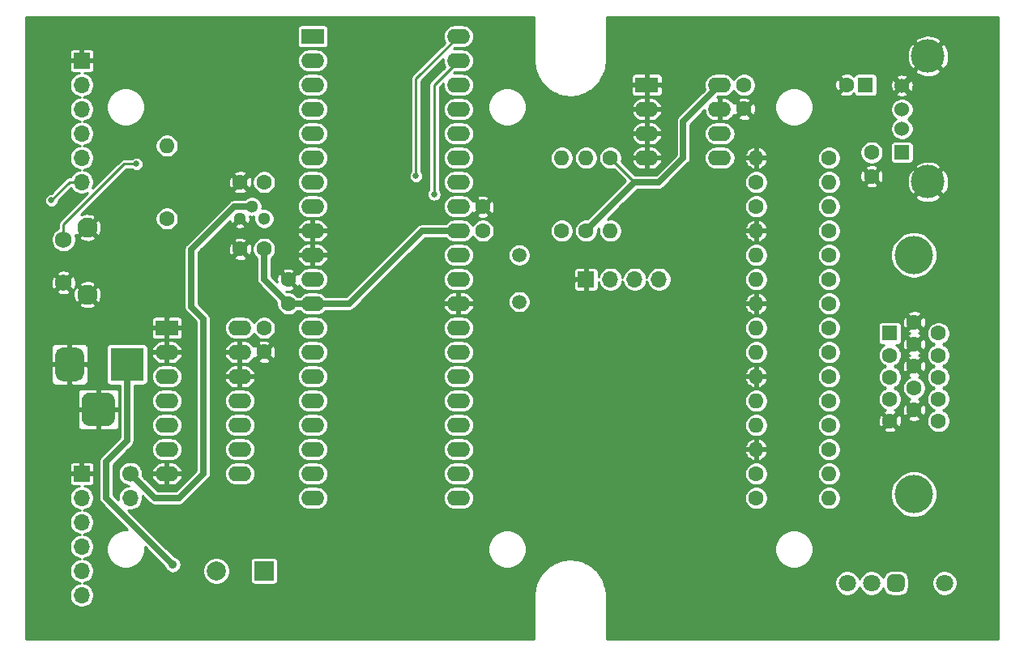
<source format=gbl>
%TF.GenerationSoftware,KiCad,Pcbnew,(5.1.6)-1*%
%TF.CreationDate,2020-11-22T19:56:56-08:00*%
%TF.ProjectId,vgavt1593,76676176-7431-4353-9933-2e6b69636164,1*%
%TF.SameCoordinates,Original*%
%TF.FileFunction,Copper,L2,Bot*%
%TF.FilePolarity,Positive*%
%FSLAX46Y46*%
G04 Gerber Fmt 4.6, Leading zero omitted, Abs format (unit mm)*
G04 Created by KiCad (PCBNEW (5.1.6)-1) date 2020-11-22 19:56:56*
%MOMM*%
%LPD*%
G01*
G04 APERTURE LIST*
%TA.AperFunction,ComponentPad*%
%ADD10C,2.100000*%
%TD*%
%TA.AperFunction,ComponentPad*%
%ADD11C,1.750000*%
%TD*%
%TA.AperFunction,ComponentPad*%
%ADD12C,1.600000*%
%TD*%
%TA.AperFunction,ComponentPad*%
%ADD13R,1.600000X1.600000*%
%TD*%
%TA.AperFunction,ComponentPad*%
%ADD14O,1.600000X1.600000*%
%TD*%
%TA.AperFunction,ComponentPad*%
%ADD15C,4.000000*%
%TD*%
%TA.AperFunction,ComponentPad*%
%ADD16O,1.700000X1.700000*%
%TD*%
%TA.AperFunction,ComponentPad*%
%ADD17R,1.700000X1.700000*%
%TD*%
%TA.AperFunction,ComponentPad*%
%ADD18C,1.800000*%
%TD*%
%TA.AperFunction,ComponentPad*%
%ADD19O,2.400000X1.600000*%
%TD*%
%TA.AperFunction,ComponentPad*%
%ADD20R,2.400000X1.600000*%
%TD*%
%TA.AperFunction,ComponentPad*%
%ADD21C,1.300000*%
%TD*%
%TA.AperFunction,ComponentPad*%
%ADD22C,3.500000*%
%TD*%
%TA.AperFunction,ComponentPad*%
%ADD23R,1.524000X1.524000*%
%TD*%
%TA.AperFunction,ComponentPad*%
%ADD24C,1.524000*%
%TD*%
%TA.AperFunction,ComponentPad*%
%ADD25C,2.000000*%
%TD*%
%TA.AperFunction,ComponentPad*%
%ADD26R,2.000000X2.000000*%
%TD*%
%TA.AperFunction,ComponentPad*%
%ADD27C,1.700000*%
%TD*%
%TA.AperFunction,ComponentPad*%
%ADD28R,3.500000X3.500000*%
%TD*%
%TA.AperFunction,ComponentPad*%
%ADD29C,1.500000*%
%TD*%
%TA.AperFunction,ViaPad*%
%ADD30C,0.635000*%
%TD*%
%TA.AperFunction,ViaPad*%
%ADD31C,0.889000*%
%TD*%
%TA.AperFunction,Conductor*%
%ADD32C,0.635000*%
%TD*%
%TA.AperFunction,Conductor*%
%ADD33C,0.254000*%
%TD*%
G04 APERTURE END LIST*
D10*
X32335000Y-54935000D03*
D11*
X29845000Y-53685000D03*
X29845000Y-49185000D03*
D10*
X32335000Y-47925000D03*
D12*
X111665000Y-33020000D03*
D13*
X113665000Y-33020000D03*
D14*
X109855000Y-76200000D03*
D12*
X102235000Y-76200000D03*
D14*
X109855000Y-73660000D03*
D12*
X102235000Y-73660000D03*
D14*
X102235000Y-71120000D03*
D12*
X109855000Y-71120000D03*
D14*
X102235000Y-68580000D03*
D12*
X109855000Y-68580000D03*
D14*
X102235000Y-66040000D03*
D12*
X109855000Y-66040000D03*
D14*
X102235000Y-63500000D03*
D12*
X109855000Y-63500000D03*
D14*
X102235000Y-60960000D03*
D12*
X109855000Y-60960000D03*
D14*
X102235000Y-58420000D03*
D12*
X109855000Y-58420000D03*
D14*
X102235000Y-55880000D03*
D12*
X109855000Y-55880000D03*
D14*
X102235000Y-53340000D03*
D12*
X109855000Y-53340000D03*
D14*
X102235000Y-50800000D03*
D12*
X109855000Y-50800000D03*
D14*
X102235000Y-48260000D03*
D12*
X109855000Y-48260000D03*
D14*
X109855000Y-45720000D03*
D12*
X102235000Y-45720000D03*
D14*
X109855000Y-43180000D03*
D12*
X102235000Y-43180000D03*
D14*
X102235000Y-40640000D03*
D12*
X109855000Y-40640000D03*
D14*
X86995000Y-48260000D03*
D12*
X86995000Y-40640000D03*
D14*
X84455000Y-40640000D03*
D12*
X84455000Y-48260000D03*
D14*
X81915000Y-40640000D03*
D12*
X81915000Y-48260000D03*
D14*
X40640000Y-39370000D03*
D12*
X40640000Y-46990000D03*
D15*
X118705000Y-50793800D03*
X118705000Y-75793800D03*
D12*
X121285000Y-68138800D03*
X121285000Y-65848800D03*
X121285000Y-63558800D03*
X121285000Y-61268800D03*
X121285000Y-58978800D03*
X118745000Y-66993800D03*
X118745000Y-64703800D03*
X118745000Y-62413800D03*
X118745000Y-60123800D03*
X118745000Y-57833800D03*
X116205000Y-68138800D03*
X116205000Y-65848800D03*
X116205000Y-63558800D03*
X116205000Y-61268800D03*
D13*
X116205000Y-58978800D03*
D16*
X31750000Y-86360000D03*
X31750000Y-83820000D03*
X31750000Y-81280000D03*
X31750000Y-78740000D03*
X31750000Y-76200000D03*
D17*
X31750000Y-73660000D03*
D18*
X121920000Y-85090000D03*
%TA.AperFunction,ComponentPad*%
G36*
G01*
X117740000Y-84640000D02*
X117740000Y-85540000D01*
G75*
G02*
X117290000Y-85990000I-450000J0D01*
G01*
X116390000Y-85990000D01*
G75*
G02*
X115940000Y-85540000I0J450000D01*
G01*
X115940000Y-84640000D01*
G75*
G02*
X116390000Y-84190000I450000J0D01*
G01*
X117290000Y-84190000D01*
G75*
G02*
X117740000Y-84640000I0J-450000D01*
G01*
G37*
%TD.AperFunction*%
X114300000Y-85090000D03*
X111760000Y-85090000D03*
D19*
X48260000Y-58420000D03*
X40640000Y-73660000D03*
X48260000Y-60960000D03*
X40640000Y-71120000D03*
X48260000Y-63500000D03*
X40640000Y-68580000D03*
X48260000Y-66040000D03*
X40640000Y-66040000D03*
X48260000Y-68580000D03*
X40640000Y-63500000D03*
X48260000Y-71120000D03*
X40640000Y-60960000D03*
X48260000Y-73660000D03*
D20*
X40640000Y-58420000D03*
X90805000Y-33020000D03*
D19*
X98425000Y-40640000D03*
X90805000Y-35560000D03*
X98425000Y-38100000D03*
X90805000Y-38100000D03*
X98425000Y-35560000D03*
X90805000Y-40640000D03*
X98425000Y-33020000D03*
X71120000Y-27940000D03*
X55880000Y-76200000D03*
X71120000Y-30480000D03*
X55880000Y-73660000D03*
X71120000Y-33020000D03*
X55880000Y-71120000D03*
X71120000Y-35560000D03*
X55880000Y-68580000D03*
X71120000Y-38100000D03*
X55880000Y-66040000D03*
X71120000Y-40640000D03*
X55880000Y-63500000D03*
X71120000Y-43180000D03*
X55880000Y-60960000D03*
X71120000Y-45720000D03*
X55880000Y-58420000D03*
X71120000Y-48260000D03*
X55880000Y-55880000D03*
X71120000Y-50800000D03*
X55880000Y-53340000D03*
X71120000Y-53340000D03*
X55880000Y-50800000D03*
X71120000Y-55880000D03*
X55880000Y-48260000D03*
X71120000Y-58420000D03*
X55880000Y-45720000D03*
X71120000Y-60960000D03*
X55880000Y-43180000D03*
X71120000Y-63500000D03*
X55880000Y-40640000D03*
X71120000Y-66040000D03*
X55880000Y-38100000D03*
X71120000Y-68580000D03*
X55880000Y-35560000D03*
X71120000Y-71120000D03*
X55880000Y-33020000D03*
X71120000Y-73660000D03*
X55880000Y-30480000D03*
X71120000Y-76200000D03*
D20*
X55880000Y-27940000D03*
D12*
X114300000Y-42576000D03*
X114300000Y-40076000D03*
D21*
X49530000Y-45720000D03*
X50800000Y-46990000D03*
X48260000Y-46990000D03*
D22*
X120185000Y-30006000D03*
X120185000Y-43146000D03*
D23*
X117475000Y-40076000D03*
D24*
X117475000Y-37576000D03*
X117475000Y-35576000D03*
X117475000Y-33076000D03*
D25*
X45800000Y-83820000D03*
D26*
X50800000Y-83820000D03*
D12*
X50800000Y-60920000D03*
X50800000Y-58420000D03*
X50800000Y-43180000D03*
X48300000Y-43180000D03*
X50800000Y-50165000D03*
X48300000Y-50165000D03*
X100965000Y-33020000D03*
X100965000Y-35520000D03*
X73660000Y-45760000D03*
X73660000Y-48260000D03*
X53340000Y-53380000D03*
X53340000Y-55880000D03*
D16*
X36830000Y-76200000D03*
D27*
X36830000Y-73660000D03*
D16*
X31750000Y-43180000D03*
X31750000Y-40640000D03*
X31750000Y-38100000D03*
X31750000Y-35560000D03*
X31750000Y-33020000D03*
D17*
X31750000Y-30480000D03*
D28*
X36480000Y-62230000D03*
%TA.AperFunction,ComponentPad*%
G36*
G01*
X28980000Y-63230000D02*
X28980000Y-61230000D01*
G75*
G02*
X29730000Y-60480000I750000J0D01*
G01*
X31230000Y-60480000D01*
G75*
G02*
X31980000Y-61230000I0J-750000D01*
G01*
X31980000Y-63230000D01*
G75*
G02*
X31230000Y-63980000I-750000J0D01*
G01*
X29730000Y-63980000D01*
G75*
G02*
X28980000Y-63230000I0J750000D01*
G01*
G37*
%TD.AperFunction*%
%TA.AperFunction,ComponentPad*%
G36*
G01*
X31730000Y-67805000D02*
X31730000Y-66055000D01*
G75*
G02*
X32605000Y-65180000I875000J0D01*
G01*
X34355000Y-65180000D01*
G75*
G02*
X35230000Y-66055000I0J-875000D01*
G01*
X35230000Y-67805000D01*
G75*
G02*
X34355000Y-68680000I-875000J0D01*
G01*
X32605000Y-68680000D01*
G75*
G02*
X31730000Y-67805000I0J875000D01*
G01*
G37*
%TD.AperFunction*%
D16*
X92075000Y-53340000D03*
X89535000Y-53340000D03*
X86995000Y-53340000D03*
D17*
X84455000Y-53340000D03*
D29*
X77470000Y-50800000D03*
X77470000Y-55680000D03*
D30*
X37465000Y-41275000D03*
X68580000Y-44450000D03*
X66675000Y-42545000D03*
X28575000Y-45085000D03*
D31*
X41275000Y-83185010D03*
D32*
X53340000Y-55880000D02*
X55880000Y-55880000D01*
X55880000Y-55880000D02*
X59690000Y-55880000D01*
X59690000Y-55880000D02*
X67310000Y-48260000D01*
X67310000Y-48260000D02*
X71120000Y-48260000D01*
X50800000Y-53340000D02*
X53340000Y-55880000D01*
X50800000Y-50165000D02*
X50800000Y-53340000D01*
X94615000Y-36830000D02*
X98425000Y-33020000D01*
X92075000Y-43180000D02*
X94615000Y-40640000D01*
X94615000Y-40640000D02*
X94615000Y-36830000D01*
X84455000Y-48260000D02*
X89535000Y-43180000D01*
X89535000Y-43180000D02*
X92075000Y-43180000D01*
D33*
X86995000Y-40640000D02*
X89535000Y-43180000D01*
X36195000Y-41275000D02*
X37465000Y-41275000D01*
X29845000Y-47625000D02*
X36195000Y-41275000D01*
X29845000Y-49185000D02*
X29845000Y-47625000D01*
D32*
X39370000Y-76200000D02*
X36830000Y-73660000D01*
X44450000Y-73660000D02*
X41910000Y-76200000D01*
X47707411Y-45720000D02*
X43180000Y-50247411D01*
X44450000Y-57467500D02*
X44450000Y-73660000D01*
X49530000Y-45720000D02*
X47707411Y-45720000D01*
X41910000Y-76200000D02*
X39370000Y-76200000D01*
X43180000Y-50247411D02*
X43180000Y-56197500D01*
X43180000Y-56197500D02*
X44450000Y-57467500D01*
D33*
X71120000Y-30480000D02*
X68580000Y-33020000D01*
X68580000Y-33020000D02*
X68580000Y-44450000D01*
X66675000Y-32385000D02*
X66675000Y-42545000D01*
X71120000Y-27940000D02*
X66675000Y-32385000D01*
X30480000Y-43180000D02*
X28575000Y-45085000D01*
X31750000Y-43180000D02*
X30480000Y-43180000D01*
D32*
X34290000Y-76200010D02*
X41275000Y-83185010D01*
X34290000Y-72390000D02*
X34290000Y-76200010D01*
X36480000Y-62230000D02*
X36480000Y-70200000D01*
X36480000Y-70200000D02*
X34290000Y-72390000D01*
D33*
G36*
X79020201Y-30503668D02*
G01*
X79020365Y-30505338D01*
X79020534Y-30529468D01*
X79022821Y-30551227D01*
X79022821Y-30573119D01*
X79023525Y-30579809D01*
X79095360Y-31220230D01*
X79104430Y-31262900D01*
X79112920Y-31305779D01*
X79114910Y-31312205D01*
X79309768Y-31926478D01*
X79326958Y-31966585D01*
X79343611Y-32006987D01*
X79346810Y-32012905D01*
X79657271Y-32577630D01*
X79681910Y-32613615D01*
X79706107Y-32650033D01*
X79710395Y-32655216D01*
X80124632Y-33148884D01*
X80155816Y-33179422D01*
X80186601Y-33210422D01*
X80191814Y-33214674D01*
X80694048Y-33618481D01*
X80730581Y-33642387D01*
X80766791Y-33666811D01*
X80772730Y-33669969D01*
X81343834Y-33968534D01*
X81384293Y-33984881D01*
X81424576Y-34001814D01*
X81431011Y-34003756D01*
X81431018Y-34003759D01*
X81431025Y-34003760D01*
X82049235Y-34185710D01*
X82092067Y-34193881D01*
X82134905Y-34202674D01*
X82141600Y-34203330D01*
X82783385Y-34261737D01*
X82827019Y-34261432D01*
X82870719Y-34261737D01*
X82877415Y-34261081D01*
X83518321Y-34193718D01*
X83561058Y-34184945D01*
X83603991Y-34176755D01*
X83610431Y-34174810D01*
X84226048Y-33984245D01*
X84266281Y-33967333D01*
X84306792Y-33950965D01*
X84312732Y-33947807D01*
X84549106Y-33820000D01*
X89171111Y-33820000D01*
X89179448Y-33904648D01*
X89204139Y-33986042D01*
X89244234Y-34061056D01*
X89298194Y-34126806D01*
X89363944Y-34180766D01*
X89438958Y-34220861D01*
X89520352Y-34245552D01*
X89605000Y-34253889D01*
X90570050Y-34251800D01*
X90678000Y-34143850D01*
X90678000Y-33147000D01*
X90932000Y-33147000D01*
X90932000Y-34143850D01*
X91039950Y-34251800D01*
X92005000Y-34253889D01*
X92089648Y-34245552D01*
X92171042Y-34220861D01*
X92246056Y-34180766D01*
X92311806Y-34126806D01*
X92365766Y-34061056D01*
X92405861Y-33986042D01*
X92430552Y-33904648D01*
X92438889Y-33820000D01*
X92436800Y-33254950D01*
X92328850Y-33147000D01*
X90932000Y-33147000D01*
X90678000Y-33147000D01*
X89281150Y-33147000D01*
X89173200Y-33254950D01*
X89171111Y-33820000D01*
X84549106Y-33820000D01*
X84879611Y-33641297D01*
X84915815Y-33616877D01*
X84952353Y-33592967D01*
X84957566Y-33588715D01*
X85454114Y-33177935D01*
X85484882Y-33146951D01*
X85516083Y-33116397D01*
X85520371Y-33111214D01*
X85927674Y-32611811D01*
X85951812Y-32575480D01*
X85976511Y-32539408D01*
X85979710Y-32533490D01*
X86146395Y-32220000D01*
X89171111Y-32220000D01*
X89173200Y-32785050D01*
X89281150Y-32893000D01*
X90678000Y-32893000D01*
X90678000Y-31896150D01*
X90932000Y-31896150D01*
X90932000Y-32893000D01*
X92328850Y-32893000D01*
X92436800Y-32785050D01*
X92438889Y-32220000D01*
X92430552Y-32135352D01*
X92405861Y-32053958D01*
X92365766Y-31978944D01*
X92311806Y-31913194D01*
X92246056Y-31859234D01*
X92171042Y-31819139D01*
X92089648Y-31794448D01*
X92005000Y-31786111D01*
X91039950Y-31788200D01*
X90932000Y-31896150D01*
X90678000Y-31896150D01*
X90570050Y-31788200D01*
X89605000Y-31786111D01*
X89520352Y-31794448D01*
X89438958Y-31819139D01*
X89363944Y-31859234D01*
X89298194Y-31913194D01*
X89244234Y-31978944D01*
X89204139Y-32053958D01*
X89179448Y-32135352D01*
X89171111Y-32220000D01*
X86146395Y-32220000D01*
X86282255Y-31964485D01*
X86298879Y-31924151D01*
X86316098Y-31883976D01*
X86318087Y-31877550D01*
X86411859Y-31566962D01*
X118803643Y-31566962D01*
X119001274Y-31851325D01*
X119384024Y-32046800D01*
X119797555Y-32163849D01*
X120225975Y-32197974D01*
X120652820Y-32147862D01*
X121061688Y-32015439D01*
X121368726Y-31851325D01*
X121566357Y-31566962D01*
X120185000Y-30185605D01*
X118803643Y-31566962D01*
X86411859Y-31566962D01*
X86504350Y-31260618D01*
X86512823Y-31217825D01*
X86521911Y-31175068D01*
X86522615Y-31168377D01*
X86585501Y-30527015D01*
X86585501Y-30527011D01*
X86587800Y-30503668D01*
X86587800Y-30046975D01*
X117993026Y-30046975D01*
X118043138Y-30473820D01*
X118175561Y-30882688D01*
X118339675Y-31189726D01*
X118624038Y-31387357D01*
X120005395Y-30006000D01*
X120364605Y-30006000D01*
X121745962Y-31387357D01*
X122030325Y-31189726D01*
X122225800Y-30806976D01*
X122342849Y-30393445D01*
X122376974Y-29965025D01*
X122326862Y-29538180D01*
X122194439Y-29129312D01*
X122030325Y-28822274D01*
X121745962Y-28624643D01*
X120364605Y-30006000D01*
X120005395Y-30006000D01*
X118624038Y-28624643D01*
X118339675Y-28822274D01*
X118144200Y-29205024D01*
X118027151Y-29618555D01*
X117993026Y-30046975D01*
X86587800Y-30046975D01*
X86587800Y-28445038D01*
X118803643Y-28445038D01*
X120185000Y-29826395D01*
X121566357Y-28445038D01*
X121368726Y-28160675D01*
X120985976Y-27965200D01*
X120572445Y-27848151D01*
X120144025Y-27814026D01*
X119717180Y-27864138D01*
X119308312Y-27996561D01*
X119001274Y-28160675D01*
X118803643Y-28445038D01*
X86587800Y-28445038D01*
X86587800Y-25881800D01*
X127534200Y-25881800D01*
X127534201Y-90958200D01*
X86587800Y-90958200D01*
X86587800Y-86336332D01*
X86587634Y-86334651D01*
X86587466Y-86310532D01*
X86585178Y-86288766D01*
X86585178Y-86266881D01*
X86584475Y-86260191D01*
X86512640Y-85619770D01*
X86503570Y-85577100D01*
X86495080Y-85534221D01*
X86493091Y-85527795D01*
X86312604Y-84958829D01*
X110428200Y-84958829D01*
X110428200Y-85221171D01*
X110479380Y-85478472D01*
X110579774Y-85720844D01*
X110725523Y-85938973D01*
X110911027Y-86124477D01*
X111129156Y-86270226D01*
X111371528Y-86370620D01*
X111628829Y-86421800D01*
X111891171Y-86421800D01*
X112148472Y-86370620D01*
X112390844Y-86270226D01*
X112608973Y-86124477D01*
X112794477Y-85938973D01*
X112940226Y-85720844D01*
X113030000Y-85504111D01*
X113119774Y-85720844D01*
X113265523Y-85938973D01*
X113451027Y-86124477D01*
X113669156Y-86270226D01*
X113911528Y-86370620D01*
X114168829Y-86421800D01*
X114431171Y-86421800D01*
X114688472Y-86370620D01*
X114930844Y-86270226D01*
X115148973Y-86124477D01*
X115334477Y-85938973D01*
X115480226Y-85720844D01*
X115515529Y-85635616D01*
X115523095Y-85712438D01*
X115573393Y-85878250D01*
X115655073Y-86031062D01*
X115764996Y-86165004D01*
X115898938Y-86274927D01*
X116051750Y-86356607D01*
X116217562Y-86406905D01*
X116390000Y-86423889D01*
X117290000Y-86423889D01*
X117462438Y-86406905D01*
X117628250Y-86356607D01*
X117781062Y-86274927D01*
X117915004Y-86165004D01*
X118024927Y-86031062D01*
X118106607Y-85878250D01*
X118156905Y-85712438D01*
X118173889Y-85540000D01*
X118173889Y-84958829D01*
X120588200Y-84958829D01*
X120588200Y-85221171D01*
X120639380Y-85478472D01*
X120739774Y-85720844D01*
X120885523Y-85938973D01*
X121071027Y-86124477D01*
X121289156Y-86270226D01*
X121531528Y-86370620D01*
X121788829Y-86421800D01*
X122051171Y-86421800D01*
X122308472Y-86370620D01*
X122550844Y-86270226D01*
X122768973Y-86124477D01*
X122954477Y-85938973D01*
X123100226Y-85720844D01*
X123200620Y-85478472D01*
X123251800Y-85221171D01*
X123251800Y-84958829D01*
X123200620Y-84701528D01*
X123100226Y-84459156D01*
X122954477Y-84241027D01*
X122768973Y-84055523D01*
X122550844Y-83909774D01*
X122308472Y-83809380D01*
X122051171Y-83758200D01*
X121788829Y-83758200D01*
X121531528Y-83809380D01*
X121289156Y-83909774D01*
X121071027Y-84055523D01*
X120885523Y-84241027D01*
X120739774Y-84459156D01*
X120639380Y-84701528D01*
X120588200Y-84958829D01*
X118173889Y-84958829D01*
X118173889Y-84640000D01*
X118156905Y-84467562D01*
X118106607Y-84301750D01*
X118024927Y-84148938D01*
X117915004Y-84014996D01*
X117781062Y-83905073D01*
X117628250Y-83823393D01*
X117462438Y-83773095D01*
X117290000Y-83756111D01*
X116390000Y-83756111D01*
X116217562Y-83773095D01*
X116051750Y-83823393D01*
X115898938Y-83905073D01*
X115764996Y-84014996D01*
X115655073Y-84148938D01*
X115573393Y-84301750D01*
X115523095Y-84467562D01*
X115515529Y-84544384D01*
X115480226Y-84459156D01*
X115334477Y-84241027D01*
X115148973Y-84055523D01*
X114930844Y-83909774D01*
X114688472Y-83809380D01*
X114431171Y-83758200D01*
X114168829Y-83758200D01*
X113911528Y-83809380D01*
X113669156Y-83909774D01*
X113451027Y-84055523D01*
X113265523Y-84241027D01*
X113119774Y-84459156D01*
X113030000Y-84675889D01*
X112940226Y-84459156D01*
X112794477Y-84241027D01*
X112608973Y-84055523D01*
X112390844Y-83909774D01*
X112148472Y-83809380D01*
X111891171Y-83758200D01*
X111628829Y-83758200D01*
X111371528Y-83809380D01*
X111129156Y-83909774D01*
X110911027Y-84055523D01*
X110725523Y-84241027D01*
X110579774Y-84459156D01*
X110479380Y-84701528D01*
X110428200Y-84958829D01*
X86312604Y-84958829D01*
X86298232Y-84913523D01*
X86281036Y-84873401D01*
X86264389Y-84833013D01*
X86261190Y-84827096D01*
X85950730Y-84262370D01*
X85926057Y-84226336D01*
X85901893Y-84189967D01*
X85897605Y-84184784D01*
X85483368Y-83691116D01*
X85452201Y-83660595D01*
X85421399Y-83629578D01*
X85416186Y-83625326D01*
X84913952Y-83221519D01*
X84877437Y-83197624D01*
X84841210Y-83173189D01*
X84835270Y-83170031D01*
X84264167Y-82871466D01*
X84223722Y-82855126D01*
X84183424Y-82838186D01*
X84176984Y-82836242D01*
X83558765Y-82654290D01*
X83515933Y-82646119D01*
X83473095Y-82637326D01*
X83466400Y-82636670D01*
X82824615Y-82578263D01*
X82780981Y-82578568D01*
X82737280Y-82578263D01*
X82730585Y-82578919D01*
X82089678Y-82646282D01*
X82046891Y-82655065D01*
X82004009Y-82663246D01*
X81997571Y-82665189D01*
X81997565Y-82665191D01*
X81381952Y-82855755D01*
X81341719Y-82872667D01*
X81301208Y-82889035D01*
X81295269Y-82892193D01*
X80728389Y-83198703D01*
X80692190Y-83223120D01*
X80655648Y-83247033D01*
X80650434Y-83251285D01*
X80153886Y-83662065D01*
X80123118Y-83693049D01*
X80091917Y-83723603D01*
X80087629Y-83728786D01*
X79680326Y-84228189D01*
X79656188Y-84264520D01*
X79631489Y-84300592D01*
X79628290Y-84306510D01*
X79325745Y-84875515D01*
X79309121Y-84915849D01*
X79291902Y-84956024D01*
X79289913Y-84962450D01*
X79103650Y-85579382D01*
X79095177Y-85622175D01*
X79086089Y-85664932D01*
X79085385Y-85671622D01*
X79022499Y-86312985D01*
X79020200Y-86336333D01*
X79020201Y-90958200D01*
X25881800Y-90958200D01*
X25881800Y-74510000D01*
X30466111Y-74510000D01*
X30474448Y-74594648D01*
X30499139Y-74676042D01*
X30539234Y-74751056D01*
X30593194Y-74816806D01*
X30658944Y-74870766D01*
X30733958Y-74910861D01*
X30815352Y-74935552D01*
X30900000Y-74943889D01*
X31504936Y-74941834D01*
X31376113Y-74967459D01*
X31142840Y-75064084D01*
X30932900Y-75204361D01*
X30754361Y-75382900D01*
X30614084Y-75592840D01*
X30517459Y-75826113D01*
X30468200Y-76073754D01*
X30468200Y-76326246D01*
X30517459Y-76573887D01*
X30614084Y-76807160D01*
X30754361Y-77017100D01*
X30932900Y-77195639D01*
X31142840Y-77335916D01*
X31376113Y-77432541D01*
X31564432Y-77470000D01*
X31376113Y-77507459D01*
X31142840Y-77604084D01*
X30932900Y-77744361D01*
X30754361Y-77922900D01*
X30614084Y-78132840D01*
X30517459Y-78366113D01*
X30468200Y-78613754D01*
X30468200Y-78866246D01*
X30517459Y-79113887D01*
X30614084Y-79347160D01*
X30754361Y-79557100D01*
X30932900Y-79735639D01*
X31142840Y-79875916D01*
X31376113Y-79972541D01*
X31564432Y-80010000D01*
X31376113Y-80047459D01*
X31142840Y-80144084D01*
X30932900Y-80284361D01*
X30754361Y-80462900D01*
X30614084Y-80672840D01*
X30517459Y-80906113D01*
X30468200Y-81153754D01*
X30468200Y-81406246D01*
X30517459Y-81653887D01*
X30614084Y-81887160D01*
X30754361Y-82097100D01*
X30932900Y-82275639D01*
X31142840Y-82415916D01*
X31376113Y-82512541D01*
X31564432Y-82550000D01*
X31376113Y-82587459D01*
X31142840Y-82684084D01*
X30932900Y-82824361D01*
X30754361Y-83002900D01*
X30614084Y-83212840D01*
X30517459Y-83446113D01*
X30468200Y-83693754D01*
X30468200Y-83946246D01*
X30517459Y-84193887D01*
X30614084Y-84427160D01*
X30754361Y-84637100D01*
X30932900Y-84815639D01*
X31142840Y-84955916D01*
X31376113Y-85052541D01*
X31564432Y-85090000D01*
X31376113Y-85127459D01*
X31142840Y-85224084D01*
X30932900Y-85364361D01*
X30754361Y-85542900D01*
X30614084Y-85752840D01*
X30517459Y-85986113D01*
X30468200Y-86233754D01*
X30468200Y-86486246D01*
X30517459Y-86733887D01*
X30614084Y-86967160D01*
X30754361Y-87177100D01*
X30932900Y-87355639D01*
X31142840Y-87495916D01*
X31376113Y-87592541D01*
X31623754Y-87641800D01*
X31876246Y-87641800D01*
X32123887Y-87592541D01*
X32357160Y-87495916D01*
X32567100Y-87355639D01*
X32745639Y-87177100D01*
X32885916Y-86967160D01*
X32982541Y-86733887D01*
X33031800Y-86486246D01*
X33031800Y-86233754D01*
X32982541Y-85986113D01*
X32885916Y-85752840D01*
X32745639Y-85542900D01*
X32567100Y-85364361D01*
X32357160Y-85224084D01*
X32123887Y-85127459D01*
X31935568Y-85090000D01*
X32123887Y-85052541D01*
X32357160Y-84955916D01*
X32567100Y-84815639D01*
X32745639Y-84637100D01*
X32885916Y-84427160D01*
X32982541Y-84193887D01*
X33031800Y-83946246D01*
X33031800Y-83693754D01*
X32982541Y-83446113D01*
X32885916Y-83212840D01*
X32745639Y-83002900D01*
X32567100Y-82824361D01*
X32357160Y-82684084D01*
X32123887Y-82587459D01*
X31935568Y-82550000D01*
X32123887Y-82512541D01*
X32357160Y-82415916D01*
X32567100Y-82275639D01*
X32745639Y-82097100D01*
X32885916Y-81887160D01*
X32982541Y-81653887D01*
X33031800Y-81406246D01*
X33031800Y-81153754D01*
X32982541Y-80906113D01*
X32885916Y-80672840D01*
X32745639Y-80462900D01*
X32567100Y-80284361D01*
X32357160Y-80144084D01*
X32123887Y-80047459D01*
X31935568Y-80010000D01*
X32123887Y-79972541D01*
X32357160Y-79875916D01*
X32567100Y-79735639D01*
X32745639Y-79557100D01*
X32885916Y-79347160D01*
X32982541Y-79113887D01*
X33031800Y-78866246D01*
X33031800Y-78613754D01*
X32982541Y-78366113D01*
X32885916Y-78132840D01*
X32745639Y-77922900D01*
X32567100Y-77744361D01*
X32357160Y-77604084D01*
X32123887Y-77507459D01*
X31935568Y-77470000D01*
X32123887Y-77432541D01*
X32357160Y-77335916D01*
X32567100Y-77195639D01*
X32745639Y-77017100D01*
X32885916Y-76807160D01*
X32982541Y-76573887D01*
X33031800Y-76326246D01*
X33031800Y-76073754D01*
X32982541Y-75826113D01*
X32885916Y-75592840D01*
X32745639Y-75382900D01*
X32567100Y-75204361D01*
X32357160Y-75064084D01*
X32123887Y-74967459D01*
X31995064Y-74941834D01*
X32600000Y-74943889D01*
X32684648Y-74935552D01*
X32766042Y-74910861D01*
X32841056Y-74870766D01*
X32906806Y-74816806D01*
X32960766Y-74751056D01*
X33000861Y-74676042D01*
X33025552Y-74594648D01*
X33033889Y-74510000D01*
X33031800Y-73894950D01*
X32923850Y-73787000D01*
X31877000Y-73787000D01*
X31877000Y-73807000D01*
X31623000Y-73807000D01*
X31623000Y-73787000D01*
X30576150Y-73787000D01*
X30468200Y-73894950D01*
X30466111Y-74510000D01*
X25881800Y-74510000D01*
X25881800Y-72810000D01*
X30466111Y-72810000D01*
X30468200Y-73425050D01*
X30576150Y-73533000D01*
X31623000Y-73533000D01*
X31623000Y-72486150D01*
X31877000Y-72486150D01*
X31877000Y-73533000D01*
X32923850Y-73533000D01*
X33031800Y-73425050D01*
X33033889Y-72810000D01*
X33025552Y-72725352D01*
X33000861Y-72643958D01*
X32960766Y-72568944D01*
X32906806Y-72503194D01*
X32841056Y-72449234D01*
X32766042Y-72409139D01*
X32702951Y-72390000D01*
X33537076Y-72390000D01*
X33540700Y-72426796D01*
X33540701Y-76163205D01*
X33537076Y-76200010D01*
X33551543Y-76346897D01*
X33594388Y-76488141D01*
X33663966Y-76618313D01*
X33734140Y-76703819D01*
X33757603Y-76732408D01*
X33786189Y-76755868D01*
X36535104Y-79504784D01*
X36522115Y-79502200D01*
X36121885Y-79502200D01*
X35729346Y-79580281D01*
X35359582Y-79733442D01*
X35026803Y-79955798D01*
X34743798Y-80238803D01*
X34521442Y-80571582D01*
X34368281Y-80941346D01*
X34290200Y-81333885D01*
X34290200Y-81734115D01*
X34368281Y-82126654D01*
X34521442Y-82496418D01*
X34743798Y-82829197D01*
X35026803Y-83112202D01*
X35359582Y-83334558D01*
X35729346Y-83487719D01*
X36121885Y-83565800D01*
X36522115Y-83565800D01*
X36914654Y-83487719D01*
X37284418Y-83334558D01*
X37617197Y-83112202D01*
X37900202Y-82829197D01*
X38122558Y-82496418D01*
X38275719Y-82126654D01*
X38353800Y-81734115D01*
X38353800Y-81333885D01*
X38351216Y-81320897D01*
X40422801Y-83392482D01*
X40432376Y-83440617D01*
X40498433Y-83600094D01*
X40594333Y-83743619D01*
X40716391Y-83865677D01*
X40859916Y-83961577D01*
X41019393Y-84027634D01*
X41188692Y-84061310D01*
X41361308Y-84061310D01*
X41530607Y-84027634D01*
X41690084Y-83961577D01*
X41833609Y-83865677D01*
X41955667Y-83743619D01*
X41998857Y-83678980D01*
X44368200Y-83678980D01*
X44368200Y-83961020D01*
X44423223Y-84237641D01*
X44531155Y-84498212D01*
X44687848Y-84732719D01*
X44887281Y-84932152D01*
X45121788Y-85088845D01*
X45382359Y-85196777D01*
X45658980Y-85251800D01*
X45941020Y-85251800D01*
X46217641Y-85196777D01*
X46478212Y-85088845D01*
X46712719Y-84932152D01*
X46912152Y-84732719D01*
X47068845Y-84498212D01*
X47176777Y-84237641D01*
X47231800Y-83961020D01*
X47231800Y-83678980D01*
X47176777Y-83402359D01*
X47068845Y-83141788D01*
X46912152Y-82907281D01*
X46824871Y-82820000D01*
X49366111Y-82820000D01*
X49366111Y-84820000D01*
X49374448Y-84904648D01*
X49399139Y-84986042D01*
X49439234Y-85061056D01*
X49493194Y-85126806D01*
X49558944Y-85180766D01*
X49633958Y-85220861D01*
X49715352Y-85245552D01*
X49800000Y-85253889D01*
X51800000Y-85253889D01*
X51884648Y-85245552D01*
X51966042Y-85220861D01*
X52041056Y-85180766D01*
X52106806Y-85126806D01*
X52160766Y-85061056D01*
X52200861Y-84986042D01*
X52225552Y-84904648D01*
X52233889Y-84820000D01*
X52233889Y-82820000D01*
X52225552Y-82735352D01*
X52200861Y-82653958D01*
X52160766Y-82578944D01*
X52106806Y-82513194D01*
X52041056Y-82459234D01*
X51966042Y-82419139D01*
X51884648Y-82394448D01*
X51800000Y-82386111D01*
X49800000Y-82386111D01*
X49715352Y-82394448D01*
X49633958Y-82419139D01*
X49558944Y-82459234D01*
X49493194Y-82513194D01*
X49439234Y-82578944D01*
X49399139Y-82653958D01*
X49374448Y-82735352D01*
X49366111Y-82820000D01*
X46824871Y-82820000D01*
X46712719Y-82707848D01*
X46478212Y-82551155D01*
X46217641Y-82443223D01*
X45941020Y-82388200D01*
X45658980Y-82388200D01*
X45382359Y-82443223D01*
X45121788Y-82551155D01*
X44887281Y-82707848D01*
X44687848Y-82907281D01*
X44531155Y-83141788D01*
X44423223Y-83402359D01*
X44368200Y-83678980D01*
X41998857Y-83678980D01*
X42051567Y-83600094D01*
X42117624Y-83440617D01*
X42151300Y-83271318D01*
X42151300Y-83098702D01*
X42117624Y-82929403D01*
X42051567Y-82769926D01*
X41955667Y-82626401D01*
X41833609Y-82504343D01*
X41690084Y-82408443D01*
X41530607Y-82342386D01*
X41482472Y-82332811D01*
X40483546Y-81333885D01*
X74168200Y-81333885D01*
X74168200Y-81734115D01*
X74246281Y-82126654D01*
X74399442Y-82496418D01*
X74621798Y-82829197D01*
X74904803Y-83112202D01*
X75237582Y-83334558D01*
X75607346Y-83487719D01*
X75999885Y-83565800D01*
X76400115Y-83565800D01*
X76792654Y-83487719D01*
X77162418Y-83334558D01*
X77495197Y-83112202D01*
X77778202Y-82829197D01*
X78000558Y-82496418D01*
X78153719Y-82126654D01*
X78231800Y-81734115D01*
X78231800Y-81333885D01*
X104140200Y-81333885D01*
X104140200Y-81734115D01*
X104218281Y-82126654D01*
X104371442Y-82496418D01*
X104593798Y-82829197D01*
X104876803Y-83112202D01*
X105209582Y-83334558D01*
X105579346Y-83487719D01*
X105971885Y-83565800D01*
X106372115Y-83565800D01*
X106764654Y-83487719D01*
X107134418Y-83334558D01*
X107467197Y-83112202D01*
X107750202Y-82829197D01*
X107972558Y-82496418D01*
X108125719Y-82126654D01*
X108203800Y-81734115D01*
X108203800Y-81333885D01*
X108125719Y-80941346D01*
X107972558Y-80571582D01*
X107750202Y-80238803D01*
X107467197Y-79955798D01*
X107134418Y-79733442D01*
X106764654Y-79580281D01*
X106372115Y-79502200D01*
X105971885Y-79502200D01*
X105579346Y-79580281D01*
X105209582Y-79733442D01*
X104876803Y-79955798D01*
X104593798Y-80238803D01*
X104371442Y-80571582D01*
X104218281Y-80941346D01*
X104140200Y-81333885D01*
X78231800Y-81333885D01*
X78153719Y-80941346D01*
X78000558Y-80571582D01*
X77778202Y-80238803D01*
X77495197Y-79955798D01*
X77162418Y-79733442D01*
X76792654Y-79580281D01*
X76400115Y-79502200D01*
X75999885Y-79502200D01*
X75607346Y-79580281D01*
X75237582Y-79733442D01*
X74904803Y-79955798D01*
X74621798Y-80238803D01*
X74399442Y-80571582D01*
X74246281Y-80941346D01*
X74168200Y-81333885D01*
X40483546Y-81333885D01*
X36613509Y-77463849D01*
X36703754Y-77481800D01*
X36956246Y-77481800D01*
X37203887Y-77432541D01*
X37437160Y-77335916D01*
X37647100Y-77195639D01*
X37825639Y-77017100D01*
X37965916Y-76807160D01*
X38062541Y-76573887D01*
X38111800Y-76326246D01*
X38111800Y-76073754D01*
X38093852Y-75983521D01*
X38814141Y-76703811D01*
X38837602Y-76732398D01*
X38951697Y-76826034D01*
X39081868Y-76895612D01*
X39223112Y-76938458D01*
X39333194Y-76949300D01*
X39333203Y-76949300D01*
X39369999Y-76952924D01*
X39406795Y-76949300D01*
X41873205Y-76949300D01*
X41910000Y-76952924D01*
X41946795Y-76949300D01*
X41946806Y-76949300D01*
X42056888Y-76938458D01*
X42198132Y-76895612D01*
X42328303Y-76826034D01*
X42442398Y-76732398D01*
X42465863Y-76703806D01*
X42969669Y-76200000D01*
X54242240Y-76200000D01*
X54266023Y-76441475D01*
X54336459Y-76673670D01*
X54450840Y-76887663D01*
X54604772Y-77075228D01*
X54792337Y-77229160D01*
X55006330Y-77343541D01*
X55238525Y-77413977D01*
X55419487Y-77431800D01*
X56340513Y-77431800D01*
X56521475Y-77413977D01*
X56753670Y-77343541D01*
X56967663Y-77229160D01*
X57155228Y-77075228D01*
X57309160Y-76887663D01*
X57423541Y-76673670D01*
X57493977Y-76441475D01*
X57517760Y-76200000D01*
X69482240Y-76200000D01*
X69506023Y-76441475D01*
X69576459Y-76673670D01*
X69690840Y-76887663D01*
X69844772Y-77075228D01*
X70032337Y-77229160D01*
X70246330Y-77343541D01*
X70478525Y-77413977D01*
X70659487Y-77431800D01*
X71580513Y-77431800D01*
X71761475Y-77413977D01*
X71993670Y-77343541D01*
X72207663Y-77229160D01*
X72395228Y-77075228D01*
X72549160Y-76887663D01*
X72663541Y-76673670D01*
X72733977Y-76441475D01*
X72757760Y-76200000D01*
X72745811Y-76078678D01*
X101003200Y-76078678D01*
X101003200Y-76321322D01*
X101050538Y-76559303D01*
X101143393Y-76783476D01*
X101278199Y-76985227D01*
X101449773Y-77156801D01*
X101651524Y-77291607D01*
X101875697Y-77384462D01*
X102113678Y-77431800D01*
X102356322Y-77431800D01*
X102594303Y-77384462D01*
X102818476Y-77291607D01*
X103020227Y-77156801D01*
X103191801Y-76985227D01*
X103326607Y-76783476D01*
X103419462Y-76559303D01*
X103466800Y-76321322D01*
X103466800Y-76078678D01*
X108623200Y-76078678D01*
X108623200Y-76321322D01*
X108670538Y-76559303D01*
X108763393Y-76783476D01*
X108898199Y-76985227D01*
X109069773Y-77156801D01*
X109271524Y-77291607D01*
X109495697Y-77384462D01*
X109733678Y-77431800D01*
X109976322Y-77431800D01*
X110214303Y-77384462D01*
X110438476Y-77291607D01*
X110640227Y-77156801D01*
X110811801Y-76985227D01*
X110946607Y-76783476D01*
X111039462Y-76559303D01*
X111086800Y-76321322D01*
X111086800Y-76078678D01*
X111039462Y-75840697D01*
X110946607Y-75616524D01*
X110905023Y-75554289D01*
X116273200Y-75554289D01*
X116273200Y-76033311D01*
X116366653Y-76503130D01*
X116549967Y-76945689D01*
X116816098Y-77343982D01*
X117154818Y-77682702D01*
X117553111Y-77948833D01*
X117995670Y-78132147D01*
X118465489Y-78225600D01*
X118944511Y-78225600D01*
X119414330Y-78132147D01*
X119856889Y-77948833D01*
X120255182Y-77682702D01*
X120593902Y-77343982D01*
X120860033Y-76945689D01*
X121043347Y-76503130D01*
X121136800Y-76033311D01*
X121136800Y-75554289D01*
X121043347Y-75084470D01*
X120860033Y-74641911D01*
X120593902Y-74243618D01*
X120255182Y-73904898D01*
X119856889Y-73638767D01*
X119414330Y-73455453D01*
X118944511Y-73362000D01*
X118465489Y-73362000D01*
X117995670Y-73455453D01*
X117553111Y-73638767D01*
X117154818Y-73904898D01*
X116816098Y-74243618D01*
X116549967Y-74641911D01*
X116366653Y-75084470D01*
X116273200Y-75554289D01*
X110905023Y-75554289D01*
X110811801Y-75414773D01*
X110640227Y-75243199D01*
X110438476Y-75108393D01*
X110214303Y-75015538D01*
X109976322Y-74968200D01*
X109733678Y-74968200D01*
X109495697Y-75015538D01*
X109271524Y-75108393D01*
X109069773Y-75243199D01*
X108898199Y-75414773D01*
X108763393Y-75616524D01*
X108670538Y-75840697D01*
X108623200Y-76078678D01*
X103466800Y-76078678D01*
X103419462Y-75840697D01*
X103326607Y-75616524D01*
X103191801Y-75414773D01*
X103020227Y-75243199D01*
X102818476Y-75108393D01*
X102594303Y-75015538D01*
X102356322Y-74968200D01*
X102113678Y-74968200D01*
X101875697Y-75015538D01*
X101651524Y-75108393D01*
X101449773Y-75243199D01*
X101278199Y-75414773D01*
X101143393Y-75616524D01*
X101050538Y-75840697D01*
X101003200Y-76078678D01*
X72745811Y-76078678D01*
X72733977Y-75958525D01*
X72663541Y-75726330D01*
X72549160Y-75512337D01*
X72395228Y-75324772D01*
X72207663Y-75170840D01*
X71993670Y-75056459D01*
X71761475Y-74986023D01*
X71580513Y-74968200D01*
X70659487Y-74968200D01*
X70478525Y-74986023D01*
X70246330Y-75056459D01*
X70032337Y-75170840D01*
X69844772Y-75324772D01*
X69690840Y-75512337D01*
X69576459Y-75726330D01*
X69506023Y-75958525D01*
X69482240Y-76200000D01*
X57517760Y-76200000D01*
X57493977Y-75958525D01*
X57423541Y-75726330D01*
X57309160Y-75512337D01*
X57155228Y-75324772D01*
X56967663Y-75170840D01*
X56753670Y-75056459D01*
X56521475Y-74986023D01*
X56340513Y-74968200D01*
X55419487Y-74968200D01*
X55238525Y-74986023D01*
X55006330Y-75056459D01*
X54792337Y-75170840D01*
X54604772Y-75324772D01*
X54450840Y-75512337D01*
X54336459Y-75726330D01*
X54266023Y-75958525D01*
X54242240Y-76200000D01*
X42969669Y-76200000D01*
X44953811Y-74215859D01*
X44982398Y-74192398D01*
X45076034Y-74078303D01*
X45145612Y-73948132D01*
X45188458Y-73806888D01*
X45199300Y-73696806D01*
X45199300Y-73696797D01*
X45202924Y-73660001D01*
X45202924Y-73660000D01*
X46622240Y-73660000D01*
X46646023Y-73901475D01*
X46716459Y-74133670D01*
X46830840Y-74347663D01*
X46984772Y-74535228D01*
X47172337Y-74689160D01*
X47386330Y-74803541D01*
X47618525Y-74873977D01*
X47799487Y-74891800D01*
X48720513Y-74891800D01*
X48901475Y-74873977D01*
X49133670Y-74803541D01*
X49347663Y-74689160D01*
X49535228Y-74535228D01*
X49689160Y-74347663D01*
X49803541Y-74133670D01*
X49873977Y-73901475D01*
X49897760Y-73660000D01*
X54242240Y-73660000D01*
X54266023Y-73901475D01*
X54336459Y-74133670D01*
X54450840Y-74347663D01*
X54604772Y-74535228D01*
X54792337Y-74689160D01*
X55006330Y-74803541D01*
X55238525Y-74873977D01*
X55419487Y-74891800D01*
X56340513Y-74891800D01*
X56521475Y-74873977D01*
X56753670Y-74803541D01*
X56967663Y-74689160D01*
X57155228Y-74535228D01*
X57309160Y-74347663D01*
X57423541Y-74133670D01*
X57493977Y-73901475D01*
X57517760Y-73660000D01*
X69482240Y-73660000D01*
X69506023Y-73901475D01*
X69576459Y-74133670D01*
X69690840Y-74347663D01*
X69844772Y-74535228D01*
X70032337Y-74689160D01*
X70246330Y-74803541D01*
X70478525Y-74873977D01*
X70659487Y-74891800D01*
X71580513Y-74891800D01*
X71761475Y-74873977D01*
X71993670Y-74803541D01*
X72207663Y-74689160D01*
X72395228Y-74535228D01*
X72549160Y-74347663D01*
X72663541Y-74133670D01*
X72733977Y-73901475D01*
X72757760Y-73660000D01*
X72745811Y-73538678D01*
X101003200Y-73538678D01*
X101003200Y-73781322D01*
X101050538Y-74019303D01*
X101143393Y-74243476D01*
X101278199Y-74445227D01*
X101449773Y-74616801D01*
X101651524Y-74751607D01*
X101875697Y-74844462D01*
X102113678Y-74891800D01*
X102356322Y-74891800D01*
X102594303Y-74844462D01*
X102818476Y-74751607D01*
X103020227Y-74616801D01*
X103191801Y-74445227D01*
X103326607Y-74243476D01*
X103419462Y-74019303D01*
X103466800Y-73781322D01*
X103466800Y-73538678D01*
X108623200Y-73538678D01*
X108623200Y-73781322D01*
X108670538Y-74019303D01*
X108763393Y-74243476D01*
X108898199Y-74445227D01*
X109069773Y-74616801D01*
X109271524Y-74751607D01*
X109495697Y-74844462D01*
X109733678Y-74891800D01*
X109976322Y-74891800D01*
X110214303Y-74844462D01*
X110438476Y-74751607D01*
X110640227Y-74616801D01*
X110811801Y-74445227D01*
X110946607Y-74243476D01*
X111039462Y-74019303D01*
X111086800Y-73781322D01*
X111086800Y-73538678D01*
X111039462Y-73300697D01*
X110946607Y-73076524D01*
X110811801Y-72874773D01*
X110640227Y-72703199D01*
X110438476Y-72568393D01*
X110214303Y-72475538D01*
X109976322Y-72428200D01*
X109733678Y-72428200D01*
X109495697Y-72475538D01*
X109271524Y-72568393D01*
X109069773Y-72703199D01*
X108898199Y-72874773D01*
X108763393Y-73076524D01*
X108670538Y-73300697D01*
X108623200Y-73538678D01*
X103466800Y-73538678D01*
X103419462Y-73300697D01*
X103326607Y-73076524D01*
X103191801Y-72874773D01*
X103020227Y-72703199D01*
X102818476Y-72568393D01*
X102594303Y-72475538D01*
X102356322Y-72428200D01*
X102113678Y-72428200D01*
X101875697Y-72475538D01*
X101651524Y-72568393D01*
X101449773Y-72703199D01*
X101278199Y-72874773D01*
X101143393Y-73076524D01*
X101050538Y-73300697D01*
X101003200Y-73538678D01*
X72745811Y-73538678D01*
X72733977Y-73418525D01*
X72663541Y-73186330D01*
X72549160Y-72972337D01*
X72395228Y-72784772D01*
X72207663Y-72630840D01*
X71993670Y-72516459D01*
X71761475Y-72446023D01*
X71580513Y-72428200D01*
X70659487Y-72428200D01*
X70478525Y-72446023D01*
X70246330Y-72516459D01*
X70032337Y-72630840D01*
X69844772Y-72784772D01*
X69690840Y-72972337D01*
X69576459Y-73186330D01*
X69506023Y-73418525D01*
X69482240Y-73660000D01*
X57517760Y-73660000D01*
X57493977Y-73418525D01*
X57423541Y-73186330D01*
X57309160Y-72972337D01*
X57155228Y-72784772D01*
X56967663Y-72630840D01*
X56753670Y-72516459D01*
X56521475Y-72446023D01*
X56340513Y-72428200D01*
X55419487Y-72428200D01*
X55238525Y-72446023D01*
X55006330Y-72516459D01*
X54792337Y-72630840D01*
X54604772Y-72784772D01*
X54450840Y-72972337D01*
X54336459Y-73186330D01*
X54266023Y-73418525D01*
X54242240Y-73660000D01*
X49897760Y-73660000D01*
X49873977Y-73418525D01*
X49803541Y-73186330D01*
X49689160Y-72972337D01*
X49535228Y-72784772D01*
X49347663Y-72630840D01*
X49133670Y-72516459D01*
X48901475Y-72446023D01*
X48720513Y-72428200D01*
X47799487Y-72428200D01*
X47618525Y-72446023D01*
X47386330Y-72516459D01*
X47172337Y-72630840D01*
X46984772Y-72784772D01*
X46830840Y-72972337D01*
X46716459Y-73186330D01*
X46646023Y-73418525D01*
X46622240Y-73660000D01*
X45202924Y-73660000D01*
X45199300Y-73623205D01*
X45199300Y-71120000D01*
X46622240Y-71120000D01*
X46646023Y-71361475D01*
X46716459Y-71593670D01*
X46830840Y-71807663D01*
X46984772Y-71995228D01*
X47172337Y-72149160D01*
X47386330Y-72263541D01*
X47618525Y-72333977D01*
X47799487Y-72351800D01*
X48720513Y-72351800D01*
X48901475Y-72333977D01*
X49133670Y-72263541D01*
X49347663Y-72149160D01*
X49535228Y-71995228D01*
X49689160Y-71807663D01*
X49803541Y-71593670D01*
X49873977Y-71361475D01*
X49897760Y-71120000D01*
X54242240Y-71120000D01*
X54266023Y-71361475D01*
X54336459Y-71593670D01*
X54450840Y-71807663D01*
X54604772Y-71995228D01*
X54792337Y-72149160D01*
X55006330Y-72263541D01*
X55238525Y-72333977D01*
X55419487Y-72351800D01*
X56340513Y-72351800D01*
X56521475Y-72333977D01*
X56753670Y-72263541D01*
X56967663Y-72149160D01*
X57155228Y-71995228D01*
X57309160Y-71807663D01*
X57423541Y-71593670D01*
X57493977Y-71361475D01*
X57517760Y-71120000D01*
X69482240Y-71120000D01*
X69506023Y-71361475D01*
X69576459Y-71593670D01*
X69690840Y-71807663D01*
X69844772Y-71995228D01*
X70032337Y-72149160D01*
X70246330Y-72263541D01*
X70478525Y-72333977D01*
X70659487Y-72351800D01*
X71580513Y-72351800D01*
X71761475Y-72333977D01*
X71993670Y-72263541D01*
X72207663Y-72149160D01*
X72395228Y-71995228D01*
X72549160Y-71807663D01*
X72663541Y-71593670D01*
X72711034Y-71437106D01*
X101044716Y-71437106D01*
X101069135Y-71517625D01*
X101169110Y-71737434D01*
X101310046Y-71933515D01*
X101486528Y-72098333D01*
X101691773Y-72225554D01*
X101917894Y-72310289D01*
X102108000Y-72237291D01*
X102108000Y-71247000D01*
X102362000Y-71247000D01*
X102362000Y-72237291D01*
X102552106Y-72310289D01*
X102778227Y-72225554D01*
X102983472Y-72098333D01*
X103159954Y-71933515D01*
X103300890Y-71737434D01*
X103400865Y-71517625D01*
X103425284Y-71437106D01*
X103351651Y-71247000D01*
X102362000Y-71247000D01*
X102108000Y-71247000D01*
X101118349Y-71247000D01*
X101044716Y-71437106D01*
X72711034Y-71437106D01*
X72733977Y-71361475D01*
X72757760Y-71120000D01*
X72745811Y-70998678D01*
X108623200Y-70998678D01*
X108623200Y-71241322D01*
X108670538Y-71479303D01*
X108763393Y-71703476D01*
X108898199Y-71905227D01*
X109069773Y-72076801D01*
X109271524Y-72211607D01*
X109495697Y-72304462D01*
X109733678Y-72351800D01*
X109976322Y-72351800D01*
X110214303Y-72304462D01*
X110438476Y-72211607D01*
X110640227Y-72076801D01*
X110811801Y-71905227D01*
X110946607Y-71703476D01*
X111039462Y-71479303D01*
X111086800Y-71241322D01*
X111086800Y-70998678D01*
X111039462Y-70760697D01*
X110946607Y-70536524D01*
X110811801Y-70334773D01*
X110640227Y-70163199D01*
X110438476Y-70028393D01*
X110214303Y-69935538D01*
X109976322Y-69888200D01*
X109733678Y-69888200D01*
X109495697Y-69935538D01*
X109271524Y-70028393D01*
X109069773Y-70163199D01*
X108898199Y-70334773D01*
X108763393Y-70536524D01*
X108670538Y-70760697D01*
X108623200Y-70998678D01*
X72745811Y-70998678D01*
X72733977Y-70878525D01*
X72711035Y-70802894D01*
X101044716Y-70802894D01*
X101118349Y-70993000D01*
X102108000Y-70993000D01*
X102108000Y-70002709D01*
X102362000Y-70002709D01*
X102362000Y-70993000D01*
X103351651Y-70993000D01*
X103425284Y-70802894D01*
X103400865Y-70722375D01*
X103300890Y-70502566D01*
X103159954Y-70306485D01*
X102983472Y-70141667D01*
X102778227Y-70014446D01*
X102552106Y-69929711D01*
X102362000Y-70002709D01*
X102108000Y-70002709D01*
X101917894Y-69929711D01*
X101691773Y-70014446D01*
X101486528Y-70141667D01*
X101310046Y-70306485D01*
X101169110Y-70502566D01*
X101069135Y-70722375D01*
X101044716Y-70802894D01*
X72711035Y-70802894D01*
X72663541Y-70646330D01*
X72549160Y-70432337D01*
X72395228Y-70244772D01*
X72207663Y-70090840D01*
X71993670Y-69976459D01*
X71761475Y-69906023D01*
X71580513Y-69888200D01*
X70659487Y-69888200D01*
X70478525Y-69906023D01*
X70246330Y-69976459D01*
X70032337Y-70090840D01*
X69844772Y-70244772D01*
X69690840Y-70432337D01*
X69576459Y-70646330D01*
X69506023Y-70878525D01*
X69482240Y-71120000D01*
X57517760Y-71120000D01*
X57493977Y-70878525D01*
X57423541Y-70646330D01*
X57309160Y-70432337D01*
X57155228Y-70244772D01*
X56967663Y-70090840D01*
X56753670Y-69976459D01*
X56521475Y-69906023D01*
X56340513Y-69888200D01*
X55419487Y-69888200D01*
X55238525Y-69906023D01*
X55006330Y-69976459D01*
X54792337Y-70090840D01*
X54604772Y-70244772D01*
X54450840Y-70432337D01*
X54336459Y-70646330D01*
X54266023Y-70878525D01*
X54242240Y-71120000D01*
X49897760Y-71120000D01*
X49873977Y-70878525D01*
X49803541Y-70646330D01*
X49689160Y-70432337D01*
X49535228Y-70244772D01*
X49347663Y-70090840D01*
X49133670Y-69976459D01*
X48901475Y-69906023D01*
X48720513Y-69888200D01*
X47799487Y-69888200D01*
X47618525Y-69906023D01*
X47386330Y-69976459D01*
X47172337Y-70090840D01*
X46984772Y-70244772D01*
X46830840Y-70432337D01*
X46716459Y-70646330D01*
X46646023Y-70878525D01*
X46622240Y-71120000D01*
X45199300Y-71120000D01*
X45199300Y-68580000D01*
X46622240Y-68580000D01*
X46646023Y-68821475D01*
X46716459Y-69053670D01*
X46830840Y-69267663D01*
X46984772Y-69455228D01*
X47172337Y-69609160D01*
X47386330Y-69723541D01*
X47618525Y-69793977D01*
X47799487Y-69811800D01*
X48720513Y-69811800D01*
X48901475Y-69793977D01*
X49133670Y-69723541D01*
X49347663Y-69609160D01*
X49535228Y-69455228D01*
X49689160Y-69267663D01*
X49803541Y-69053670D01*
X49873977Y-68821475D01*
X49897760Y-68580000D01*
X54242240Y-68580000D01*
X54266023Y-68821475D01*
X54336459Y-69053670D01*
X54450840Y-69267663D01*
X54604772Y-69455228D01*
X54792337Y-69609160D01*
X55006330Y-69723541D01*
X55238525Y-69793977D01*
X55419487Y-69811800D01*
X56340513Y-69811800D01*
X56521475Y-69793977D01*
X56753670Y-69723541D01*
X56967663Y-69609160D01*
X57155228Y-69455228D01*
X57309160Y-69267663D01*
X57423541Y-69053670D01*
X57493977Y-68821475D01*
X57517760Y-68580000D01*
X69482240Y-68580000D01*
X69506023Y-68821475D01*
X69576459Y-69053670D01*
X69690840Y-69267663D01*
X69844772Y-69455228D01*
X70032337Y-69609160D01*
X70246330Y-69723541D01*
X70478525Y-69793977D01*
X70659487Y-69811800D01*
X71580513Y-69811800D01*
X71761475Y-69793977D01*
X71993670Y-69723541D01*
X72207663Y-69609160D01*
X72395228Y-69455228D01*
X72549160Y-69267663D01*
X72663541Y-69053670D01*
X72733977Y-68821475D01*
X72757760Y-68580000D01*
X72745811Y-68458678D01*
X101003200Y-68458678D01*
X101003200Y-68701322D01*
X101050538Y-68939303D01*
X101143393Y-69163476D01*
X101278199Y-69365227D01*
X101449773Y-69536801D01*
X101651524Y-69671607D01*
X101875697Y-69764462D01*
X102113678Y-69811800D01*
X102356322Y-69811800D01*
X102594303Y-69764462D01*
X102818476Y-69671607D01*
X103020227Y-69536801D01*
X103191801Y-69365227D01*
X103326607Y-69163476D01*
X103419462Y-68939303D01*
X103466800Y-68701322D01*
X103466800Y-68458678D01*
X108623200Y-68458678D01*
X108623200Y-68701322D01*
X108670538Y-68939303D01*
X108763393Y-69163476D01*
X108898199Y-69365227D01*
X109069773Y-69536801D01*
X109271524Y-69671607D01*
X109495697Y-69764462D01*
X109733678Y-69811800D01*
X109976322Y-69811800D01*
X110214303Y-69764462D01*
X110438476Y-69671607D01*
X110640227Y-69536801D01*
X110811801Y-69365227D01*
X110946607Y-69163476D01*
X111005027Y-69022435D01*
X115500970Y-69022435D01*
X115584049Y-69209532D01*
X115804869Y-69310100D01*
X116041067Y-69365656D01*
X116283565Y-69374064D01*
X116523043Y-69335002D01*
X116750300Y-69249970D01*
X116825951Y-69209532D01*
X116909030Y-69022435D01*
X116205000Y-68318405D01*
X115500970Y-69022435D01*
X111005027Y-69022435D01*
X111039462Y-68939303D01*
X111086800Y-68701322D01*
X111086800Y-68458678D01*
X111039462Y-68220697D01*
X111038082Y-68217365D01*
X114969736Y-68217365D01*
X115008798Y-68456843D01*
X115093830Y-68684100D01*
X115134268Y-68759751D01*
X115321365Y-68842830D01*
X116025395Y-68138800D01*
X116384605Y-68138800D01*
X117088635Y-68842830D01*
X117275732Y-68759751D01*
X117376300Y-68538931D01*
X117431856Y-68302733D01*
X117440264Y-68060235D01*
X117410447Y-67877435D01*
X118040970Y-67877435D01*
X118124049Y-68064532D01*
X118344869Y-68165100D01*
X118581067Y-68220656D01*
X118823565Y-68229064D01*
X119063043Y-68190002D01*
X119290300Y-68104970D01*
X119365951Y-68064532D01*
X119449030Y-67877435D01*
X118745000Y-67173405D01*
X118040970Y-67877435D01*
X117410447Y-67877435D01*
X117401202Y-67820757D01*
X117316170Y-67593500D01*
X117275732Y-67517849D01*
X117088635Y-67434770D01*
X116384605Y-68138800D01*
X116025395Y-68138800D01*
X115321365Y-67434770D01*
X115134268Y-67517849D01*
X115033700Y-67738669D01*
X114978144Y-67974867D01*
X114969736Y-68217365D01*
X111038082Y-68217365D01*
X110946607Y-67996524D01*
X110811801Y-67794773D01*
X110640227Y-67623199D01*
X110438476Y-67488393D01*
X110214303Y-67395538D01*
X109976322Y-67348200D01*
X109733678Y-67348200D01*
X109495697Y-67395538D01*
X109271524Y-67488393D01*
X109069773Y-67623199D01*
X108898199Y-67794773D01*
X108763393Y-67996524D01*
X108670538Y-68220697D01*
X108623200Y-68458678D01*
X103466800Y-68458678D01*
X103419462Y-68220697D01*
X103326607Y-67996524D01*
X103191801Y-67794773D01*
X103020227Y-67623199D01*
X102818476Y-67488393D01*
X102594303Y-67395538D01*
X102356322Y-67348200D01*
X102113678Y-67348200D01*
X101875697Y-67395538D01*
X101651524Y-67488393D01*
X101449773Y-67623199D01*
X101278199Y-67794773D01*
X101143393Y-67996524D01*
X101050538Y-68220697D01*
X101003200Y-68458678D01*
X72745811Y-68458678D01*
X72733977Y-68338525D01*
X72663541Y-68106330D01*
X72549160Y-67892337D01*
X72395228Y-67704772D01*
X72207663Y-67550840D01*
X71993670Y-67436459D01*
X71761475Y-67366023D01*
X71580513Y-67348200D01*
X70659487Y-67348200D01*
X70478525Y-67366023D01*
X70246330Y-67436459D01*
X70032337Y-67550840D01*
X69844772Y-67704772D01*
X69690840Y-67892337D01*
X69576459Y-68106330D01*
X69506023Y-68338525D01*
X69482240Y-68580000D01*
X57517760Y-68580000D01*
X57493977Y-68338525D01*
X57423541Y-68106330D01*
X57309160Y-67892337D01*
X57155228Y-67704772D01*
X56967663Y-67550840D01*
X56753670Y-67436459D01*
X56521475Y-67366023D01*
X56340513Y-67348200D01*
X55419487Y-67348200D01*
X55238525Y-67366023D01*
X55006330Y-67436459D01*
X54792337Y-67550840D01*
X54604772Y-67704772D01*
X54450840Y-67892337D01*
X54336459Y-68106330D01*
X54266023Y-68338525D01*
X54242240Y-68580000D01*
X49897760Y-68580000D01*
X49873977Y-68338525D01*
X49803541Y-68106330D01*
X49689160Y-67892337D01*
X49535228Y-67704772D01*
X49347663Y-67550840D01*
X49133670Y-67436459D01*
X48901475Y-67366023D01*
X48720513Y-67348200D01*
X47799487Y-67348200D01*
X47618525Y-67366023D01*
X47386330Y-67436459D01*
X47172337Y-67550840D01*
X46984772Y-67704772D01*
X46830840Y-67892337D01*
X46716459Y-68106330D01*
X46646023Y-68338525D01*
X46622240Y-68580000D01*
X45199300Y-68580000D01*
X45199300Y-66040000D01*
X46622240Y-66040000D01*
X46646023Y-66281475D01*
X46716459Y-66513670D01*
X46830840Y-66727663D01*
X46984772Y-66915228D01*
X47172337Y-67069160D01*
X47386330Y-67183541D01*
X47618525Y-67253977D01*
X47799487Y-67271800D01*
X48720513Y-67271800D01*
X48901475Y-67253977D01*
X49133670Y-67183541D01*
X49347663Y-67069160D01*
X49535228Y-66915228D01*
X49689160Y-66727663D01*
X49803541Y-66513670D01*
X49873977Y-66281475D01*
X49897760Y-66040000D01*
X54242240Y-66040000D01*
X54266023Y-66281475D01*
X54336459Y-66513670D01*
X54450840Y-66727663D01*
X54604772Y-66915228D01*
X54792337Y-67069160D01*
X55006330Y-67183541D01*
X55238525Y-67253977D01*
X55419487Y-67271800D01*
X56340513Y-67271800D01*
X56521475Y-67253977D01*
X56753670Y-67183541D01*
X56967663Y-67069160D01*
X57155228Y-66915228D01*
X57309160Y-66727663D01*
X57423541Y-66513670D01*
X57493977Y-66281475D01*
X57517760Y-66040000D01*
X69482240Y-66040000D01*
X69506023Y-66281475D01*
X69576459Y-66513670D01*
X69690840Y-66727663D01*
X69844772Y-66915228D01*
X70032337Y-67069160D01*
X70246330Y-67183541D01*
X70478525Y-67253977D01*
X70659487Y-67271800D01*
X71580513Y-67271800D01*
X71761475Y-67253977D01*
X71993670Y-67183541D01*
X72207663Y-67069160D01*
X72395228Y-66915228D01*
X72549160Y-66727663D01*
X72663541Y-66513670D01*
X72733977Y-66281475D01*
X72757760Y-66040000D01*
X72745811Y-65918678D01*
X101003200Y-65918678D01*
X101003200Y-66161322D01*
X101050538Y-66399303D01*
X101143393Y-66623476D01*
X101278199Y-66825227D01*
X101449773Y-66996801D01*
X101651524Y-67131607D01*
X101875697Y-67224462D01*
X102113678Y-67271800D01*
X102356322Y-67271800D01*
X102594303Y-67224462D01*
X102818476Y-67131607D01*
X103020227Y-66996801D01*
X103191801Y-66825227D01*
X103326607Y-66623476D01*
X103419462Y-66399303D01*
X103466800Y-66161322D01*
X103466800Y-65918678D01*
X108623200Y-65918678D01*
X108623200Y-66161322D01*
X108670538Y-66399303D01*
X108763393Y-66623476D01*
X108898199Y-66825227D01*
X109069773Y-66996801D01*
X109271524Y-67131607D01*
X109495697Y-67224462D01*
X109733678Y-67271800D01*
X109976322Y-67271800D01*
X110214303Y-67224462D01*
X110438476Y-67131607D01*
X110640227Y-66996801D01*
X110811801Y-66825227D01*
X110946607Y-66623476D01*
X111039462Y-66399303D01*
X111086800Y-66161322D01*
X111086800Y-65918678D01*
X111039462Y-65680697D01*
X110946607Y-65456524D01*
X110811801Y-65254773D01*
X110640227Y-65083199D01*
X110438476Y-64948393D01*
X110214303Y-64855538D01*
X109976322Y-64808200D01*
X109733678Y-64808200D01*
X109495697Y-64855538D01*
X109271524Y-64948393D01*
X109069773Y-65083199D01*
X108898199Y-65254773D01*
X108763393Y-65456524D01*
X108670538Y-65680697D01*
X108623200Y-65918678D01*
X103466800Y-65918678D01*
X103419462Y-65680697D01*
X103326607Y-65456524D01*
X103191801Y-65254773D01*
X103020227Y-65083199D01*
X102818476Y-64948393D01*
X102594303Y-64855538D01*
X102356322Y-64808200D01*
X102113678Y-64808200D01*
X101875697Y-64855538D01*
X101651524Y-64948393D01*
X101449773Y-65083199D01*
X101278199Y-65254773D01*
X101143393Y-65456524D01*
X101050538Y-65680697D01*
X101003200Y-65918678D01*
X72745811Y-65918678D01*
X72733977Y-65798525D01*
X72663541Y-65566330D01*
X72549160Y-65352337D01*
X72395228Y-65164772D01*
X72207663Y-65010840D01*
X71993670Y-64896459D01*
X71761475Y-64826023D01*
X71580513Y-64808200D01*
X70659487Y-64808200D01*
X70478525Y-64826023D01*
X70246330Y-64896459D01*
X70032337Y-65010840D01*
X69844772Y-65164772D01*
X69690840Y-65352337D01*
X69576459Y-65566330D01*
X69506023Y-65798525D01*
X69482240Y-66040000D01*
X57517760Y-66040000D01*
X57493977Y-65798525D01*
X57423541Y-65566330D01*
X57309160Y-65352337D01*
X57155228Y-65164772D01*
X56967663Y-65010840D01*
X56753670Y-64896459D01*
X56521475Y-64826023D01*
X56340513Y-64808200D01*
X55419487Y-64808200D01*
X55238525Y-64826023D01*
X55006330Y-64896459D01*
X54792337Y-65010840D01*
X54604772Y-65164772D01*
X54450840Y-65352337D01*
X54336459Y-65566330D01*
X54266023Y-65798525D01*
X54242240Y-66040000D01*
X49897760Y-66040000D01*
X49873977Y-65798525D01*
X49803541Y-65566330D01*
X49689160Y-65352337D01*
X49535228Y-65164772D01*
X49347663Y-65010840D01*
X49133670Y-64896459D01*
X48901475Y-64826023D01*
X48720513Y-64808200D01*
X47799487Y-64808200D01*
X47618525Y-64826023D01*
X47386330Y-64896459D01*
X47172337Y-65010840D01*
X46984772Y-65164772D01*
X46830840Y-65352337D01*
X46716459Y-65566330D01*
X46646023Y-65798525D01*
X46622240Y-66040000D01*
X45199300Y-66040000D01*
X45199300Y-63817106D01*
X46669716Y-63817106D01*
X46673364Y-63854057D01*
X46765238Y-64078755D01*
X46899183Y-64281212D01*
X47070052Y-64453647D01*
X47271278Y-64589434D01*
X47495128Y-64683355D01*
X47733000Y-64731800D01*
X48133000Y-64731800D01*
X48133000Y-63627000D01*
X48387000Y-63627000D01*
X48387000Y-64731800D01*
X48787000Y-64731800D01*
X49024872Y-64683355D01*
X49248722Y-64589434D01*
X49449948Y-64453647D01*
X49620817Y-64281212D01*
X49754762Y-64078755D01*
X49846636Y-63854057D01*
X49850284Y-63817106D01*
X49776651Y-63627000D01*
X48387000Y-63627000D01*
X48133000Y-63627000D01*
X46743349Y-63627000D01*
X46669716Y-63817106D01*
X45199300Y-63817106D01*
X45199300Y-63500000D01*
X54242240Y-63500000D01*
X54266023Y-63741475D01*
X54336459Y-63973670D01*
X54450840Y-64187663D01*
X54604772Y-64375228D01*
X54792337Y-64529160D01*
X55006330Y-64643541D01*
X55238525Y-64713977D01*
X55419487Y-64731800D01*
X56340513Y-64731800D01*
X56521475Y-64713977D01*
X56753670Y-64643541D01*
X56967663Y-64529160D01*
X57155228Y-64375228D01*
X57309160Y-64187663D01*
X57423541Y-63973670D01*
X57493977Y-63741475D01*
X57517760Y-63500000D01*
X69482240Y-63500000D01*
X69506023Y-63741475D01*
X69576459Y-63973670D01*
X69690840Y-64187663D01*
X69844772Y-64375228D01*
X70032337Y-64529160D01*
X70246330Y-64643541D01*
X70478525Y-64713977D01*
X70659487Y-64731800D01*
X71580513Y-64731800D01*
X71761475Y-64713977D01*
X71993670Y-64643541D01*
X72207663Y-64529160D01*
X72395228Y-64375228D01*
X72549160Y-64187663D01*
X72663541Y-63973670D01*
X72711034Y-63817106D01*
X101044716Y-63817106D01*
X101069135Y-63897625D01*
X101169110Y-64117434D01*
X101310046Y-64313515D01*
X101486528Y-64478333D01*
X101691773Y-64605554D01*
X101917894Y-64690289D01*
X102108000Y-64617291D01*
X102108000Y-63627000D01*
X102362000Y-63627000D01*
X102362000Y-64617291D01*
X102552106Y-64690289D01*
X102778227Y-64605554D01*
X102983472Y-64478333D01*
X103159954Y-64313515D01*
X103300890Y-64117434D01*
X103400865Y-63897625D01*
X103425284Y-63817106D01*
X103351651Y-63627000D01*
X102362000Y-63627000D01*
X102108000Y-63627000D01*
X101118349Y-63627000D01*
X101044716Y-63817106D01*
X72711034Y-63817106D01*
X72733977Y-63741475D01*
X72757760Y-63500000D01*
X72745811Y-63378678D01*
X108623200Y-63378678D01*
X108623200Y-63621322D01*
X108670538Y-63859303D01*
X108763393Y-64083476D01*
X108898199Y-64285227D01*
X109069773Y-64456801D01*
X109271524Y-64591607D01*
X109495697Y-64684462D01*
X109733678Y-64731800D01*
X109976322Y-64731800D01*
X110214303Y-64684462D01*
X110438476Y-64591607D01*
X110640227Y-64456801D01*
X110811801Y-64285227D01*
X110946607Y-64083476D01*
X111039462Y-63859303D01*
X111086800Y-63621322D01*
X111086800Y-63378678D01*
X111039462Y-63140697D01*
X110946607Y-62916524D01*
X110811801Y-62714773D01*
X110640227Y-62543199D01*
X110438476Y-62408393D01*
X110214303Y-62315538D01*
X109976322Y-62268200D01*
X109733678Y-62268200D01*
X109495697Y-62315538D01*
X109271524Y-62408393D01*
X109069773Y-62543199D01*
X108898199Y-62714773D01*
X108763393Y-62916524D01*
X108670538Y-63140697D01*
X108623200Y-63378678D01*
X72745811Y-63378678D01*
X72733977Y-63258525D01*
X72711035Y-63182894D01*
X101044716Y-63182894D01*
X101118349Y-63373000D01*
X102108000Y-63373000D01*
X102108000Y-62382709D01*
X102362000Y-62382709D01*
X102362000Y-63373000D01*
X103351651Y-63373000D01*
X103425284Y-63182894D01*
X103400865Y-63102375D01*
X103300890Y-62882566D01*
X103159954Y-62686485D01*
X102983472Y-62521667D01*
X102778227Y-62394446D01*
X102552106Y-62309711D01*
X102362000Y-62382709D01*
X102108000Y-62382709D01*
X101917894Y-62309711D01*
X101691773Y-62394446D01*
X101486528Y-62521667D01*
X101310046Y-62686485D01*
X101169110Y-62882566D01*
X101069135Y-63102375D01*
X101044716Y-63182894D01*
X72711035Y-63182894D01*
X72663541Y-63026330D01*
X72549160Y-62812337D01*
X72395228Y-62624772D01*
X72207663Y-62470840D01*
X71993670Y-62356459D01*
X71761475Y-62286023D01*
X71580513Y-62268200D01*
X70659487Y-62268200D01*
X70478525Y-62286023D01*
X70246330Y-62356459D01*
X70032337Y-62470840D01*
X69844772Y-62624772D01*
X69690840Y-62812337D01*
X69576459Y-63026330D01*
X69506023Y-63258525D01*
X69482240Y-63500000D01*
X57517760Y-63500000D01*
X57493977Y-63258525D01*
X57423541Y-63026330D01*
X57309160Y-62812337D01*
X57155228Y-62624772D01*
X56967663Y-62470840D01*
X56753670Y-62356459D01*
X56521475Y-62286023D01*
X56340513Y-62268200D01*
X55419487Y-62268200D01*
X55238525Y-62286023D01*
X55006330Y-62356459D01*
X54792337Y-62470840D01*
X54604772Y-62624772D01*
X54450840Y-62812337D01*
X54336459Y-63026330D01*
X54266023Y-63258525D01*
X54242240Y-63500000D01*
X45199300Y-63500000D01*
X45199300Y-63182894D01*
X46669716Y-63182894D01*
X46743349Y-63373000D01*
X48133000Y-63373000D01*
X48133000Y-62268200D01*
X48387000Y-62268200D01*
X48387000Y-63373000D01*
X49776651Y-63373000D01*
X49850284Y-63182894D01*
X49846636Y-63145943D01*
X49754762Y-62921245D01*
X49620817Y-62718788D01*
X49449948Y-62546353D01*
X49248722Y-62410566D01*
X49024872Y-62316645D01*
X48787000Y-62268200D01*
X48387000Y-62268200D01*
X48133000Y-62268200D01*
X47733000Y-62268200D01*
X47495128Y-62316645D01*
X47271278Y-62410566D01*
X47070052Y-62546353D01*
X46899183Y-62718788D01*
X46765238Y-62921245D01*
X46673364Y-63145943D01*
X46669716Y-63182894D01*
X45199300Y-63182894D01*
X45199300Y-61277106D01*
X46669716Y-61277106D01*
X46673364Y-61314057D01*
X46765238Y-61538755D01*
X46899183Y-61741212D01*
X47070052Y-61913647D01*
X47271278Y-62049434D01*
X47495128Y-62143355D01*
X47733000Y-62191800D01*
X48133000Y-62191800D01*
X48133000Y-61087000D01*
X46743349Y-61087000D01*
X46669716Y-61277106D01*
X45199300Y-61277106D01*
X45199300Y-60642894D01*
X46669716Y-60642894D01*
X46743349Y-60833000D01*
X48133000Y-60833000D01*
X48133000Y-59728200D01*
X48387000Y-59728200D01*
X48387000Y-60833000D01*
X48407000Y-60833000D01*
X48407000Y-61087000D01*
X48387000Y-61087000D01*
X48387000Y-62191800D01*
X48787000Y-62191800D01*
X49024872Y-62143355D01*
X49248722Y-62049434D01*
X49449948Y-61913647D01*
X49558960Y-61803635D01*
X50095970Y-61803635D01*
X50179049Y-61990732D01*
X50399869Y-62091300D01*
X50636067Y-62146856D01*
X50878565Y-62155264D01*
X51118043Y-62116202D01*
X51345300Y-62031170D01*
X51420951Y-61990732D01*
X51504030Y-61803635D01*
X50800000Y-61099605D01*
X50095970Y-61803635D01*
X49558960Y-61803635D01*
X49620817Y-61741212D01*
X49747850Y-61549202D01*
X49916365Y-61624030D01*
X50620395Y-60920000D01*
X50979605Y-60920000D01*
X51683635Y-61624030D01*
X51870732Y-61540951D01*
X51971300Y-61320131D01*
X52026856Y-61083933D01*
X52031153Y-60960000D01*
X54242240Y-60960000D01*
X54266023Y-61201475D01*
X54336459Y-61433670D01*
X54450840Y-61647663D01*
X54604772Y-61835228D01*
X54792337Y-61989160D01*
X55006330Y-62103541D01*
X55238525Y-62173977D01*
X55419487Y-62191800D01*
X56340513Y-62191800D01*
X56521475Y-62173977D01*
X56753670Y-62103541D01*
X56967663Y-61989160D01*
X57155228Y-61835228D01*
X57309160Y-61647663D01*
X57423541Y-61433670D01*
X57493977Y-61201475D01*
X57517760Y-60960000D01*
X69482240Y-60960000D01*
X69506023Y-61201475D01*
X69576459Y-61433670D01*
X69690840Y-61647663D01*
X69844772Y-61835228D01*
X70032337Y-61989160D01*
X70246330Y-62103541D01*
X70478525Y-62173977D01*
X70659487Y-62191800D01*
X71580513Y-62191800D01*
X71761475Y-62173977D01*
X71993670Y-62103541D01*
X72207663Y-61989160D01*
X72395228Y-61835228D01*
X72549160Y-61647663D01*
X72663541Y-61433670D01*
X72733977Y-61201475D01*
X72757760Y-60960000D01*
X72745811Y-60838678D01*
X101003200Y-60838678D01*
X101003200Y-61081322D01*
X101050538Y-61319303D01*
X101143393Y-61543476D01*
X101278199Y-61745227D01*
X101449773Y-61916801D01*
X101651524Y-62051607D01*
X101875697Y-62144462D01*
X102113678Y-62191800D01*
X102356322Y-62191800D01*
X102594303Y-62144462D01*
X102818476Y-62051607D01*
X103020227Y-61916801D01*
X103191801Y-61745227D01*
X103326607Y-61543476D01*
X103419462Y-61319303D01*
X103466800Y-61081322D01*
X103466800Y-60838678D01*
X108623200Y-60838678D01*
X108623200Y-61081322D01*
X108670538Y-61319303D01*
X108763393Y-61543476D01*
X108898199Y-61745227D01*
X109069773Y-61916801D01*
X109271524Y-62051607D01*
X109495697Y-62144462D01*
X109733678Y-62191800D01*
X109976322Y-62191800D01*
X110214303Y-62144462D01*
X110438476Y-62051607D01*
X110640227Y-61916801D01*
X110811801Y-61745227D01*
X110946607Y-61543476D01*
X111039462Y-61319303D01*
X111086800Y-61081322D01*
X111086800Y-60838678D01*
X111039462Y-60600697D01*
X110946607Y-60376524D01*
X110811801Y-60174773D01*
X110640227Y-60003199D01*
X110438476Y-59868393D01*
X110214303Y-59775538D01*
X109976322Y-59728200D01*
X109733678Y-59728200D01*
X109495697Y-59775538D01*
X109271524Y-59868393D01*
X109069773Y-60003199D01*
X108898199Y-60174773D01*
X108763393Y-60376524D01*
X108670538Y-60600697D01*
X108623200Y-60838678D01*
X103466800Y-60838678D01*
X103419462Y-60600697D01*
X103326607Y-60376524D01*
X103191801Y-60174773D01*
X103020227Y-60003199D01*
X102818476Y-59868393D01*
X102594303Y-59775538D01*
X102356322Y-59728200D01*
X102113678Y-59728200D01*
X101875697Y-59775538D01*
X101651524Y-59868393D01*
X101449773Y-60003199D01*
X101278199Y-60174773D01*
X101143393Y-60376524D01*
X101050538Y-60600697D01*
X101003200Y-60838678D01*
X72745811Y-60838678D01*
X72733977Y-60718525D01*
X72663541Y-60486330D01*
X72549160Y-60272337D01*
X72395228Y-60084772D01*
X72207663Y-59930840D01*
X71993670Y-59816459D01*
X71761475Y-59746023D01*
X71580513Y-59728200D01*
X70659487Y-59728200D01*
X70478525Y-59746023D01*
X70246330Y-59816459D01*
X70032337Y-59930840D01*
X69844772Y-60084772D01*
X69690840Y-60272337D01*
X69576459Y-60486330D01*
X69506023Y-60718525D01*
X69482240Y-60960000D01*
X57517760Y-60960000D01*
X57493977Y-60718525D01*
X57423541Y-60486330D01*
X57309160Y-60272337D01*
X57155228Y-60084772D01*
X56967663Y-59930840D01*
X56753670Y-59816459D01*
X56521475Y-59746023D01*
X56340513Y-59728200D01*
X55419487Y-59728200D01*
X55238525Y-59746023D01*
X55006330Y-59816459D01*
X54792337Y-59930840D01*
X54604772Y-60084772D01*
X54450840Y-60272337D01*
X54336459Y-60486330D01*
X54266023Y-60718525D01*
X54242240Y-60960000D01*
X52031153Y-60960000D01*
X52035264Y-60841435D01*
X51996202Y-60601957D01*
X51911170Y-60374700D01*
X51870732Y-60299049D01*
X51683635Y-60215970D01*
X50979605Y-60920000D01*
X50620395Y-60920000D01*
X49916365Y-60215970D01*
X49729268Y-60299049D01*
X49717490Y-60324909D01*
X49620817Y-60178788D01*
X49479688Y-60036365D01*
X50095970Y-60036365D01*
X50800000Y-60740395D01*
X51504030Y-60036365D01*
X51420951Y-59849268D01*
X51200131Y-59748700D01*
X50963933Y-59693144D01*
X50721435Y-59684736D01*
X50481957Y-59723798D01*
X50254700Y-59808830D01*
X50179049Y-59849268D01*
X50095970Y-60036365D01*
X49479688Y-60036365D01*
X49449948Y-60006353D01*
X49248722Y-59870566D01*
X49024872Y-59776645D01*
X48787000Y-59728200D01*
X48387000Y-59728200D01*
X48133000Y-59728200D01*
X47733000Y-59728200D01*
X47495128Y-59776645D01*
X47271278Y-59870566D01*
X47070052Y-60006353D01*
X46899183Y-60178788D01*
X46765238Y-60381245D01*
X46673364Y-60605943D01*
X46669716Y-60642894D01*
X45199300Y-60642894D01*
X45199300Y-58420000D01*
X46622240Y-58420000D01*
X46646023Y-58661475D01*
X46716459Y-58893670D01*
X46830840Y-59107663D01*
X46984772Y-59295228D01*
X47172337Y-59449160D01*
X47386330Y-59563541D01*
X47618525Y-59633977D01*
X47799487Y-59651800D01*
X48720513Y-59651800D01*
X48901475Y-59633977D01*
X49133670Y-59563541D01*
X49347663Y-59449160D01*
X49535228Y-59295228D01*
X49689160Y-59107663D01*
X49728647Y-59033788D01*
X49843199Y-59205227D01*
X50014773Y-59376801D01*
X50216524Y-59511607D01*
X50440697Y-59604462D01*
X50678678Y-59651800D01*
X50921322Y-59651800D01*
X51159303Y-59604462D01*
X51383476Y-59511607D01*
X51585227Y-59376801D01*
X51756801Y-59205227D01*
X51891607Y-59003476D01*
X51984462Y-58779303D01*
X52031800Y-58541322D01*
X52031800Y-58420000D01*
X54242240Y-58420000D01*
X54266023Y-58661475D01*
X54336459Y-58893670D01*
X54450840Y-59107663D01*
X54604772Y-59295228D01*
X54792337Y-59449160D01*
X55006330Y-59563541D01*
X55238525Y-59633977D01*
X55419487Y-59651800D01*
X56340513Y-59651800D01*
X56521475Y-59633977D01*
X56753670Y-59563541D01*
X56967663Y-59449160D01*
X57155228Y-59295228D01*
X57309160Y-59107663D01*
X57423541Y-58893670D01*
X57493977Y-58661475D01*
X57517760Y-58420000D01*
X69482240Y-58420000D01*
X69506023Y-58661475D01*
X69576459Y-58893670D01*
X69690840Y-59107663D01*
X69844772Y-59295228D01*
X70032337Y-59449160D01*
X70246330Y-59563541D01*
X70478525Y-59633977D01*
X70659487Y-59651800D01*
X71580513Y-59651800D01*
X71761475Y-59633977D01*
X71993670Y-59563541D01*
X72207663Y-59449160D01*
X72395228Y-59295228D01*
X72549160Y-59107663D01*
X72663541Y-58893670D01*
X72733977Y-58661475D01*
X72757760Y-58420000D01*
X72745811Y-58298678D01*
X101003200Y-58298678D01*
X101003200Y-58541322D01*
X101050538Y-58779303D01*
X101143393Y-59003476D01*
X101278199Y-59205227D01*
X101449773Y-59376801D01*
X101651524Y-59511607D01*
X101875697Y-59604462D01*
X102113678Y-59651800D01*
X102356322Y-59651800D01*
X102594303Y-59604462D01*
X102818476Y-59511607D01*
X103020227Y-59376801D01*
X103191801Y-59205227D01*
X103326607Y-59003476D01*
X103419462Y-58779303D01*
X103466800Y-58541322D01*
X103466800Y-58298678D01*
X108623200Y-58298678D01*
X108623200Y-58541322D01*
X108670538Y-58779303D01*
X108763393Y-59003476D01*
X108898199Y-59205227D01*
X109069773Y-59376801D01*
X109271524Y-59511607D01*
X109495697Y-59604462D01*
X109733678Y-59651800D01*
X109976322Y-59651800D01*
X110214303Y-59604462D01*
X110438476Y-59511607D01*
X110640227Y-59376801D01*
X110811801Y-59205227D01*
X110946607Y-59003476D01*
X111039462Y-58779303D01*
X111086800Y-58541322D01*
X111086800Y-58298678D01*
X111062955Y-58178800D01*
X114971111Y-58178800D01*
X114971111Y-59778800D01*
X114979448Y-59863448D01*
X115004139Y-59944842D01*
X115044234Y-60019856D01*
X115098194Y-60085606D01*
X115163944Y-60139566D01*
X115238958Y-60179661D01*
X115320352Y-60204352D01*
X115405000Y-60212689D01*
X115568401Y-60212689D01*
X115419773Y-60311999D01*
X115248199Y-60483573D01*
X115113393Y-60685324D01*
X115020538Y-60909497D01*
X114973200Y-61147478D01*
X114973200Y-61390122D01*
X115020538Y-61628103D01*
X115113393Y-61852276D01*
X115248199Y-62054027D01*
X115419773Y-62225601D01*
X115621524Y-62360407D01*
X115750427Y-62413800D01*
X115621524Y-62467193D01*
X115419773Y-62601999D01*
X115248199Y-62773573D01*
X115113393Y-62975324D01*
X115020538Y-63199497D01*
X114973200Y-63437478D01*
X114973200Y-63680122D01*
X115020538Y-63918103D01*
X115113393Y-64142276D01*
X115248199Y-64344027D01*
X115419773Y-64515601D01*
X115621524Y-64650407D01*
X115750427Y-64703800D01*
X115621524Y-64757193D01*
X115419773Y-64891999D01*
X115248199Y-65063573D01*
X115113393Y-65265324D01*
X115020538Y-65489497D01*
X114973200Y-65727478D01*
X114973200Y-65970122D01*
X115020538Y-66208103D01*
X115113393Y-66432276D01*
X115248199Y-66634027D01*
X115419773Y-66805601D01*
X115621524Y-66940407D01*
X115750278Y-66993739D01*
X115659700Y-67027630D01*
X115584049Y-67068068D01*
X115500970Y-67255165D01*
X116205000Y-67959195D01*
X116909030Y-67255165D01*
X116827860Y-67072365D01*
X117509736Y-67072365D01*
X117548798Y-67311843D01*
X117633830Y-67539100D01*
X117674268Y-67614751D01*
X117861365Y-67697830D01*
X118565395Y-66993800D01*
X118924605Y-66993800D01*
X119628635Y-67697830D01*
X119815732Y-67614751D01*
X119916300Y-67393931D01*
X119971856Y-67157733D01*
X119980264Y-66915235D01*
X119941202Y-66675757D01*
X119856170Y-66448500D01*
X119815732Y-66372849D01*
X119628635Y-66289770D01*
X118924605Y-66993800D01*
X118565395Y-66993800D01*
X117861365Y-66289770D01*
X117674268Y-66372849D01*
X117573700Y-66593669D01*
X117518144Y-66829867D01*
X117509736Y-67072365D01*
X116827860Y-67072365D01*
X116825951Y-67068068D01*
X116661304Y-66993083D01*
X116788476Y-66940407D01*
X116990227Y-66805601D01*
X117161801Y-66634027D01*
X117296607Y-66432276D01*
X117389462Y-66208103D01*
X117436800Y-65970122D01*
X117436800Y-65727478D01*
X117389462Y-65489497D01*
X117296607Y-65265324D01*
X117161801Y-65063573D01*
X116990227Y-64891999D01*
X116788476Y-64757193D01*
X116659573Y-64703800D01*
X116788476Y-64650407D01*
X116890138Y-64582478D01*
X117513200Y-64582478D01*
X117513200Y-64825122D01*
X117560538Y-65063103D01*
X117653393Y-65287276D01*
X117788199Y-65489027D01*
X117959773Y-65660601D01*
X118161524Y-65795407D01*
X118290278Y-65848739D01*
X118199700Y-65882630D01*
X118124049Y-65923068D01*
X118040970Y-66110165D01*
X118745000Y-66814195D01*
X119449030Y-66110165D01*
X119365951Y-65923068D01*
X119201304Y-65848083D01*
X119328476Y-65795407D01*
X119530227Y-65660601D01*
X119701801Y-65489027D01*
X119836607Y-65287276D01*
X119929462Y-65063103D01*
X119976800Y-64825122D01*
X119976800Y-64582478D01*
X119929462Y-64344497D01*
X119836607Y-64120324D01*
X119701801Y-63918573D01*
X119530227Y-63746999D01*
X119328476Y-63612193D01*
X119199722Y-63558861D01*
X119290300Y-63524970D01*
X119365951Y-63484532D01*
X119449030Y-63297435D01*
X118745000Y-62593405D01*
X118040970Y-63297435D01*
X118124049Y-63484532D01*
X118288696Y-63559517D01*
X118161524Y-63612193D01*
X117959773Y-63746999D01*
X117788199Y-63918573D01*
X117653393Y-64120324D01*
X117560538Y-64344497D01*
X117513200Y-64582478D01*
X116890138Y-64582478D01*
X116990227Y-64515601D01*
X117161801Y-64344027D01*
X117296607Y-64142276D01*
X117389462Y-63918103D01*
X117436800Y-63680122D01*
X117436800Y-63437478D01*
X117389462Y-63199497D01*
X117296607Y-62975324D01*
X117161801Y-62773573D01*
X116990227Y-62601999D01*
X116826149Y-62492365D01*
X117509736Y-62492365D01*
X117548798Y-62731843D01*
X117633830Y-62959100D01*
X117674268Y-63034751D01*
X117861365Y-63117830D01*
X118565395Y-62413800D01*
X118924605Y-62413800D01*
X119628635Y-63117830D01*
X119815732Y-63034751D01*
X119916300Y-62813931D01*
X119971856Y-62577733D01*
X119980264Y-62335235D01*
X119941202Y-62095757D01*
X119856170Y-61868500D01*
X119815732Y-61792849D01*
X119628635Y-61709770D01*
X118924605Y-62413800D01*
X118565395Y-62413800D01*
X117861365Y-61709770D01*
X117674268Y-61792849D01*
X117573700Y-62013669D01*
X117518144Y-62249867D01*
X117509736Y-62492365D01*
X116826149Y-62492365D01*
X116788476Y-62467193D01*
X116659573Y-62413800D01*
X116788476Y-62360407D01*
X116990227Y-62225601D01*
X117161801Y-62054027D01*
X117296607Y-61852276D01*
X117389462Y-61628103D01*
X117436800Y-61390122D01*
X117436800Y-61147478D01*
X117408944Y-61007435D01*
X118040970Y-61007435D01*
X118124049Y-61194532D01*
X118288471Y-61269415D01*
X118199700Y-61302630D01*
X118124049Y-61343068D01*
X118040970Y-61530165D01*
X118745000Y-62234195D01*
X119449030Y-61530165D01*
X119365951Y-61343068D01*
X119201529Y-61268185D01*
X119290300Y-61234970D01*
X119365951Y-61194532D01*
X119449030Y-61007435D01*
X118745000Y-60303405D01*
X118040970Y-61007435D01*
X117408944Y-61007435D01*
X117389462Y-60909497D01*
X117296607Y-60685324D01*
X117161801Y-60483573D01*
X116990227Y-60311999D01*
X116841599Y-60212689D01*
X117005000Y-60212689D01*
X117089648Y-60204352D01*
X117096198Y-60202365D01*
X117509736Y-60202365D01*
X117548798Y-60441843D01*
X117633830Y-60669100D01*
X117674268Y-60744751D01*
X117861365Y-60827830D01*
X118565395Y-60123800D01*
X118924605Y-60123800D01*
X119628635Y-60827830D01*
X119815732Y-60744751D01*
X119916300Y-60523931D01*
X119971856Y-60287733D01*
X119980264Y-60045235D01*
X119941202Y-59805757D01*
X119856170Y-59578500D01*
X119815732Y-59502849D01*
X119628635Y-59419770D01*
X118924605Y-60123800D01*
X118565395Y-60123800D01*
X117861365Y-59419770D01*
X117674268Y-59502849D01*
X117573700Y-59723669D01*
X117518144Y-59959867D01*
X117509736Y-60202365D01*
X117096198Y-60202365D01*
X117171042Y-60179661D01*
X117246056Y-60139566D01*
X117311806Y-60085606D01*
X117365766Y-60019856D01*
X117405861Y-59944842D01*
X117430552Y-59863448D01*
X117438889Y-59778800D01*
X117438889Y-58717435D01*
X118040970Y-58717435D01*
X118124049Y-58904532D01*
X118288471Y-58979415D01*
X118199700Y-59012630D01*
X118124049Y-59053068D01*
X118040970Y-59240165D01*
X118745000Y-59944195D01*
X119449030Y-59240165D01*
X119365951Y-59053068D01*
X119201529Y-58978185D01*
X119290300Y-58944970D01*
X119365951Y-58904532D01*
X119386844Y-58857478D01*
X120053200Y-58857478D01*
X120053200Y-59100122D01*
X120100538Y-59338103D01*
X120193393Y-59562276D01*
X120328199Y-59764027D01*
X120499773Y-59935601D01*
X120701524Y-60070407D01*
X120830427Y-60123800D01*
X120701524Y-60177193D01*
X120499773Y-60311999D01*
X120328199Y-60483573D01*
X120193393Y-60685324D01*
X120100538Y-60909497D01*
X120053200Y-61147478D01*
X120053200Y-61390122D01*
X120100538Y-61628103D01*
X120193393Y-61852276D01*
X120328199Y-62054027D01*
X120499773Y-62225601D01*
X120701524Y-62360407D01*
X120830427Y-62413800D01*
X120701524Y-62467193D01*
X120499773Y-62601999D01*
X120328199Y-62773573D01*
X120193393Y-62975324D01*
X120100538Y-63199497D01*
X120053200Y-63437478D01*
X120053200Y-63680122D01*
X120100538Y-63918103D01*
X120193393Y-64142276D01*
X120328199Y-64344027D01*
X120499773Y-64515601D01*
X120701524Y-64650407D01*
X120830427Y-64703800D01*
X120701524Y-64757193D01*
X120499773Y-64891999D01*
X120328199Y-65063573D01*
X120193393Y-65265324D01*
X120100538Y-65489497D01*
X120053200Y-65727478D01*
X120053200Y-65970122D01*
X120100538Y-66208103D01*
X120193393Y-66432276D01*
X120328199Y-66634027D01*
X120499773Y-66805601D01*
X120701524Y-66940407D01*
X120830427Y-66993800D01*
X120701524Y-67047193D01*
X120499773Y-67181999D01*
X120328199Y-67353573D01*
X120193393Y-67555324D01*
X120100538Y-67779497D01*
X120053200Y-68017478D01*
X120053200Y-68260122D01*
X120100538Y-68498103D01*
X120193393Y-68722276D01*
X120328199Y-68924027D01*
X120499773Y-69095601D01*
X120701524Y-69230407D01*
X120925697Y-69323262D01*
X121163678Y-69370600D01*
X121406322Y-69370600D01*
X121644303Y-69323262D01*
X121868476Y-69230407D01*
X122070227Y-69095601D01*
X122241801Y-68924027D01*
X122376607Y-68722276D01*
X122469462Y-68498103D01*
X122516800Y-68260122D01*
X122516800Y-68017478D01*
X122469462Y-67779497D01*
X122376607Y-67555324D01*
X122241801Y-67353573D01*
X122070227Y-67181999D01*
X121868476Y-67047193D01*
X121739573Y-66993800D01*
X121868476Y-66940407D01*
X122070227Y-66805601D01*
X122241801Y-66634027D01*
X122376607Y-66432276D01*
X122469462Y-66208103D01*
X122516800Y-65970122D01*
X122516800Y-65727478D01*
X122469462Y-65489497D01*
X122376607Y-65265324D01*
X122241801Y-65063573D01*
X122070227Y-64891999D01*
X121868476Y-64757193D01*
X121739573Y-64703800D01*
X121868476Y-64650407D01*
X122070227Y-64515601D01*
X122241801Y-64344027D01*
X122376607Y-64142276D01*
X122469462Y-63918103D01*
X122516800Y-63680122D01*
X122516800Y-63437478D01*
X122469462Y-63199497D01*
X122376607Y-62975324D01*
X122241801Y-62773573D01*
X122070227Y-62601999D01*
X121868476Y-62467193D01*
X121739573Y-62413800D01*
X121868476Y-62360407D01*
X122070227Y-62225601D01*
X122241801Y-62054027D01*
X122376607Y-61852276D01*
X122469462Y-61628103D01*
X122516800Y-61390122D01*
X122516800Y-61147478D01*
X122469462Y-60909497D01*
X122376607Y-60685324D01*
X122241801Y-60483573D01*
X122070227Y-60311999D01*
X121868476Y-60177193D01*
X121739573Y-60123800D01*
X121868476Y-60070407D01*
X122070227Y-59935601D01*
X122241801Y-59764027D01*
X122376607Y-59562276D01*
X122469462Y-59338103D01*
X122516800Y-59100122D01*
X122516800Y-58857478D01*
X122469462Y-58619497D01*
X122376607Y-58395324D01*
X122241801Y-58193573D01*
X122070227Y-58021999D01*
X121868476Y-57887193D01*
X121644303Y-57794338D01*
X121406322Y-57747000D01*
X121163678Y-57747000D01*
X120925697Y-57794338D01*
X120701524Y-57887193D01*
X120499773Y-58021999D01*
X120328199Y-58193573D01*
X120193393Y-58395324D01*
X120100538Y-58619497D01*
X120053200Y-58857478D01*
X119386844Y-58857478D01*
X119449030Y-58717435D01*
X118745000Y-58013405D01*
X118040970Y-58717435D01*
X117438889Y-58717435D01*
X117438889Y-58178800D01*
X117430552Y-58094152D01*
X117405861Y-58012758D01*
X117365766Y-57937744D01*
X117344938Y-57912365D01*
X117509736Y-57912365D01*
X117548798Y-58151843D01*
X117633830Y-58379100D01*
X117674268Y-58454751D01*
X117861365Y-58537830D01*
X118565395Y-57833800D01*
X118924605Y-57833800D01*
X119628635Y-58537830D01*
X119815732Y-58454751D01*
X119916300Y-58233931D01*
X119971856Y-57997733D01*
X119980264Y-57755235D01*
X119941202Y-57515757D01*
X119856170Y-57288500D01*
X119815732Y-57212849D01*
X119628635Y-57129770D01*
X118924605Y-57833800D01*
X118565395Y-57833800D01*
X117861365Y-57129770D01*
X117674268Y-57212849D01*
X117573700Y-57433669D01*
X117518144Y-57669867D01*
X117509736Y-57912365D01*
X117344938Y-57912365D01*
X117311806Y-57871994D01*
X117246056Y-57818034D01*
X117171042Y-57777939D01*
X117089648Y-57753248D01*
X117005000Y-57744911D01*
X115405000Y-57744911D01*
X115320352Y-57753248D01*
X115238958Y-57777939D01*
X115163944Y-57818034D01*
X115098194Y-57871994D01*
X115044234Y-57937744D01*
X115004139Y-58012758D01*
X114979448Y-58094152D01*
X114971111Y-58178800D01*
X111062955Y-58178800D01*
X111039462Y-58060697D01*
X110946607Y-57836524D01*
X110811801Y-57634773D01*
X110640227Y-57463199D01*
X110438476Y-57328393D01*
X110214303Y-57235538D01*
X109976322Y-57188200D01*
X109733678Y-57188200D01*
X109495697Y-57235538D01*
X109271524Y-57328393D01*
X109069773Y-57463199D01*
X108898199Y-57634773D01*
X108763393Y-57836524D01*
X108670538Y-58060697D01*
X108623200Y-58298678D01*
X103466800Y-58298678D01*
X103419462Y-58060697D01*
X103326607Y-57836524D01*
X103191801Y-57634773D01*
X103020227Y-57463199D01*
X102818476Y-57328393D01*
X102594303Y-57235538D01*
X102356322Y-57188200D01*
X102113678Y-57188200D01*
X101875697Y-57235538D01*
X101651524Y-57328393D01*
X101449773Y-57463199D01*
X101278199Y-57634773D01*
X101143393Y-57836524D01*
X101050538Y-58060697D01*
X101003200Y-58298678D01*
X72745811Y-58298678D01*
X72733977Y-58178525D01*
X72663541Y-57946330D01*
X72549160Y-57732337D01*
X72395228Y-57544772D01*
X72207663Y-57390840D01*
X71993670Y-57276459D01*
X71761475Y-57206023D01*
X71580513Y-57188200D01*
X70659487Y-57188200D01*
X70478525Y-57206023D01*
X70246330Y-57276459D01*
X70032337Y-57390840D01*
X69844772Y-57544772D01*
X69690840Y-57732337D01*
X69576459Y-57946330D01*
X69506023Y-58178525D01*
X69482240Y-58420000D01*
X57517760Y-58420000D01*
X57493977Y-58178525D01*
X57423541Y-57946330D01*
X57309160Y-57732337D01*
X57155228Y-57544772D01*
X56967663Y-57390840D01*
X56753670Y-57276459D01*
X56521475Y-57206023D01*
X56340513Y-57188200D01*
X55419487Y-57188200D01*
X55238525Y-57206023D01*
X55006330Y-57276459D01*
X54792337Y-57390840D01*
X54604772Y-57544772D01*
X54450840Y-57732337D01*
X54336459Y-57946330D01*
X54266023Y-58178525D01*
X54242240Y-58420000D01*
X52031800Y-58420000D01*
X52031800Y-58298678D01*
X51984462Y-58060697D01*
X51891607Y-57836524D01*
X51756801Y-57634773D01*
X51585227Y-57463199D01*
X51383476Y-57328393D01*
X51159303Y-57235538D01*
X50921322Y-57188200D01*
X50678678Y-57188200D01*
X50440697Y-57235538D01*
X50216524Y-57328393D01*
X50014773Y-57463199D01*
X49843199Y-57634773D01*
X49728647Y-57806212D01*
X49689160Y-57732337D01*
X49535228Y-57544772D01*
X49347663Y-57390840D01*
X49133670Y-57276459D01*
X48901475Y-57206023D01*
X48720513Y-57188200D01*
X47799487Y-57188200D01*
X47618525Y-57206023D01*
X47386330Y-57276459D01*
X47172337Y-57390840D01*
X46984772Y-57544772D01*
X46830840Y-57732337D01*
X46716459Y-57946330D01*
X46646023Y-58178525D01*
X46622240Y-58420000D01*
X45199300Y-58420000D01*
X45199300Y-57504295D01*
X45202924Y-57467499D01*
X45199300Y-57430703D01*
X45199300Y-57430694D01*
X45188458Y-57320612D01*
X45145612Y-57179368D01*
X45109496Y-57111800D01*
X45076034Y-57049196D01*
X45005860Y-56963690D01*
X45005858Y-56963688D01*
X44982398Y-56935102D01*
X44953812Y-56911642D01*
X43929300Y-55887131D01*
X43929300Y-51048635D01*
X47595970Y-51048635D01*
X47679049Y-51235732D01*
X47899869Y-51336300D01*
X48136067Y-51391856D01*
X48378565Y-51400264D01*
X48618043Y-51361202D01*
X48845300Y-51276170D01*
X48920951Y-51235732D01*
X49004030Y-51048635D01*
X48300000Y-50344605D01*
X47595970Y-51048635D01*
X43929300Y-51048635D01*
X43929300Y-50557780D01*
X44243515Y-50243565D01*
X47064736Y-50243565D01*
X47103798Y-50483043D01*
X47188830Y-50710300D01*
X47229268Y-50785951D01*
X47416365Y-50869030D01*
X48120395Y-50165000D01*
X48479605Y-50165000D01*
X49183635Y-50869030D01*
X49370732Y-50785951D01*
X49471300Y-50565131D01*
X49526856Y-50328933D01*
X49535264Y-50086435D01*
X49528290Y-50043678D01*
X49568200Y-50043678D01*
X49568200Y-50286322D01*
X49615538Y-50524303D01*
X49708393Y-50748476D01*
X49843199Y-50950227D01*
X50014773Y-51121801D01*
X50050700Y-51145807D01*
X50050701Y-53303195D01*
X50047076Y-53340000D01*
X50050701Y-53376806D01*
X50059171Y-53462799D01*
X50061543Y-53486887D01*
X50104388Y-53628131D01*
X50173966Y-53758303D01*
X50244140Y-53843809D01*
X50267603Y-53872398D01*
X50296189Y-53895858D01*
X52116630Y-55716299D01*
X52108200Y-55758678D01*
X52108200Y-56001322D01*
X52155538Y-56239303D01*
X52248393Y-56463476D01*
X52383199Y-56665227D01*
X52554773Y-56836801D01*
X52756524Y-56971607D01*
X52980697Y-57064462D01*
X53218678Y-57111800D01*
X53461322Y-57111800D01*
X53699303Y-57064462D01*
X53923476Y-56971607D01*
X54125227Y-56836801D01*
X54296801Y-56665227D01*
X54320807Y-56629300D01*
X54501425Y-56629300D01*
X54604772Y-56755228D01*
X54792337Y-56909160D01*
X55006330Y-57023541D01*
X55238525Y-57093977D01*
X55419487Y-57111800D01*
X56340513Y-57111800D01*
X56521475Y-57093977D01*
X56753670Y-57023541D01*
X56967663Y-56909160D01*
X57155228Y-56755228D01*
X57258575Y-56629300D01*
X59653205Y-56629300D01*
X59690000Y-56632924D01*
X59726795Y-56629300D01*
X59726806Y-56629300D01*
X59836888Y-56618458D01*
X59978132Y-56575612D01*
X60108303Y-56506034D01*
X60222398Y-56412398D01*
X60245863Y-56383806D01*
X60432563Y-56197106D01*
X69529716Y-56197106D01*
X69533364Y-56234057D01*
X69625238Y-56458755D01*
X69759183Y-56661212D01*
X69930052Y-56833647D01*
X70131278Y-56969434D01*
X70355128Y-57063355D01*
X70593000Y-57111800D01*
X70993000Y-57111800D01*
X70993000Y-56007000D01*
X71247000Y-56007000D01*
X71247000Y-57111800D01*
X71647000Y-57111800D01*
X71884872Y-57063355D01*
X72108722Y-56969434D01*
X72309948Y-56833647D01*
X72480817Y-56661212D01*
X72614762Y-56458755D01*
X72706636Y-56234057D01*
X72710284Y-56197106D01*
X72636651Y-56007000D01*
X71247000Y-56007000D01*
X70993000Y-56007000D01*
X69603349Y-56007000D01*
X69529716Y-56197106D01*
X60432563Y-56197106D01*
X61066775Y-55562894D01*
X69529716Y-55562894D01*
X69603349Y-55753000D01*
X70993000Y-55753000D01*
X70993000Y-54648200D01*
X71247000Y-54648200D01*
X71247000Y-55753000D01*
X72636651Y-55753000D01*
X72710009Y-55563603D01*
X76288200Y-55563603D01*
X76288200Y-55796397D01*
X76333616Y-56024718D01*
X76422703Y-56239792D01*
X76552036Y-56433353D01*
X76716647Y-56597964D01*
X76910208Y-56727297D01*
X77125282Y-56816384D01*
X77353603Y-56861800D01*
X77586397Y-56861800D01*
X77814718Y-56816384D01*
X78029792Y-56727297D01*
X78223353Y-56597964D01*
X78387964Y-56433353D01*
X78517297Y-56239792D01*
X78534978Y-56197106D01*
X101044716Y-56197106D01*
X101069135Y-56277625D01*
X101169110Y-56497434D01*
X101310046Y-56693515D01*
X101486528Y-56858333D01*
X101691773Y-56985554D01*
X101917894Y-57070289D01*
X102108000Y-56997291D01*
X102108000Y-56007000D01*
X102362000Y-56007000D01*
X102362000Y-56997291D01*
X102552106Y-57070289D01*
X102778227Y-56985554D01*
X102983472Y-56858333D01*
X103159954Y-56693515D01*
X103300890Y-56497434D01*
X103400865Y-56277625D01*
X103425284Y-56197106D01*
X103351651Y-56007000D01*
X102362000Y-56007000D01*
X102108000Y-56007000D01*
X101118349Y-56007000D01*
X101044716Y-56197106D01*
X78534978Y-56197106D01*
X78606384Y-56024718D01*
X78651800Y-55796397D01*
X78651800Y-55758678D01*
X108623200Y-55758678D01*
X108623200Y-56001322D01*
X108670538Y-56239303D01*
X108763393Y-56463476D01*
X108898199Y-56665227D01*
X109069773Y-56836801D01*
X109271524Y-56971607D01*
X109495697Y-57064462D01*
X109733678Y-57111800D01*
X109976322Y-57111800D01*
X110214303Y-57064462D01*
X110438476Y-56971607D01*
X110470566Y-56950165D01*
X118040970Y-56950165D01*
X118745000Y-57654195D01*
X119449030Y-56950165D01*
X119365951Y-56763068D01*
X119145131Y-56662500D01*
X118908933Y-56606944D01*
X118666435Y-56598536D01*
X118426957Y-56637598D01*
X118199700Y-56722630D01*
X118124049Y-56763068D01*
X118040970Y-56950165D01*
X110470566Y-56950165D01*
X110640227Y-56836801D01*
X110811801Y-56665227D01*
X110946607Y-56463476D01*
X111039462Y-56239303D01*
X111086800Y-56001322D01*
X111086800Y-55758678D01*
X111039462Y-55520697D01*
X110946607Y-55296524D01*
X110811801Y-55094773D01*
X110640227Y-54923199D01*
X110438476Y-54788393D01*
X110214303Y-54695538D01*
X109976322Y-54648200D01*
X109733678Y-54648200D01*
X109495697Y-54695538D01*
X109271524Y-54788393D01*
X109069773Y-54923199D01*
X108898199Y-55094773D01*
X108763393Y-55296524D01*
X108670538Y-55520697D01*
X108623200Y-55758678D01*
X78651800Y-55758678D01*
X78651800Y-55563603D01*
X78651659Y-55562894D01*
X101044716Y-55562894D01*
X101118349Y-55753000D01*
X102108000Y-55753000D01*
X102108000Y-54762709D01*
X102362000Y-54762709D01*
X102362000Y-55753000D01*
X103351651Y-55753000D01*
X103425284Y-55562894D01*
X103400865Y-55482375D01*
X103300890Y-55262566D01*
X103159954Y-55066485D01*
X102983472Y-54901667D01*
X102778227Y-54774446D01*
X102552106Y-54689711D01*
X102362000Y-54762709D01*
X102108000Y-54762709D01*
X101917894Y-54689711D01*
X101691773Y-54774446D01*
X101486528Y-54901667D01*
X101310046Y-55066485D01*
X101169110Y-55262566D01*
X101069135Y-55482375D01*
X101044716Y-55562894D01*
X78651659Y-55562894D01*
X78606384Y-55335282D01*
X78517297Y-55120208D01*
X78387964Y-54926647D01*
X78223353Y-54762036D01*
X78029792Y-54632703D01*
X77814718Y-54543616D01*
X77586397Y-54498200D01*
X77353603Y-54498200D01*
X77125282Y-54543616D01*
X76910208Y-54632703D01*
X76716647Y-54762036D01*
X76552036Y-54926647D01*
X76422703Y-55120208D01*
X76333616Y-55335282D01*
X76288200Y-55563603D01*
X72710009Y-55563603D01*
X72710284Y-55562894D01*
X72706636Y-55525943D01*
X72614762Y-55301245D01*
X72480817Y-55098788D01*
X72309948Y-54926353D01*
X72108722Y-54790566D01*
X71884872Y-54696645D01*
X71647000Y-54648200D01*
X71247000Y-54648200D01*
X70993000Y-54648200D01*
X70593000Y-54648200D01*
X70355128Y-54696645D01*
X70131278Y-54790566D01*
X69930052Y-54926353D01*
X69759183Y-55098788D01*
X69625238Y-55301245D01*
X69533364Y-55525943D01*
X69529716Y-55562894D01*
X61066775Y-55562894D01*
X63289669Y-53340000D01*
X69482240Y-53340000D01*
X69506023Y-53581475D01*
X69576459Y-53813670D01*
X69690840Y-54027663D01*
X69844772Y-54215228D01*
X70032337Y-54369160D01*
X70246330Y-54483541D01*
X70478525Y-54553977D01*
X70659487Y-54571800D01*
X71580513Y-54571800D01*
X71761475Y-54553977D01*
X71993670Y-54483541D01*
X72207663Y-54369160D01*
X72395228Y-54215228D01*
X72415932Y-54190000D01*
X83171111Y-54190000D01*
X83179448Y-54274648D01*
X83204139Y-54356042D01*
X83244234Y-54431056D01*
X83298194Y-54496806D01*
X83363944Y-54550766D01*
X83438958Y-54590861D01*
X83520352Y-54615552D01*
X83605000Y-54623889D01*
X84220050Y-54621800D01*
X84328000Y-54513850D01*
X84328000Y-53467000D01*
X83281150Y-53467000D01*
X83173200Y-53574950D01*
X83171111Y-54190000D01*
X72415932Y-54190000D01*
X72549160Y-54027663D01*
X72663541Y-53813670D01*
X72733977Y-53581475D01*
X72757760Y-53340000D01*
X72733977Y-53098525D01*
X72663541Y-52866330D01*
X72549160Y-52652337D01*
X72415933Y-52490000D01*
X83171111Y-52490000D01*
X83173200Y-53105050D01*
X83281150Y-53213000D01*
X84328000Y-53213000D01*
X84328000Y-52166150D01*
X84582000Y-52166150D01*
X84582000Y-53213000D01*
X84602000Y-53213000D01*
X84602000Y-53467000D01*
X84582000Y-53467000D01*
X84582000Y-54513850D01*
X84689950Y-54621800D01*
X85305000Y-54623889D01*
X85389648Y-54615552D01*
X85471042Y-54590861D01*
X85546056Y-54550766D01*
X85611806Y-54496806D01*
X85665766Y-54431056D01*
X85705861Y-54356042D01*
X85730552Y-54274648D01*
X85738889Y-54190000D01*
X85736834Y-53585064D01*
X85762459Y-53713887D01*
X85859084Y-53947160D01*
X85999361Y-54157100D01*
X86177900Y-54335639D01*
X86387840Y-54475916D01*
X86621113Y-54572541D01*
X86868754Y-54621800D01*
X87121246Y-54621800D01*
X87368887Y-54572541D01*
X87602160Y-54475916D01*
X87812100Y-54335639D01*
X87990639Y-54157100D01*
X88130916Y-53947160D01*
X88227541Y-53713887D01*
X88265000Y-53525568D01*
X88302459Y-53713887D01*
X88399084Y-53947160D01*
X88539361Y-54157100D01*
X88717900Y-54335639D01*
X88927840Y-54475916D01*
X89161113Y-54572541D01*
X89408754Y-54621800D01*
X89661246Y-54621800D01*
X89908887Y-54572541D01*
X90142160Y-54475916D01*
X90352100Y-54335639D01*
X90530639Y-54157100D01*
X90670916Y-53947160D01*
X90767541Y-53713887D01*
X90805000Y-53525568D01*
X90842459Y-53713887D01*
X90939084Y-53947160D01*
X91079361Y-54157100D01*
X91257900Y-54335639D01*
X91467840Y-54475916D01*
X91701113Y-54572541D01*
X91948754Y-54621800D01*
X92201246Y-54621800D01*
X92448887Y-54572541D01*
X92682160Y-54475916D01*
X92892100Y-54335639D01*
X93070639Y-54157100D01*
X93210916Y-53947160D01*
X93307541Y-53713887D01*
X93356800Y-53466246D01*
X93356800Y-53218678D01*
X101003200Y-53218678D01*
X101003200Y-53461322D01*
X101050538Y-53699303D01*
X101143393Y-53923476D01*
X101278199Y-54125227D01*
X101449773Y-54296801D01*
X101651524Y-54431607D01*
X101875697Y-54524462D01*
X102113678Y-54571800D01*
X102356322Y-54571800D01*
X102594303Y-54524462D01*
X102818476Y-54431607D01*
X103020227Y-54296801D01*
X103191801Y-54125227D01*
X103326607Y-53923476D01*
X103419462Y-53699303D01*
X103466800Y-53461322D01*
X103466800Y-53218678D01*
X108623200Y-53218678D01*
X108623200Y-53461322D01*
X108670538Y-53699303D01*
X108763393Y-53923476D01*
X108898199Y-54125227D01*
X109069773Y-54296801D01*
X109271524Y-54431607D01*
X109495697Y-54524462D01*
X109733678Y-54571800D01*
X109976322Y-54571800D01*
X110214303Y-54524462D01*
X110438476Y-54431607D01*
X110640227Y-54296801D01*
X110811801Y-54125227D01*
X110946607Y-53923476D01*
X111039462Y-53699303D01*
X111086800Y-53461322D01*
X111086800Y-53218678D01*
X111039462Y-52980697D01*
X110946607Y-52756524D01*
X110811801Y-52554773D01*
X110640227Y-52383199D01*
X110438476Y-52248393D01*
X110214303Y-52155538D01*
X109976322Y-52108200D01*
X109733678Y-52108200D01*
X109495697Y-52155538D01*
X109271524Y-52248393D01*
X109069773Y-52383199D01*
X108898199Y-52554773D01*
X108763393Y-52756524D01*
X108670538Y-52980697D01*
X108623200Y-53218678D01*
X103466800Y-53218678D01*
X103419462Y-52980697D01*
X103326607Y-52756524D01*
X103191801Y-52554773D01*
X103020227Y-52383199D01*
X102818476Y-52248393D01*
X102594303Y-52155538D01*
X102356322Y-52108200D01*
X102113678Y-52108200D01*
X101875697Y-52155538D01*
X101651524Y-52248393D01*
X101449773Y-52383199D01*
X101278199Y-52554773D01*
X101143393Y-52756524D01*
X101050538Y-52980697D01*
X101003200Y-53218678D01*
X93356800Y-53218678D01*
X93356800Y-53213754D01*
X93307541Y-52966113D01*
X93210916Y-52732840D01*
X93070639Y-52522900D01*
X92892100Y-52344361D01*
X92682160Y-52204084D01*
X92448887Y-52107459D01*
X92201246Y-52058200D01*
X91948754Y-52058200D01*
X91701113Y-52107459D01*
X91467840Y-52204084D01*
X91257900Y-52344361D01*
X91079361Y-52522900D01*
X90939084Y-52732840D01*
X90842459Y-52966113D01*
X90805000Y-53154432D01*
X90767541Y-52966113D01*
X90670916Y-52732840D01*
X90530639Y-52522900D01*
X90352100Y-52344361D01*
X90142160Y-52204084D01*
X89908887Y-52107459D01*
X89661246Y-52058200D01*
X89408754Y-52058200D01*
X89161113Y-52107459D01*
X88927840Y-52204084D01*
X88717900Y-52344361D01*
X88539361Y-52522900D01*
X88399084Y-52732840D01*
X88302459Y-52966113D01*
X88265000Y-53154432D01*
X88227541Y-52966113D01*
X88130916Y-52732840D01*
X87990639Y-52522900D01*
X87812100Y-52344361D01*
X87602160Y-52204084D01*
X87368887Y-52107459D01*
X87121246Y-52058200D01*
X86868754Y-52058200D01*
X86621113Y-52107459D01*
X86387840Y-52204084D01*
X86177900Y-52344361D01*
X85999361Y-52522900D01*
X85859084Y-52732840D01*
X85762459Y-52966113D01*
X85736834Y-53094936D01*
X85738889Y-52490000D01*
X85730552Y-52405352D01*
X85705861Y-52323958D01*
X85665766Y-52248944D01*
X85611806Y-52183194D01*
X85546056Y-52129234D01*
X85471042Y-52089139D01*
X85389648Y-52064448D01*
X85305000Y-52056111D01*
X84689950Y-52058200D01*
X84582000Y-52166150D01*
X84328000Y-52166150D01*
X84220050Y-52058200D01*
X83605000Y-52056111D01*
X83520352Y-52064448D01*
X83438958Y-52089139D01*
X83363944Y-52129234D01*
X83298194Y-52183194D01*
X83244234Y-52248944D01*
X83204139Y-52323958D01*
X83179448Y-52405352D01*
X83171111Y-52490000D01*
X72415933Y-52490000D01*
X72395228Y-52464772D01*
X72207663Y-52310840D01*
X71993670Y-52196459D01*
X71761475Y-52126023D01*
X71580513Y-52108200D01*
X70659487Y-52108200D01*
X70478525Y-52126023D01*
X70246330Y-52196459D01*
X70032337Y-52310840D01*
X69844772Y-52464772D01*
X69690840Y-52652337D01*
X69576459Y-52866330D01*
X69506023Y-53098525D01*
X69482240Y-53340000D01*
X63289669Y-53340000D01*
X65829669Y-50800000D01*
X69482240Y-50800000D01*
X69506023Y-51041475D01*
X69576459Y-51273670D01*
X69690840Y-51487663D01*
X69844772Y-51675228D01*
X70032337Y-51829160D01*
X70246330Y-51943541D01*
X70478525Y-52013977D01*
X70659487Y-52031800D01*
X71580513Y-52031800D01*
X71761475Y-52013977D01*
X71993670Y-51943541D01*
X72207663Y-51829160D01*
X72395228Y-51675228D01*
X72549160Y-51487663D01*
X72663541Y-51273670D01*
X72733977Y-51041475D01*
X72757760Y-50800000D01*
X72746296Y-50683603D01*
X76288200Y-50683603D01*
X76288200Y-50916397D01*
X76333616Y-51144718D01*
X76422703Y-51359792D01*
X76552036Y-51553353D01*
X76716647Y-51717964D01*
X76910208Y-51847297D01*
X77125282Y-51936384D01*
X77353603Y-51981800D01*
X77586397Y-51981800D01*
X77814718Y-51936384D01*
X78029792Y-51847297D01*
X78223353Y-51717964D01*
X78387964Y-51553353D01*
X78517297Y-51359792D01*
X78606384Y-51144718D01*
X78651800Y-50916397D01*
X78651800Y-50683603D01*
X78650821Y-50678678D01*
X101003200Y-50678678D01*
X101003200Y-50921322D01*
X101050538Y-51159303D01*
X101143393Y-51383476D01*
X101278199Y-51585227D01*
X101449773Y-51756801D01*
X101651524Y-51891607D01*
X101875697Y-51984462D01*
X102113678Y-52031800D01*
X102356322Y-52031800D01*
X102594303Y-51984462D01*
X102818476Y-51891607D01*
X103020227Y-51756801D01*
X103191801Y-51585227D01*
X103326607Y-51383476D01*
X103419462Y-51159303D01*
X103466800Y-50921322D01*
X103466800Y-50678678D01*
X108623200Y-50678678D01*
X108623200Y-50921322D01*
X108670538Y-51159303D01*
X108763393Y-51383476D01*
X108898199Y-51585227D01*
X109069773Y-51756801D01*
X109271524Y-51891607D01*
X109495697Y-51984462D01*
X109733678Y-52031800D01*
X109976322Y-52031800D01*
X110214303Y-51984462D01*
X110438476Y-51891607D01*
X110640227Y-51756801D01*
X110811801Y-51585227D01*
X110946607Y-51383476D01*
X111039462Y-51159303D01*
X111086800Y-50921322D01*
X111086800Y-50678678D01*
X111062058Y-50554289D01*
X116273200Y-50554289D01*
X116273200Y-51033311D01*
X116366653Y-51503130D01*
X116549967Y-51945689D01*
X116816098Y-52343982D01*
X117154818Y-52682702D01*
X117553111Y-52948833D01*
X117995670Y-53132147D01*
X118465489Y-53225600D01*
X118944511Y-53225600D01*
X119414330Y-53132147D01*
X119856889Y-52948833D01*
X120255182Y-52682702D01*
X120593902Y-52343982D01*
X120860033Y-51945689D01*
X121043347Y-51503130D01*
X121136800Y-51033311D01*
X121136800Y-50554289D01*
X121043347Y-50084470D01*
X120860033Y-49641911D01*
X120593902Y-49243618D01*
X120255182Y-48904898D01*
X119856889Y-48638767D01*
X119414330Y-48455453D01*
X118944511Y-48362000D01*
X118465489Y-48362000D01*
X117995670Y-48455453D01*
X117553111Y-48638767D01*
X117154818Y-48904898D01*
X116816098Y-49243618D01*
X116549967Y-49641911D01*
X116366653Y-50084470D01*
X116273200Y-50554289D01*
X111062058Y-50554289D01*
X111039462Y-50440697D01*
X110946607Y-50216524D01*
X110811801Y-50014773D01*
X110640227Y-49843199D01*
X110438476Y-49708393D01*
X110214303Y-49615538D01*
X109976322Y-49568200D01*
X109733678Y-49568200D01*
X109495697Y-49615538D01*
X109271524Y-49708393D01*
X109069773Y-49843199D01*
X108898199Y-50014773D01*
X108763393Y-50216524D01*
X108670538Y-50440697D01*
X108623200Y-50678678D01*
X103466800Y-50678678D01*
X103419462Y-50440697D01*
X103326607Y-50216524D01*
X103191801Y-50014773D01*
X103020227Y-49843199D01*
X102818476Y-49708393D01*
X102594303Y-49615538D01*
X102356322Y-49568200D01*
X102113678Y-49568200D01*
X101875697Y-49615538D01*
X101651524Y-49708393D01*
X101449773Y-49843199D01*
X101278199Y-50014773D01*
X101143393Y-50216524D01*
X101050538Y-50440697D01*
X101003200Y-50678678D01*
X78650821Y-50678678D01*
X78606384Y-50455282D01*
X78517297Y-50240208D01*
X78387964Y-50046647D01*
X78223353Y-49882036D01*
X78029792Y-49752703D01*
X77814718Y-49663616D01*
X77586397Y-49618200D01*
X77353603Y-49618200D01*
X77125282Y-49663616D01*
X76910208Y-49752703D01*
X76716647Y-49882036D01*
X76552036Y-50046647D01*
X76422703Y-50240208D01*
X76333616Y-50455282D01*
X76288200Y-50683603D01*
X72746296Y-50683603D01*
X72733977Y-50558525D01*
X72663541Y-50326330D01*
X72549160Y-50112337D01*
X72395228Y-49924772D01*
X72207663Y-49770840D01*
X71993670Y-49656459D01*
X71761475Y-49586023D01*
X71580513Y-49568200D01*
X70659487Y-49568200D01*
X70478525Y-49586023D01*
X70246330Y-49656459D01*
X70032337Y-49770840D01*
X69844772Y-49924772D01*
X69690840Y-50112337D01*
X69576459Y-50326330D01*
X69506023Y-50558525D01*
X69482240Y-50800000D01*
X65829669Y-50800000D01*
X67620370Y-49009300D01*
X69741425Y-49009300D01*
X69844772Y-49135228D01*
X70032337Y-49289160D01*
X70246330Y-49403541D01*
X70478525Y-49473977D01*
X70659487Y-49491800D01*
X71580513Y-49491800D01*
X71761475Y-49473977D01*
X71993670Y-49403541D01*
X72207663Y-49289160D01*
X72395228Y-49135228D01*
X72549160Y-48947663D01*
X72588647Y-48873788D01*
X72703199Y-49045227D01*
X72874773Y-49216801D01*
X73076524Y-49351607D01*
X73300697Y-49444462D01*
X73538678Y-49491800D01*
X73781322Y-49491800D01*
X74019303Y-49444462D01*
X74243476Y-49351607D01*
X74445227Y-49216801D01*
X74616801Y-49045227D01*
X74751607Y-48843476D01*
X74844462Y-48619303D01*
X74891800Y-48381322D01*
X74891800Y-48138678D01*
X80683200Y-48138678D01*
X80683200Y-48381322D01*
X80730538Y-48619303D01*
X80823393Y-48843476D01*
X80958199Y-49045227D01*
X81129773Y-49216801D01*
X81331524Y-49351607D01*
X81555697Y-49444462D01*
X81793678Y-49491800D01*
X82036322Y-49491800D01*
X82274303Y-49444462D01*
X82498476Y-49351607D01*
X82700227Y-49216801D01*
X82871801Y-49045227D01*
X83006607Y-48843476D01*
X83099462Y-48619303D01*
X83146800Y-48381322D01*
X83146800Y-48138678D01*
X83223200Y-48138678D01*
X83223200Y-48381322D01*
X83270538Y-48619303D01*
X83363393Y-48843476D01*
X83498199Y-49045227D01*
X83669773Y-49216801D01*
X83871524Y-49351607D01*
X84095697Y-49444462D01*
X84333678Y-49491800D01*
X84576322Y-49491800D01*
X84814303Y-49444462D01*
X85038476Y-49351607D01*
X85240227Y-49216801D01*
X85411801Y-49045227D01*
X85546607Y-48843476D01*
X85639462Y-48619303D01*
X85686800Y-48381322D01*
X85686800Y-48138678D01*
X85678370Y-48096299D01*
X85794787Y-47979882D01*
X85763200Y-48138678D01*
X85763200Y-48381322D01*
X85810538Y-48619303D01*
X85903393Y-48843476D01*
X86038199Y-49045227D01*
X86209773Y-49216801D01*
X86411524Y-49351607D01*
X86635697Y-49444462D01*
X86873678Y-49491800D01*
X87116322Y-49491800D01*
X87354303Y-49444462D01*
X87578476Y-49351607D01*
X87780227Y-49216801D01*
X87951801Y-49045227D01*
X88086607Y-48843476D01*
X88179462Y-48619303D01*
X88187855Y-48577106D01*
X101044716Y-48577106D01*
X101069135Y-48657625D01*
X101169110Y-48877434D01*
X101310046Y-49073515D01*
X101486528Y-49238333D01*
X101691773Y-49365554D01*
X101917894Y-49450289D01*
X102108000Y-49377291D01*
X102108000Y-48387000D01*
X102362000Y-48387000D01*
X102362000Y-49377291D01*
X102552106Y-49450289D01*
X102778227Y-49365554D01*
X102983472Y-49238333D01*
X103159954Y-49073515D01*
X103300890Y-48877434D01*
X103400865Y-48657625D01*
X103425284Y-48577106D01*
X103351651Y-48387000D01*
X102362000Y-48387000D01*
X102108000Y-48387000D01*
X101118349Y-48387000D01*
X101044716Y-48577106D01*
X88187855Y-48577106D01*
X88226800Y-48381322D01*
X88226800Y-48138678D01*
X108623200Y-48138678D01*
X108623200Y-48381322D01*
X108670538Y-48619303D01*
X108763393Y-48843476D01*
X108898199Y-49045227D01*
X109069773Y-49216801D01*
X109271524Y-49351607D01*
X109495697Y-49444462D01*
X109733678Y-49491800D01*
X109976322Y-49491800D01*
X110214303Y-49444462D01*
X110438476Y-49351607D01*
X110640227Y-49216801D01*
X110811801Y-49045227D01*
X110946607Y-48843476D01*
X111039462Y-48619303D01*
X111086800Y-48381322D01*
X111086800Y-48138678D01*
X111039462Y-47900697D01*
X110946607Y-47676524D01*
X110811801Y-47474773D01*
X110640227Y-47303199D01*
X110438476Y-47168393D01*
X110214303Y-47075538D01*
X109976322Y-47028200D01*
X109733678Y-47028200D01*
X109495697Y-47075538D01*
X109271524Y-47168393D01*
X109069773Y-47303199D01*
X108898199Y-47474773D01*
X108763393Y-47676524D01*
X108670538Y-47900697D01*
X108623200Y-48138678D01*
X88226800Y-48138678D01*
X88187856Y-47942894D01*
X101044716Y-47942894D01*
X101118349Y-48133000D01*
X102108000Y-48133000D01*
X102108000Y-47142709D01*
X102362000Y-47142709D01*
X102362000Y-48133000D01*
X103351651Y-48133000D01*
X103425284Y-47942894D01*
X103400865Y-47862375D01*
X103300890Y-47642566D01*
X103159954Y-47446485D01*
X102983472Y-47281667D01*
X102778227Y-47154446D01*
X102552106Y-47069711D01*
X102362000Y-47142709D01*
X102108000Y-47142709D01*
X101917894Y-47069711D01*
X101691773Y-47154446D01*
X101486528Y-47281667D01*
X101310046Y-47446485D01*
X101169110Y-47642566D01*
X101069135Y-47862375D01*
X101044716Y-47942894D01*
X88187856Y-47942894D01*
X88179462Y-47900697D01*
X88086607Y-47676524D01*
X87951801Y-47474773D01*
X87780227Y-47303199D01*
X87578476Y-47168393D01*
X87354303Y-47075538D01*
X87116322Y-47028200D01*
X86873678Y-47028200D01*
X86714883Y-47059787D01*
X88175992Y-45598678D01*
X101003200Y-45598678D01*
X101003200Y-45841322D01*
X101050538Y-46079303D01*
X101143393Y-46303476D01*
X101278199Y-46505227D01*
X101449773Y-46676801D01*
X101651524Y-46811607D01*
X101875697Y-46904462D01*
X102113678Y-46951800D01*
X102356322Y-46951800D01*
X102594303Y-46904462D01*
X102818476Y-46811607D01*
X103020227Y-46676801D01*
X103191801Y-46505227D01*
X103326607Y-46303476D01*
X103419462Y-46079303D01*
X103466800Y-45841322D01*
X103466800Y-45598678D01*
X108623200Y-45598678D01*
X108623200Y-45841322D01*
X108670538Y-46079303D01*
X108763393Y-46303476D01*
X108898199Y-46505227D01*
X109069773Y-46676801D01*
X109271524Y-46811607D01*
X109495697Y-46904462D01*
X109733678Y-46951800D01*
X109976322Y-46951800D01*
X110214303Y-46904462D01*
X110438476Y-46811607D01*
X110640227Y-46676801D01*
X110811801Y-46505227D01*
X110946607Y-46303476D01*
X111039462Y-46079303D01*
X111086800Y-45841322D01*
X111086800Y-45598678D01*
X111039462Y-45360697D01*
X110946607Y-45136524D01*
X110811801Y-44934773D01*
X110640227Y-44763199D01*
X110556063Y-44706962D01*
X118803643Y-44706962D01*
X119001274Y-44991325D01*
X119384024Y-45186800D01*
X119797555Y-45303849D01*
X120225975Y-45337974D01*
X120652820Y-45287862D01*
X121061688Y-45155439D01*
X121368726Y-44991325D01*
X121566357Y-44706962D01*
X120185000Y-43325605D01*
X118803643Y-44706962D01*
X110556063Y-44706962D01*
X110438476Y-44628393D01*
X110214303Y-44535538D01*
X109976322Y-44488200D01*
X109733678Y-44488200D01*
X109495697Y-44535538D01*
X109271524Y-44628393D01*
X109069773Y-44763199D01*
X108898199Y-44934773D01*
X108763393Y-45136524D01*
X108670538Y-45360697D01*
X108623200Y-45598678D01*
X103466800Y-45598678D01*
X103419462Y-45360697D01*
X103326607Y-45136524D01*
X103191801Y-44934773D01*
X103020227Y-44763199D01*
X102818476Y-44628393D01*
X102594303Y-44535538D01*
X102356322Y-44488200D01*
X102113678Y-44488200D01*
X101875697Y-44535538D01*
X101651524Y-44628393D01*
X101449773Y-44763199D01*
X101278199Y-44934773D01*
X101143393Y-45136524D01*
X101050538Y-45360697D01*
X101003200Y-45598678D01*
X88175992Y-45598678D01*
X89845370Y-43929300D01*
X92038205Y-43929300D01*
X92075000Y-43932924D01*
X92111795Y-43929300D01*
X92111806Y-43929300D01*
X92221888Y-43918458D01*
X92363132Y-43875612D01*
X92493303Y-43806034D01*
X92607398Y-43712398D01*
X92630863Y-43683806D01*
X93255991Y-43058678D01*
X101003200Y-43058678D01*
X101003200Y-43301322D01*
X101050538Y-43539303D01*
X101143393Y-43763476D01*
X101278199Y-43965227D01*
X101449773Y-44136801D01*
X101651524Y-44271607D01*
X101875697Y-44364462D01*
X102113678Y-44411800D01*
X102356322Y-44411800D01*
X102594303Y-44364462D01*
X102818476Y-44271607D01*
X103020227Y-44136801D01*
X103191801Y-43965227D01*
X103326607Y-43763476D01*
X103419462Y-43539303D01*
X103466800Y-43301322D01*
X103466800Y-43058678D01*
X108623200Y-43058678D01*
X108623200Y-43301322D01*
X108670538Y-43539303D01*
X108763393Y-43763476D01*
X108898199Y-43965227D01*
X109069773Y-44136801D01*
X109271524Y-44271607D01*
X109495697Y-44364462D01*
X109733678Y-44411800D01*
X109976322Y-44411800D01*
X110214303Y-44364462D01*
X110438476Y-44271607D01*
X110640227Y-44136801D01*
X110811801Y-43965227D01*
X110946607Y-43763476D01*
X111039462Y-43539303D01*
X111055309Y-43459635D01*
X113595970Y-43459635D01*
X113679049Y-43646732D01*
X113899869Y-43747300D01*
X114136067Y-43802856D01*
X114378565Y-43811264D01*
X114618043Y-43772202D01*
X114845300Y-43687170D01*
X114920951Y-43646732D01*
X115004030Y-43459635D01*
X114300000Y-42755605D01*
X113595970Y-43459635D01*
X111055309Y-43459635D01*
X111086800Y-43301322D01*
X111086800Y-43058678D01*
X111039462Y-42820697D01*
X110970649Y-42654565D01*
X113064736Y-42654565D01*
X113103798Y-42894043D01*
X113188830Y-43121300D01*
X113229268Y-43196951D01*
X113416365Y-43280030D01*
X114120395Y-42576000D01*
X114479605Y-42576000D01*
X115183635Y-43280030D01*
X115370732Y-43196951D01*
X115375275Y-43186975D01*
X117993026Y-43186975D01*
X118043138Y-43613820D01*
X118175561Y-44022688D01*
X118339675Y-44329726D01*
X118624038Y-44527357D01*
X120005395Y-43146000D01*
X120364605Y-43146000D01*
X121745962Y-44527357D01*
X122030325Y-44329726D01*
X122225800Y-43946976D01*
X122342849Y-43533445D01*
X122376974Y-43105025D01*
X122326862Y-42678180D01*
X122194439Y-42269312D01*
X122030325Y-41962274D01*
X121745962Y-41764643D01*
X120364605Y-43146000D01*
X120005395Y-43146000D01*
X118624038Y-41764643D01*
X118339675Y-41962274D01*
X118144200Y-42345024D01*
X118027151Y-42758555D01*
X117993026Y-43186975D01*
X115375275Y-43186975D01*
X115471300Y-42976131D01*
X115526856Y-42739933D01*
X115535264Y-42497435D01*
X115496202Y-42257957D01*
X115411170Y-42030700D01*
X115370732Y-41955049D01*
X115183635Y-41871970D01*
X114479605Y-42576000D01*
X114120395Y-42576000D01*
X113416365Y-41871970D01*
X113229268Y-41955049D01*
X113128700Y-42175869D01*
X113073144Y-42412067D01*
X113064736Y-42654565D01*
X110970649Y-42654565D01*
X110946607Y-42596524D01*
X110811801Y-42394773D01*
X110640227Y-42223199D01*
X110438476Y-42088393D01*
X110214303Y-41995538D01*
X109976322Y-41948200D01*
X109733678Y-41948200D01*
X109495697Y-41995538D01*
X109271524Y-42088393D01*
X109069773Y-42223199D01*
X108898199Y-42394773D01*
X108763393Y-42596524D01*
X108670538Y-42820697D01*
X108623200Y-43058678D01*
X103466800Y-43058678D01*
X103419462Y-42820697D01*
X103326607Y-42596524D01*
X103191801Y-42394773D01*
X103020227Y-42223199D01*
X102818476Y-42088393D01*
X102594303Y-41995538D01*
X102356322Y-41948200D01*
X102113678Y-41948200D01*
X101875697Y-41995538D01*
X101651524Y-42088393D01*
X101449773Y-42223199D01*
X101278199Y-42394773D01*
X101143393Y-42596524D01*
X101050538Y-42820697D01*
X101003200Y-43058678D01*
X93255991Y-43058678D01*
X95118813Y-41195857D01*
X95147398Y-41172398D01*
X95241034Y-41058303D01*
X95310612Y-40928132D01*
X95353458Y-40786888D01*
X95364300Y-40676806D01*
X95364300Y-40676797D01*
X95367924Y-40640001D01*
X95367924Y-40640000D01*
X96787240Y-40640000D01*
X96811023Y-40881475D01*
X96881459Y-41113670D01*
X96995840Y-41327663D01*
X97149772Y-41515228D01*
X97337337Y-41669160D01*
X97551330Y-41783541D01*
X97783525Y-41853977D01*
X97964487Y-41871800D01*
X98885513Y-41871800D01*
X99066475Y-41853977D01*
X99298670Y-41783541D01*
X99512663Y-41669160D01*
X99700228Y-41515228D01*
X99854160Y-41327663D01*
X99968541Y-41113670D01*
X100016034Y-40957106D01*
X101044716Y-40957106D01*
X101069135Y-41037625D01*
X101169110Y-41257434D01*
X101310046Y-41453515D01*
X101486528Y-41618333D01*
X101691773Y-41745554D01*
X101917894Y-41830289D01*
X102108000Y-41757291D01*
X102108000Y-40767000D01*
X102362000Y-40767000D01*
X102362000Y-41757291D01*
X102552106Y-41830289D01*
X102778227Y-41745554D01*
X102983472Y-41618333D01*
X103159954Y-41453515D01*
X103300890Y-41257434D01*
X103400865Y-41037625D01*
X103425284Y-40957106D01*
X103351651Y-40767000D01*
X102362000Y-40767000D01*
X102108000Y-40767000D01*
X101118349Y-40767000D01*
X101044716Y-40957106D01*
X100016034Y-40957106D01*
X100038977Y-40881475D01*
X100062760Y-40640000D01*
X100050811Y-40518678D01*
X108623200Y-40518678D01*
X108623200Y-40761322D01*
X108670538Y-40999303D01*
X108763393Y-41223476D01*
X108898199Y-41425227D01*
X109069773Y-41596801D01*
X109271524Y-41731607D01*
X109495697Y-41824462D01*
X109733678Y-41871800D01*
X109976322Y-41871800D01*
X110214303Y-41824462D01*
X110438476Y-41731607D01*
X110497205Y-41692365D01*
X113595970Y-41692365D01*
X114300000Y-42396395D01*
X115004030Y-41692365D01*
X114956373Y-41585038D01*
X118803643Y-41585038D01*
X120185000Y-42966395D01*
X121566357Y-41585038D01*
X121368726Y-41300675D01*
X120985976Y-41105200D01*
X120572445Y-40988151D01*
X120144025Y-40954026D01*
X119717180Y-41004138D01*
X119308312Y-41136561D01*
X119001274Y-41300675D01*
X118803643Y-41585038D01*
X114956373Y-41585038D01*
X114920951Y-41505268D01*
X114700131Y-41404700D01*
X114463933Y-41349144D01*
X114221435Y-41340736D01*
X113981957Y-41379798D01*
X113754700Y-41464830D01*
X113679049Y-41505268D01*
X113595970Y-41692365D01*
X110497205Y-41692365D01*
X110640227Y-41596801D01*
X110811801Y-41425227D01*
X110946607Y-41223476D01*
X111039462Y-40999303D01*
X111086800Y-40761322D01*
X111086800Y-40518678D01*
X111039462Y-40280697D01*
X110946607Y-40056524D01*
X110878556Y-39954678D01*
X113068200Y-39954678D01*
X113068200Y-40197322D01*
X113115538Y-40435303D01*
X113208393Y-40659476D01*
X113343199Y-40861227D01*
X113514773Y-41032801D01*
X113716524Y-41167607D01*
X113940697Y-41260462D01*
X114178678Y-41307800D01*
X114421322Y-41307800D01*
X114659303Y-41260462D01*
X114883476Y-41167607D01*
X115085227Y-41032801D01*
X115256801Y-40861227D01*
X115391607Y-40659476D01*
X115484462Y-40435303D01*
X115531800Y-40197322D01*
X115531800Y-39954678D01*
X115484462Y-39716697D01*
X115391607Y-39492524D01*
X115272321Y-39314000D01*
X116279111Y-39314000D01*
X116279111Y-40838000D01*
X116287448Y-40922648D01*
X116312139Y-41004042D01*
X116352234Y-41079056D01*
X116406194Y-41144806D01*
X116471944Y-41198766D01*
X116546958Y-41238861D01*
X116628352Y-41263552D01*
X116713000Y-41271889D01*
X118237000Y-41271889D01*
X118321648Y-41263552D01*
X118403042Y-41238861D01*
X118478056Y-41198766D01*
X118543806Y-41144806D01*
X118597766Y-41079056D01*
X118637861Y-41004042D01*
X118662552Y-40922648D01*
X118670889Y-40838000D01*
X118670889Y-39314000D01*
X118662552Y-39229352D01*
X118637861Y-39147958D01*
X118597766Y-39072944D01*
X118543806Y-39007194D01*
X118478056Y-38953234D01*
X118403042Y-38913139D01*
X118321648Y-38888448D01*
X118237000Y-38880111D01*
X116713000Y-38880111D01*
X116628352Y-38888448D01*
X116546958Y-38913139D01*
X116471944Y-38953234D01*
X116406194Y-39007194D01*
X116352234Y-39072944D01*
X116312139Y-39147958D01*
X116287448Y-39229352D01*
X116279111Y-39314000D01*
X115272321Y-39314000D01*
X115256801Y-39290773D01*
X115085227Y-39119199D01*
X114883476Y-38984393D01*
X114659303Y-38891538D01*
X114421322Y-38844200D01*
X114178678Y-38844200D01*
X113940697Y-38891538D01*
X113716524Y-38984393D01*
X113514773Y-39119199D01*
X113343199Y-39290773D01*
X113208393Y-39492524D01*
X113115538Y-39716697D01*
X113068200Y-39954678D01*
X110878556Y-39954678D01*
X110811801Y-39854773D01*
X110640227Y-39683199D01*
X110438476Y-39548393D01*
X110214303Y-39455538D01*
X109976322Y-39408200D01*
X109733678Y-39408200D01*
X109495697Y-39455538D01*
X109271524Y-39548393D01*
X109069773Y-39683199D01*
X108898199Y-39854773D01*
X108763393Y-40056524D01*
X108670538Y-40280697D01*
X108623200Y-40518678D01*
X100050811Y-40518678D01*
X100038977Y-40398525D01*
X100016035Y-40322894D01*
X101044716Y-40322894D01*
X101118349Y-40513000D01*
X102108000Y-40513000D01*
X102108000Y-39522709D01*
X102362000Y-39522709D01*
X102362000Y-40513000D01*
X103351651Y-40513000D01*
X103425284Y-40322894D01*
X103400865Y-40242375D01*
X103300890Y-40022566D01*
X103159954Y-39826485D01*
X102983472Y-39661667D01*
X102778227Y-39534446D01*
X102552106Y-39449711D01*
X102362000Y-39522709D01*
X102108000Y-39522709D01*
X101917894Y-39449711D01*
X101691773Y-39534446D01*
X101486528Y-39661667D01*
X101310046Y-39826485D01*
X101169110Y-40022566D01*
X101069135Y-40242375D01*
X101044716Y-40322894D01*
X100016035Y-40322894D01*
X99968541Y-40166330D01*
X99854160Y-39952337D01*
X99700228Y-39764772D01*
X99512663Y-39610840D01*
X99298670Y-39496459D01*
X99066475Y-39426023D01*
X98885513Y-39408200D01*
X97964487Y-39408200D01*
X97783525Y-39426023D01*
X97551330Y-39496459D01*
X97337337Y-39610840D01*
X97149772Y-39764772D01*
X96995840Y-39952337D01*
X96881459Y-40166330D01*
X96811023Y-40398525D01*
X96787240Y-40640000D01*
X95367924Y-40640000D01*
X95364300Y-40603205D01*
X95364300Y-38100000D01*
X96787240Y-38100000D01*
X96811023Y-38341475D01*
X96881459Y-38573670D01*
X96995840Y-38787663D01*
X97149772Y-38975228D01*
X97337337Y-39129160D01*
X97551330Y-39243541D01*
X97783525Y-39313977D01*
X97964487Y-39331800D01*
X98885513Y-39331800D01*
X99066475Y-39313977D01*
X99298670Y-39243541D01*
X99512663Y-39129160D01*
X99700228Y-38975228D01*
X99854160Y-38787663D01*
X99968541Y-38573670D01*
X100038977Y-38341475D01*
X100062760Y-38100000D01*
X100038977Y-37858525D01*
X99968541Y-37626330D01*
X99854160Y-37412337D01*
X99700228Y-37224772D01*
X99512663Y-37070840D01*
X99298670Y-36956459D01*
X99066475Y-36886023D01*
X98885513Y-36868200D01*
X97964487Y-36868200D01*
X97783525Y-36886023D01*
X97551330Y-36956459D01*
X97337337Y-37070840D01*
X97149772Y-37224772D01*
X96995840Y-37412337D01*
X96881459Y-37626330D01*
X96811023Y-37858525D01*
X96787240Y-38100000D01*
X95364300Y-38100000D01*
X95364300Y-37140369D01*
X96817668Y-35687002D01*
X96908348Y-35687002D01*
X96834716Y-35877106D01*
X96838364Y-35914057D01*
X96930238Y-36138755D01*
X97064183Y-36341212D01*
X97235052Y-36513647D01*
X97436278Y-36649434D01*
X97660128Y-36743355D01*
X97898000Y-36791800D01*
X98298000Y-36791800D01*
X98298000Y-35687000D01*
X98278000Y-35687000D01*
X98278000Y-35433000D01*
X98298000Y-35433000D01*
X98298000Y-34328200D01*
X98552000Y-34328200D01*
X98552000Y-35433000D01*
X98572000Y-35433000D01*
X98572000Y-35687000D01*
X98552000Y-35687000D01*
X98552000Y-36791800D01*
X98952000Y-36791800D01*
X99189872Y-36743355D01*
X99413722Y-36649434D01*
X99614948Y-36513647D01*
X99723960Y-36403635D01*
X100260970Y-36403635D01*
X100344049Y-36590732D01*
X100564869Y-36691300D01*
X100801067Y-36746856D01*
X101043565Y-36755264D01*
X101283043Y-36716202D01*
X101510300Y-36631170D01*
X101585951Y-36590732D01*
X101669030Y-36403635D01*
X100965000Y-35699605D01*
X100260970Y-36403635D01*
X99723960Y-36403635D01*
X99785817Y-36341212D01*
X99912850Y-36149202D01*
X100081365Y-36224030D01*
X100785395Y-35520000D01*
X101144605Y-35520000D01*
X101848635Y-36224030D01*
X102035732Y-36140951D01*
X102136300Y-35920131D01*
X102191856Y-35683933D01*
X102200264Y-35441435D01*
X102161202Y-35201957D01*
X102125256Y-35105885D01*
X104140200Y-35105885D01*
X104140200Y-35506115D01*
X104218281Y-35898654D01*
X104371442Y-36268418D01*
X104593798Y-36601197D01*
X104876803Y-36884202D01*
X105209582Y-37106558D01*
X105579346Y-37259719D01*
X105971885Y-37337800D01*
X106372115Y-37337800D01*
X106764654Y-37259719D01*
X107134418Y-37106558D01*
X107467197Y-36884202D01*
X107750202Y-36601197D01*
X107972558Y-36268418D01*
X108125719Y-35898654D01*
X108203800Y-35506115D01*
X108203800Y-35458421D01*
X116281200Y-35458421D01*
X116281200Y-35693579D01*
X116327077Y-35924219D01*
X116417068Y-36141476D01*
X116547715Y-36337003D01*
X116713997Y-36503285D01*
X116822823Y-36576000D01*
X116713997Y-36648715D01*
X116547715Y-36814997D01*
X116417068Y-37010524D01*
X116327077Y-37227781D01*
X116281200Y-37458421D01*
X116281200Y-37693579D01*
X116327077Y-37924219D01*
X116417068Y-38141476D01*
X116547715Y-38337003D01*
X116713997Y-38503285D01*
X116909524Y-38633932D01*
X117126781Y-38723923D01*
X117357421Y-38769800D01*
X117592579Y-38769800D01*
X117823219Y-38723923D01*
X118040476Y-38633932D01*
X118236003Y-38503285D01*
X118402285Y-38337003D01*
X118532932Y-38141476D01*
X118622923Y-37924219D01*
X118668800Y-37693579D01*
X118668800Y-37458421D01*
X118622923Y-37227781D01*
X118532932Y-37010524D01*
X118402285Y-36814997D01*
X118236003Y-36648715D01*
X118127177Y-36576000D01*
X118236003Y-36503285D01*
X118402285Y-36337003D01*
X118532932Y-36141476D01*
X118622923Y-35924219D01*
X118668800Y-35693579D01*
X118668800Y-35458421D01*
X118622923Y-35227781D01*
X118532932Y-35010524D01*
X118402285Y-34814997D01*
X118236003Y-34648715D01*
X118040476Y-34518068D01*
X117823219Y-34428077D01*
X117592579Y-34382200D01*
X117357421Y-34382200D01*
X117126781Y-34428077D01*
X116909524Y-34518068D01*
X116713997Y-34648715D01*
X116547715Y-34814997D01*
X116417068Y-35010524D01*
X116327077Y-35227781D01*
X116281200Y-35458421D01*
X108203800Y-35458421D01*
X108203800Y-35105885D01*
X108125719Y-34713346D01*
X107972558Y-34343582D01*
X107750202Y-34010803D01*
X107467197Y-33727798D01*
X107134418Y-33505442D01*
X106764654Y-33352281D01*
X106372115Y-33274200D01*
X105971885Y-33274200D01*
X105579346Y-33352281D01*
X105209582Y-33505442D01*
X104876803Y-33727798D01*
X104593798Y-34010803D01*
X104371442Y-34343582D01*
X104218281Y-34713346D01*
X104140200Y-35105885D01*
X102125256Y-35105885D01*
X102076170Y-34974700D01*
X102035732Y-34899049D01*
X101848635Y-34815970D01*
X101144605Y-35520000D01*
X100785395Y-35520000D01*
X100081365Y-34815970D01*
X99894268Y-34899049D01*
X99882490Y-34924909D01*
X99785817Y-34778788D01*
X99644688Y-34636365D01*
X100260970Y-34636365D01*
X100965000Y-35340395D01*
X101669030Y-34636365D01*
X101585951Y-34449268D01*
X101365131Y-34348700D01*
X101128933Y-34293144D01*
X100886435Y-34284736D01*
X100646957Y-34323798D01*
X100419700Y-34408830D01*
X100344049Y-34449268D01*
X100260970Y-34636365D01*
X99644688Y-34636365D01*
X99614948Y-34606353D01*
X99413722Y-34470566D01*
X99189872Y-34376645D01*
X98952000Y-34328200D01*
X98552000Y-34328200D01*
X98298000Y-34328200D01*
X98176471Y-34328200D01*
X98252871Y-34251800D01*
X98885513Y-34251800D01*
X99066475Y-34233977D01*
X99298670Y-34163541D01*
X99512663Y-34049160D01*
X99700228Y-33895228D01*
X99854160Y-33707663D01*
X99893647Y-33633788D01*
X100008199Y-33805227D01*
X100179773Y-33976801D01*
X100381524Y-34111607D01*
X100605697Y-34204462D01*
X100843678Y-34251800D01*
X101086322Y-34251800D01*
X101324303Y-34204462D01*
X101548476Y-34111607D01*
X101750227Y-33976801D01*
X101921801Y-33805227D01*
X102056607Y-33603476D01*
X102149462Y-33379303D01*
X102196800Y-33141322D01*
X102196800Y-33098565D01*
X110429736Y-33098565D01*
X110468798Y-33338043D01*
X110553830Y-33565300D01*
X110594268Y-33640951D01*
X110781365Y-33724030D01*
X111485395Y-33020000D01*
X110781365Y-32315970D01*
X110594268Y-32399049D01*
X110493700Y-32619869D01*
X110438144Y-32856067D01*
X110429736Y-33098565D01*
X102196800Y-33098565D01*
X102196800Y-32898678D01*
X102149462Y-32660697D01*
X102056607Y-32436524D01*
X101921801Y-32234773D01*
X101823393Y-32136365D01*
X110960970Y-32136365D01*
X111665000Y-32840395D01*
X111679143Y-32826253D01*
X111858748Y-33005858D01*
X111844605Y-33020000D01*
X111858748Y-33034143D01*
X111679143Y-33213748D01*
X111665000Y-33199605D01*
X110960970Y-33903635D01*
X111044049Y-34090732D01*
X111264869Y-34191300D01*
X111501067Y-34246856D01*
X111743565Y-34255264D01*
X111983043Y-34216202D01*
X112210300Y-34131170D01*
X112285951Y-34090732D01*
X112369029Y-33903637D01*
X112449990Y-33984598D01*
X112460510Y-33974078D01*
X112464139Y-33986042D01*
X112504234Y-34061056D01*
X112558194Y-34126806D01*
X112623944Y-34180766D01*
X112698958Y-34220861D01*
X112780352Y-34245552D01*
X112865000Y-34253889D01*
X114465000Y-34253889D01*
X114549648Y-34245552D01*
X114631042Y-34220861D01*
X114706056Y-34180766D01*
X114771806Y-34126806D01*
X114825766Y-34061056D01*
X114865861Y-33986042D01*
X114882116Y-33932457D01*
X116798148Y-33932457D01*
X116876615Y-34115672D01*
X117090943Y-34212434D01*
X117320030Y-34265524D01*
X117555072Y-34272901D01*
X117787037Y-34234281D01*
X118007011Y-34151149D01*
X118073385Y-34115672D01*
X118151852Y-33932457D01*
X117475000Y-33255605D01*
X116798148Y-33932457D01*
X114882116Y-33932457D01*
X114890552Y-33904648D01*
X114898889Y-33820000D01*
X114898889Y-33156072D01*
X116278099Y-33156072D01*
X116316719Y-33388037D01*
X116399851Y-33608011D01*
X116435328Y-33674385D01*
X116618543Y-33752852D01*
X117295395Y-33076000D01*
X117654605Y-33076000D01*
X118331457Y-33752852D01*
X118514672Y-33674385D01*
X118611434Y-33460057D01*
X118664524Y-33230970D01*
X118671901Y-32995928D01*
X118633281Y-32763963D01*
X118550149Y-32543989D01*
X118514672Y-32477615D01*
X118331457Y-32399148D01*
X117654605Y-33076000D01*
X117295395Y-33076000D01*
X116618543Y-32399148D01*
X116435328Y-32477615D01*
X116338566Y-32691943D01*
X116285476Y-32921030D01*
X116278099Y-33156072D01*
X114898889Y-33156072D01*
X114898889Y-32220000D01*
X114898844Y-32219543D01*
X116798148Y-32219543D01*
X117475000Y-32896395D01*
X118151852Y-32219543D01*
X118073385Y-32036328D01*
X117859057Y-31939566D01*
X117629970Y-31886476D01*
X117394928Y-31879099D01*
X117162963Y-31917719D01*
X116942989Y-32000851D01*
X116876615Y-32036328D01*
X116798148Y-32219543D01*
X114898844Y-32219543D01*
X114890552Y-32135352D01*
X114865861Y-32053958D01*
X114825766Y-31978944D01*
X114771806Y-31913194D01*
X114706056Y-31859234D01*
X114631042Y-31819139D01*
X114549648Y-31794448D01*
X114465000Y-31786111D01*
X112865000Y-31786111D01*
X112780352Y-31794448D01*
X112698958Y-31819139D01*
X112623944Y-31859234D01*
X112558194Y-31913194D01*
X112504234Y-31978944D01*
X112464139Y-32053958D01*
X112460510Y-32065922D01*
X112449990Y-32055402D01*
X112369029Y-32136363D01*
X112285951Y-31949268D01*
X112065131Y-31848700D01*
X111828933Y-31793144D01*
X111586435Y-31784736D01*
X111346957Y-31823798D01*
X111119700Y-31908830D01*
X111044049Y-31949268D01*
X110960970Y-32136365D01*
X101823393Y-32136365D01*
X101750227Y-32063199D01*
X101548476Y-31928393D01*
X101324303Y-31835538D01*
X101086322Y-31788200D01*
X100843678Y-31788200D01*
X100605697Y-31835538D01*
X100381524Y-31928393D01*
X100179773Y-32063199D01*
X100008199Y-32234773D01*
X99893647Y-32406212D01*
X99854160Y-32332337D01*
X99700228Y-32144772D01*
X99512663Y-31990840D01*
X99298670Y-31876459D01*
X99066475Y-31806023D01*
X98885513Y-31788200D01*
X97964487Y-31788200D01*
X97783525Y-31806023D01*
X97551330Y-31876459D01*
X97337337Y-31990840D01*
X97149772Y-32144772D01*
X96995840Y-32332337D01*
X96881459Y-32546330D01*
X96811023Y-32778525D01*
X96787240Y-33020000D01*
X96811023Y-33261475D01*
X96881459Y-33493670D01*
X96885012Y-33500317D01*
X94111189Y-36274142D01*
X94082603Y-36297602D01*
X94059143Y-36326188D01*
X94059140Y-36326191D01*
X93988966Y-36411697D01*
X93919388Y-36541869D01*
X93876543Y-36683113D01*
X93862076Y-36830000D01*
X93865701Y-36866805D01*
X93865700Y-40329630D01*
X91764631Y-42430700D01*
X89575962Y-42430700D01*
X88169241Y-41023979D01*
X88179462Y-40999303D01*
X88187855Y-40957106D01*
X89214716Y-40957106D01*
X89218364Y-40994057D01*
X89310238Y-41218755D01*
X89444183Y-41421212D01*
X89615052Y-41593647D01*
X89816278Y-41729434D01*
X90040128Y-41823355D01*
X90278000Y-41871800D01*
X90678000Y-41871800D01*
X90678000Y-40767000D01*
X90932000Y-40767000D01*
X90932000Y-41871800D01*
X91332000Y-41871800D01*
X91569872Y-41823355D01*
X91793722Y-41729434D01*
X91994948Y-41593647D01*
X92165817Y-41421212D01*
X92299762Y-41218755D01*
X92391636Y-40994057D01*
X92395284Y-40957106D01*
X92321651Y-40767000D01*
X90932000Y-40767000D01*
X90678000Y-40767000D01*
X89288349Y-40767000D01*
X89214716Y-40957106D01*
X88187855Y-40957106D01*
X88226800Y-40761322D01*
X88226800Y-40518678D01*
X88187856Y-40322894D01*
X89214716Y-40322894D01*
X89288349Y-40513000D01*
X90678000Y-40513000D01*
X90678000Y-39408200D01*
X90932000Y-39408200D01*
X90932000Y-40513000D01*
X92321651Y-40513000D01*
X92395284Y-40322894D01*
X92391636Y-40285943D01*
X92299762Y-40061245D01*
X92165817Y-39858788D01*
X91994948Y-39686353D01*
X91793722Y-39550566D01*
X91569872Y-39456645D01*
X91332000Y-39408200D01*
X90932000Y-39408200D01*
X90678000Y-39408200D01*
X90278000Y-39408200D01*
X90040128Y-39456645D01*
X89816278Y-39550566D01*
X89615052Y-39686353D01*
X89444183Y-39858788D01*
X89310238Y-40061245D01*
X89218364Y-40285943D01*
X89214716Y-40322894D01*
X88187856Y-40322894D01*
X88179462Y-40280697D01*
X88086607Y-40056524D01*
X87951801Y-39854773D01*
X87780227Y-39683199D01*
X87578476Y-39548393D01*
X87354303Y-39455538D01*
X87116322Y-39408200D01*
X86873678Y-39408200D01*
X86635697Y-39455538D01*
X86411524Y-39548393D01*
X86209773Y-39683199D01*
X86038199Y-39854773D01*
X85903393Y-40056524D01*
X85810538Y-40280697D01*
X85763200Y-40518678D01*
X85763200Y-40761322D01*
X85810538Y-40999303D01*
X85903393Y-41223476D01*
X86038199Y-41425227D01*
X86209773Y-41596801D01*
X86411524Y-41731607D01*
X86635697Y-41824462D01*
X86873678Y-41871800D01*
X87116322Y-41871800D01*
X87354303Y-41824462D01*
X87378979Y-41814241D01*
X88610034Y-43045296D01*
X84618701Y-47036630D01*
X84576322Y-47028200D01*
X84333678Y-47028200D01*
X84095697Y-47075538D01*
X83871524Y-47168393D01*
X83669773Y-47303199D01*
X83498199Y-47474773D01*
X83363393Y-47676524D01*
X83270538Y-47900697D01*
X83223200Y-48138678D01*
X83146800Y-48138678D01*
X83099462Y-47900697D01*
X83006607Y-47676524D01*
X82871801Y-47474773D01*
X82700227Y-47303199D01*
X82498476Y-47168393D01*
X82274303Y-47075538D01*
X82036322Y-47028200D01*
X81793678Y-47028200D01*
X81555697Y-47075538D01*
X81331524Y-47168393D01*
X81129773Y-47303199D01*
X80958199Y-47474773D01*
X80823393Y-47676524D01*
X80730538Y-47900697D01*
X80683200Y-48138678D01*
X74891800Y-48138678D01*
X74844462Y-47900697D01*
X74751607Y-47676524D01*
X74616801Y-47474773D01*
X74445227Y-47303199D01*
X74243476Y-47168393D01*
X74019303Y-47075538D01*
X73781322Y-47028200D01*
X73538678Y-47028200D01*
X73300697Y-47075538D01*
X73076524Y-47168393D01*
X72874773Y-47303199D01*
X72703199Y-47474773D01*
X72588647Y-47646212D01*
X72549160Y-47572337D01*
X72395228Y-47384772D01*
X72207663Y-47230840D01*
X71993670Y-47116459D01*
X71761475Y-47046023D01*
X71580513Y-47028200D01*
X70659487Y-47028200D01*
X70478525Y-47046023D01*
X70246330Y-47116459D01*
X70032337Y-47230840D01*
X69844772Y-47384772D01*
X69741425Y-47510700D01*
X67346795Y-47510700D01*
X67309999Y-47507076D01*
X67273203Y-47510700D01*
X67273194Y-47510700D01*
X67163112Y-47521542D01*
X67021868Y-47564388D01*
X66891697Y-47633966D01*
X66777602Y-47727602D01*
X66754141Y-47756189D01*
X59379631Y-55130700D01*
X57258575Y-55130700D01*
X57155228Y-55004772D01*
X56967663Y-54850840D01*
X56753670Y-54736459D01*
X56521475Y-54666023D01*
X56340513Y-54648200D01*
X55419487Y-54648200D01*
X55238525Y-54666023D01*
X55006330Y-54736459D01*
X54792337Y-54850840D01*
X54604772Y-55004772D01*
X54501425Y-55130700D01*
X54320807Y-55130700D01*
X54296801Y-55094773D01*
X54125227Y-54923199D01*
X53923476Y-54788393D01*
X53699303Y-54695538D01*
X53461322Y-54648200D01*
X53218678Y-54648200D01*
X53176299Y-54656630D01*
X53111289Y-54591620D01*
X53176067Y-54606856D01*
X53418565Y-54615264D01*
X53658043Y-54576202D01*
X53885300Y-54491170D01*
X53960951Y-54450732D01*
X54044030Y-54263635D01*
X53340000Y-53559605D01*
X53325858Y-53573748D01*
X53146253Y-53394143D01*
X53160395Y-53380000D01*
X53519605Y-53380000D01*
X54223635Y-54084030D01*
X54410732Y-54000951D01*
X54422615Y-53974858D01*
X54450840Y-54027663D01*
X54604772Y-54215228D01*
X54792337Y-54369160D01*
X55006330Y-54483541D01*
X55238525Y-54553977D01*
X55419487Y-54571800D01*
X56340513Y-54571800D01*
X56521475Y-54553977D01*
X56753670Y-54483541D01*
X56967663Y-54369160D01*
X57155228Y-54215228D01*
X57309160Y-54027663D01*
X57423541Y-53813670D01*
X57493977Y-53581475D01*
X57517760Y-53340000D01*
X57493977Y-53098525D01*
X57423541Y-52866330D01*
X57309160Y-52652337D01*
X57155228Y-52464772D01*
X56967663Y-52310840D01*
X56753670Y-52196459D01*
X56521475Y-52126023D01*
X56340513Y-52108200D01*
X55419487Y-52108200D01*
X55238525Y-52126023D01*
X55006330Y-52196459D01*
X54792337Y-52310840D01*
X54604772Y-52464772D01*
X54450840Y-52652337D01*
X54397049Y-52752973D01*
X54223635Y-52675970D01*
X53519605Y-53380000D01*
X53160395Y-53380000D01*
X52456365Y-52675970D01*
X52269268Y-52759049D01*
X52168700Y-52979869D01*
X52113144Y-53216067D01*
X52104736Y-53458565D01*
X52129392Y-53609722D01*
X51549300Y-53029631D01*
X51549300Y-52496365D01*
X52635970Y-52496365D01*
X53340000Y-53200395D01*
X54044030Y-52496365D01*
X53960951Y-52309268D01*
X53740131Y-52208700D01*
X53503933Y-52153144D01*
X53261435Y-52144736D01*
X53021957Y-52183798D01*
X52794700Y-52268830D01*
X52719049Y-52309268D01*
X52635970Y-52496365D01*
X51549300Y-52496365D01*
X51549300Y-51145807D01*
X51585227Y-51121801D01*
X51589922Y-51117106D01*
X54289716Y-51117106D01*
X54293364Y-51154057D01*
X54385238Y-51378755D01*
X54519183Y-51581212D01*
X54690052Y-51753647D01*
X54891278Y-51889434D01*
X55115128Y-51983355D01*
X55353000Y-52031800D01*
X55753000Y-52031800D01*
X55753000Y-50927000D01*
X56007000Y-50927000D01*
X56007000Y-52031800D01*
X56407000Y-52031800D01*
X56644872Y-51983355D01*
X56868722Y-51889434D01*
X57069948Y-51753647D01*
X57240817Y-51581212D01*
X57374762Y-51378755D01*
X57466636Y-51154057D01*
X57470284Y-51117106D01*
X57396651Y-50927000D01*
X56007000Y-50927000D01*
X55753000Y-50927000D01*
X54363349Y-50927000D01*
X54289716Y-51117106D01*
X51589922Y-51117106D01*
X51756801Y-50950227D01*
X51891607Y-50748476D01*
X51984462Y-50524303D01*
X51992698Y-50482894D01*
X54289716Y-50482894D01*
X54363349Y-50673000D01*
X55753000Y-50673000D01*
X55753000Y-49568200D01*
X56007000Y-49568200D01*
X56007000Y-50673000D01*
X57396651Y-50673000D01*
X57470284Y-50482894D01*
X57466636Y-50445943D01*
X57374762Y-50221245D01*
X57240817Y-50018788D01*
X57069948Y-49846353D01*
X56868722Y-49710566D01*
X56644872Y-49616645D01*
X56407000Y-49568200D01*
X56007000Y-49568200D01*
X55753000Y-49568200D01*
X55353000Y-49568200D01*
X55115128Y-49616645D01*
X54891278Y-49710566D01*
X54690052Y-49846353D01*
X54519183Y-50018788D01*
X54385238Y-50221245D01*
X54293364Y-50445943D01*
X54289716Y-50482894D01*
X51992698Y-50482894D01*
X52031800Y-50286322D01*
X52031800Y-50043678D01*
X51984462Y-49805697D01*
X51891607Y-49581524D01*
X51756801Y-49379773D01*
X51585227Y-49208199D01*
X51383476Y-49073393D01*
X51159303Y-48980538D01*
X50921322Y-48933200D01*
X50678678Y-48933200D01*
X50440697Y-48980538D01*
X50216524Y-49073393D01*
X50014773Y-49208199D01*
X49843199Y-49379773D01*
X49708393Y-49581524D01*
X49615538Y-49805697D01*
X49568200Y-50043678D01*
X49528290Y-50043678D01*
X49496202Y-49846957D01*
X49411170Y-49619700D01*
X49370732Y-49544049D01*
X49183635Y-49460970D01*
X48479605Y-50165000D01*
X48120395Y-50165000D01*
X47416365Y-49460970D01*
X47229268Y-49544049D01*
X47128700Y-49764869D01*
X47073144Y-50001067D01*
X47064736Y-50243565D01*
X44243515Y-50243565D01*
X45205715Y-49281365D01*
X47595970Y-49281365D01*
X48300000Y-49985395D01*
X49004030Y-49281365D01*
X48920951Y-49094268D01*
X48700131Y-48993700D01*
X48463933Y-48938144D01*
X48221435Y-48929736D01*
X47981957Y-48968798D01*
X47754700Y-49053830D01*
X47679049Y-49094268D01*
X47595970Y-49281365D01*
X45205715Y-49281365D01*
X45909974Y-48577106D01*
X54289716Y-48577106D01*
X54293364Y-48614057D01*
X54385238Y-48838755D01*
X54519183Y-49041212D01*
X54690052Y-49213647D01*
X54891278Y-49349434D01*
X55115128Y-49443355D01*
X55353000Y-49491800D01*
X55753000Y-49491800D01*
X55753000Y-48387000D01*
X56007000Y-48387000D01*
X56007000Y-49491800D01*
X56407000Y-49491800D01*
X56644872Y-49443355D01*
X56868722Y-49349434D01*
X57069948Y-49213647D01*
X57240817Y-49041212D01*
X57374762Y-48838755D01*
X57466636Y-48614057D01*
X57470284Y-48577106D01*
X57396651Y-48387000D01*
X56007000Y-48387000D01*
X55753000Y-48387000D01*
X54363349Y-48387000D01*
X54289716Y-48577106D01*
X45909974Y-48577106D01*
X46720810Y-47766270D01*
X47663335Y-47766270D01*
X47728179Y-47938056D01*
X47923354Y-48023592D01*
X48131466Y-48069408D01*
X48344518Y-48073744D01*
X48554323Y-48036431D01*
X48752815Y-47958905D01*
X48791821Y-47938056D01*
X48856665Y-47766270D01*
X48260000Y-47169605D01*
X47663335Y-47766270D01*
X46720810Y-47766270D01*
X47211937Y-47275144D01*
X47213569Y-47284323D01*
X47291095Y-47482815D01*
X47311944Y-47521821D01*
X47483730Y-47586665D01*
X48080395Y-46990000D01*
X48066253Y-46975858D01*
X48245858Y-46796253D01*
X48260000Y-46810395D01*
X48274143Y-46796253D01*
X48453748Y-46975858D01*
X48439605Y-46990000D01*
X49036270Y-47586665D01*
X49208056Y-47521821D01*
X49293592Y-47326646D01*
X49339408Y-47118534D01*
X49343744Y-46905482D01*
X49321705Y-46781561D01*
X49423452Y-46801800D01*
X49636548Y-46801800D01*
X49738474Y-46781526D01*
X49718200Y-46883452D01*
X49718200Y-47096548D01*
X49759773Y-47305549D01*
X49841322Y-47502424D01*
X49959711Y-47679607D01*
X50110393Y-47830289D01*
X50287576Y-47948678D01*
X50484451Y-48030227D01*
X50693452Y-48071800D01*
X50906548Y-48071800D01*
X51115549Y-48030227D01*
X51312424Y-47948678D01*
X51321080Y-47942894D01*
X54289716Y-47942894D01*
X54363349Y-48133000D01*
X55753000Y-48133000D01*
X55753000Y-47028200D01*
X56007000Y-47028200D01*
X56007000Y-48133000D01*
X57396651Y-48133000D01*
X57470284Y-47942894D01*
X57466636Y-47905943D01*
X57374762Y-47681245D01*
X57240817Y-47478788D01*
X57069948Y-47306353D01*
X56868722Y-47170566D01*
X56644872Y-47076645D01*
X56407000Y-47028200D01*
X56007000Y-47028200D01*
X55753000Y-47028200D01*
X55353000Y-47028200D01*
X55115128Y-47076645D01*
X54891278Y-47170566D01*
X54690052Y-47306353D01*
X54519183Y-47478788D01*
X54385238Y-47681245D01*
X54293364Y-47905943D01*
X54289716Y-47942894D01*
X51321080Y-47942894D01*
X51489607Y-47830289D01*
X51640289Y-47679607D01*
X51758678Y-47502424D01*
X51840227Y-47305549D01*
X51881800Y-47096548D01*
X51881800Y-46883452D01*
X51840227Y-46674451D01*
X51758678Y-46477576D01*
X51640289Y-46300393D01*
X51489607Y-46149711D01*
X51312424Y-46031322D01*
X51115549Y-45949773D01*
X50906548Y-45908200D01*
X50693452Y-45908200D01*
X50591526Y-45928474D01*
X50611800Y-45826548D01*
X50611800Y-45720000D01*
X54242240Y-45720000D01*
X54266023Y-45961475D01*
X54336459Y-46193670D01*
X54450840Y-46407663D01*
X54604772Y-46595228D01*
X54792337Y-46749160D01*
X55006330Y-46863541D01*
X55238525Y-46933977D01*
X55419487Y-46951800D01*
X56340513Y-46951800D01*
X56521475Y-46933977D01*
X56753670Y-46863541D01*
X56967663Y-46749160D01*
X57155228Y-46595228D01*
X57309160Y-46407663D01*
X57423541Y-46193670D01*
X57493977Y-45961475D01*
X57517760Y-45720000D01*
X69482240Y-45720000D01*
X69506023Y-45961475D01*
X69576459Y-46193670D01*
X69690840Y-46407663D01*
X69844772Y-46595228D01*
X70032337Y-46749160D01*
X70246330Y-46863541D01*
X70478525Y-46933977D01*
X70659487Y-46951800D01*
X71580513Y-46951800D01*
X71761475Y-46933977D01*
X71993670Y-46863541D01*
X72207663Y-46749160D01*
X72336244Y-46643635D01*
X72955970Y-46643635D01*
X73039049Y-46830732D01*
X73259869Y-46931300D01*
X73496067Y-46986856D01*
X73738565Y-46995264D01*
X73978043Y-46956202D01*
X74205300Y-46871170D01*
X74280951Y-46830732D01*
X74364030Y-46643635D01*
X73660000Y-45939605D01*
X72955970Y-46643635D01*
X72336244Y-46643635D01*
X72395228Y-46595228D01*
X72549160Y-46407663D01*
X72576353Y-46356789D01*
X72589268Y-46380951D01*
X72776365Y-46464030D01*
X73480395Y-45760000D01*
X73839605Y-45760000D01*
X74543635Y-46464030D01*
X74730732Y-46380951D01*
X74831300Y-46160131D01*
X74886856Y-45923933D01*
X74895264Y-45681435D01*
X74856202Y-45441957D01*
X74771170Y-45214700D01*
X74730732Y-45139049D01*
X74543635Y-45055970D01*
X73839605Y-45760000D01*
X73480395Y-45760000D01*
X72776365Y-45055970D01*
X72602951Y-45132973D01*
X72549160Y-45032337D01*
X72421156Y-44876365D01*
X72955970Y-44876365D01*
X73660000Y-45580395D01*
X74364030Y-44876365D01*
X74280951Y-44689268D01*
X74060131Y-44588700D01*
X73823933Y-44533144D01*
X73581435Y-44524736D01*
X73341957Y-44563798D01*
X73114700Y-44648830D01*
X73039049Y-44689268D01*
X72955970Y-44876365D01*
X72421156Y-44876365D01*
X72395228Y-44844772D01*
X72207663Y-44690840D01*
X71993670Y-44576459D01*
X71761475Y-44506023D01*
X71580513Y-44488200D01*
X70659487Y-44488200D01*
X70478525Y-44506023D01*
X70246330Y-44576459D01*
X70032337Y-44690840D01*
X69844772Y-44844772D01*
X69690840Y-45032337D01*
X69576459Y-45246330D01*
X69506023Y-45478525D01*
X69482240Y-45720000D01*
X57517760Y-45720000D01*
X57493977Y-45478525D01*
X57423541Y-45246330D01*
X57309160Y-45032337D01*
X57155228Y-44844772D01*
X56967663Y-44690840D01*
X56753670Y-44576459D01*
X56521475Y-44506023D01*
X56340513Y-44488200D01*
X55419487Y-44488200D01*
X55238525Y-44506023D01*
X55006330Y-44576459D01*
X54792337Y-44690840D01*
X54604772Y-44844772D01*
X54450840Y-45032337D01*
X54336459Y-45246330D01*
X54266023Y-45478525D01*
X54242240Y-45720000D01*
X50611800Y-45720000D01*
X50611800Y-45613452D01*
X50570227Y-45404451D01*
X50488678Y-45207576D01*
X50370289Y-45030393D01*
X50219607Y-44879711D01*
X50042424Y-44761322D01*
X49845549Y-44679773D01*
X49636548Y-44638200D01*
X49423452Y-44638200D01*
X49214451Y-44679773D01*
X49017576Y-44761322D01*
X48840393Y-44879711D01*
X48749404Y-44970700D01*
X47744206Y-44970700D01*
X47707410Y-44967076D01*
X47670614Y-44970700D01*
X47670605Y-44970700D01*
X47560523Y-44981542D01*
X47419279Y-45024388D01*
X47289107Y-45093966D01*
X47214203Y-45155439D01*
X47175013Y-45187602D01*
X47151552Y-45216189D01*
X42676194Y-49691548D01*
X42647602Y-49715013D01*
X42624140Y-49743602D01*
X42553966Y-49829108D01*
X42525676Y-49882036D01*
X42484388Y-49959280D01*
X42441542Y-50100524D01*
X42430700Y-50210606D01*
X42430700Y-50210616D01*
X42427076Y-50247411D01*
X42430700Y-50284206D01*
X42430701Y-56160695D01*
X42427076Y-56197500D01*
X42430701Y-56234306D01*
X42434968Y-56277625D01*
X42441543Y-56344387D01*
X42484388Y-56485631D01*
X42553966Y-56615803D01*
X42617744Y-56693515D01*
X42647603Y-56729898D01*
X42676189Y-56753358D01*
X43700700Y-57777870D01*
X43700701Y-73349629D01*
X41599631Y-75450700D01*
X39680370Y-75450700D01*
X38206776Y-73977106D01*
X39049716Y-73977106D01*
X39053364Y-74014057D01*
X39145238Y-74238755D01*
X39279183Y-74441212D01*
X39450052Y-74613647D01*
X39651278Y-74749434D01*
X39875128Y-74843355D01*
X40113000Y-74891800D01*
X40513000Y-74891800D01*
X40513000Y-73787000D01*
X40767000Y-73787000D01*
X40767000Y-74891800D01*
X41167000Y-74891800D01*
X41404872Y-74843355D01*
X41628722Y-74749434D01*
X41829948Y-74613647D01*
X42000817Y-74441212D01*
X42134762Y-74238755D01*
X42226636Y-74014057D01*
X42230284Y-73977106D01*
X42156651Y-73787000D01*
X40767000Y-73787000D01*
X40513000Y-73787000D01*
X39123349Y-73787000D01*
X39049716Y-73977106D01*
X38206776Y-73977106D01*
X38095892Y-73866222D01*
X38111800Y-73786246D01*
X38111800Y-73533754D01*
X38073836Y-73342894D01*
X39049716Y-73342894D01*
X39123349Y-73533000D01*
X40513000Y-73533000D01*
X40513000Y-72428200D01*
X40767000Y-72428200D01*
X40767000Y-73533000D01*
X42156651Y-73533000D01*
X42230284Y-73342894D01*
X42226636Y-73305943D01*
X42134762Y-73081245D01*
X42000817Y-72878788D01*
X41829948Y-72706353D01*
X41628722Y-72570566D01*
X41404872Y-72476645D01*
X41167000Y-72428200D01*
X40767000Y-72428200D01*
X40513000Y-72428200D01*
X40113000Y-72428200D01*
X39875128Y-72476645D01*
X39651278Y-72570566D01*
X39450052Y-72706353D01*
X39279183Y-72878788D01*
X39145238Y-73081245D01*
X39053364Y-73305943D01*
X39049716Y-73342894D01*
X38073836Y-73342894D01*
X38062541Y-73286113D01*
X37965916Y-73052840D01*
X37825639Y-72842900D01*
X37647100Y-72664361D01*
X37437160Y-72524084D01*
X37203887Y-72427459D01*
X36956246Y-72378200D01*
X36703754Y-72378200D01*
X36456113Y-72427459D01*
X36222840Y-72524084D01*
X36012900Y-72664361D01*
X35834361Y-72842900D01*
X35694084Y-73052840D01*
X35597459Y-73286113D01*
X35548200Y-73533754D01*
X35548200Y-73786246D01*
X35597459Y-74033887D01*
X35694084Y-74267160D01*
X35834361Y-74477100D01*
X36012900Y-74655639D01*
X36222840Y-74795916D01*
X36456113Y-74892541D01*
X36644432Y-74930000D01*
X36456113Y-74967459D01*
X36222840Y-75064084D01*
X36012900Y-75204361D01*
X35834361Y-75382900D01*
X35694084Y-75592840D01*
X35597459Y-75826113D01*
X35548200Y-76073754D01*
X35548200Y-76326246D01*
X35566151Y-76416492D01*
X35039300Y-75889641D01*
X35039300Y-72700369D01*
X36619670Y-71120000D01*
X39002240Y-71120000D01*
X39026023Y-71361475D01*
X39096459Y-71593670D01*
X39210840Y-71807663D01*
X39364772Y-71995228D01*
X39552337Y-72149160D01*
X39766330Y-72263541D01*
X39998525Y-72333977D01*
X40179487Y-72351800D01*
X41100513Y-72351800D01*
X41281475Y-72333977D01*
X41513670Y-72263541D01*
X41727663Y-72149160D01*
X41915228Y-71995228D01*
X42069160Y-71807663D01*
X42183541Y-71593670D01*
X42253977Y-71361475D01*
X42277760Y-71120000D01*
X42253977Y-70878525D01*
X42183541Y-70646330D01*
X42069160Y-70432337D01*
X41915228Y-70244772D01*
X41727663Y-70090840D01*
X41513670Y-69976459D01*
X41281475Y-69906023D01*
X41100513Y-69888200D01*
X40179487Y-69888200D01*
X39998525Y-69906023D01*
X39766330Y-69976459D01*
X39552337Y-70090840D01*
X39364772Y-70244772D01*
X39210840Y-70432337D01*
X39096459Y-70646330D01*
X39026023Y-70878525D01*
X39002240Y-71120000D01*
X36619670Y-71120000D01*
X36983817Y-70755854D01*
X37012398Y-70732398D01*
X37035854Y-70703817D01*
X37035861Y-70703810D01*
X37106034Y-70618303D01*
X37175612Y-70488132D01*
X37192537Y-70432337D01*
X37218458Y-70346888D01*
X37229300Y-70236806D01*
X37229300Y-70236796D01*
X37232924Y-70200000D01*
X37229300Y-70163204D01*
X37229300Y-68580000D01*
X39002240Y-68580000D01*
X39026023Y-68821475D01*
X39096459Y-69053670D01*
X39210840Y-69267663D01*
X39364772Y-69455228D01*
X39552337Y-69609160D01*
X39766330Y-69723541D01*
X39998525Y-69793977D01*
X40179487Y-69811800D01*
X41100513Y-69811800D01*
X41281475Y-69793977D01*
X41513670Y-69723541D01*
X41727663Y-69609160D01*
X41915228Y-69455228D01*
X42069160Y-69267663D01*
X42183541Y-69053670D01*
X42253977Y-68821475D01*
X42277760Y-68580000D01*
X42253977Y-68338525D01*
X42183541Y-68106330D01*
X42069160Y-67892337D01*
X41915228Y-67704772D01*
X41727663Y-67550840D01*
X41513670Y-67436459D01*
X41281475Y-67366023D01*
X41100513Y-67348200D01*
X40179487Y-67348200D01*
X39998525Y-67366023D01*
X39766330Y-67436459D01*
X39552337Y-67550840D01*
X39364772Y-67704772D01*
X39210840Y-67892337D01*
X39096459Y-68106330D01*
X39026023Y-68338525D01*
X39002240Y-68580000D01*
X37229300Y-68580000D01*
X37229300Y-66040000D01*
X39002240Y-66040000D01*
X39026023Y-66281475D01*
X39096459Y-66513670D01*
X39210840Y-66727663D01*
X39364772Y-66915228D01*
X39552337Y-67069160D01*
X39766330Y-67183541D01*
X39998525Y-67253977D01*
X40179487Y-67271800D01*
X41100513Y-67271800D01*
X41281475Y-67253977D01*
X41513670Y-67183541D01*
X41727663Y-67069160D01*
X41915228Y-66915228D01*
X42069160Y-66727663D01*
X42183541Y-66513670D01*
X42253977Y-66281475D01*
X42277760Y-66040000D01*
X42253977Y-65798525D01*
X42183541Y-65566330D01*
X42069160Y-65352337D01*
X41915228Y-65164772D01*
X41727663Y-65010840D01*
X41513670Y-64896459D01*
X41281475Y-64826023D01*
X41100513Y-64808200D01*
X40179487Y-64808200D01*
X39998525Y-64826023D01*
X39766330Y-64896459D01*
X39552337Y-65010840D01*
X39364772Y-65164772D01*
X39210840Y-65352337D01*
X39096459Y-65566330D01*
X39026023Y-65798525D01*
X39002240Y-66040000D01*
X37229300Y-66040000D01*
X37229300Y-64413889D01*
X38230000Y-64413889D01*
X38314648Y-64405552D01*
X38396042Y-64380861D01*
X38471056Y-64340766D01*
X38536806Y-64286806D01*
X38590766Y-64221056D01*
X38630861Y-64146042D01*
X38655552Y-64064648D01*
X38663889Y-63980000D01*
X38663889Y-63500000D01*
X39002240Y-63500000D01*
X39026023Y-63741475D01*
X39096459Y-63973670D01*
X39210840Y-64187663D01*
X39364772Y-64375228D01*
X39552337Y-64529160D01*
X39766330Y-64643541D01*
X39998525Y-64713977D01*
X40179487Y-64731800D01*
X41100513Y-64731800D01*
X41281475Y-64713977D01*
X41513670Y-64643541D01*
X41727663Y-64529160D01*
X41915228Y-64375228D01*
X42069160Y-64187663D01*
X42183541Y-63973670D01*
X42253977Y-63741475D01*
X42277760Y-63500000D01*
X42253977Y-63258525D01*
X42183541Y-63026330D01*
X42069160Y-62812337D01*
X41915228Y-62624772D01*
X41727663Y-62470840D01*
X41513670Y-62356459D01*
X41281475Y-62286023D01*
X41100513Y-62268200D01*
X40179487Y-62268200D01*
X39998525Y-62286023D01*
X39766330Y-62356459D01*
X39552337Y-62470840D01*
X39364772Y-62624772D01*
X39210840Y-62812337D01*
X39096459Y-63026330D01*
X39026023Y-63258525D01*
X39002240Y-63500000D01*
X38663889Y-63500000D01*
X38663889Y-61277106D01*
X39049716Y-61277106D01*
X39053364Y-61314057D01*
X39145238Y-61538755D01*
X39279183Y-61741212D01*
X39450052Y-61913647D01*
X39651278Y-62049434D01*
X39875128Y-62143355D01*
X40113000Y-62191800D01*
X40513000Y-62191800D01*
X40513000Y-61087000D01*
X40767000Y-61087000D01*
X40767000Y-62191800D01*
X41167000Y-62191800D01*
X41404872Y-62143355D01*
X41628722Y-62049434D01*
X41829948Y-61913647D01*
X42000817Y-61741212D01*
X42134762Y-61538755D01*
X42226636Y-61314057D01*
X42230284Y-61277106D01*
X42156651Y-61087000D01*
X40767000Y-61087000D01*
X40513000Y-61087000D01*
X39123349Y-61087000D01*
X39049716Y-61277106D01*
X38663889Y-61277106D01*
X38663889Y-60642894D01*
X39049716Y-60642894D01*
X39123349Y-60833000D01*
X40513000Y-60833000D01*
X40513000Y-59728200D01*
X40767000Y-59728200D01*
X40767000Y-60833000D01*
X42156651Y-60833000D01*
X42230284Y-60642894D01*
X42226636Y-60605943D01*
X42134762Y-60381245D01*
X42000817Y-60178788D01*
X41829948Y-60006353D01*
X41628722Y-59870566D01*
X41404872Y-59776645D01*
X41167000Y-59728200D01*
X40767000Y-59728200D01*
X40513000Y-59728200D01*
X40113000Y-59728200D01*
X39875128Y-59776645D01*
X39651278Y-59870566D01*
X39450052Y-60006353D01*
X39279183Y-60178788D01*
X39145238Y-60381245D01*
X39053364Y-60605943D01*
X39049716Y-60642894D01*
X38663889Y-60642894D01*
X38663889Y-60480000D01*
X38655552Y-60395352D01*
X38630861Y-60313958D01*
X38590766Y-60238944D01*
X38536806Y-60173194D01*
X38471056Y-60119234D01*
X38396042Y-60079139D01*
X38314648Y-60054448D01*
X38230000Y-60046111D01*
X34730000Y-60046111D01*
X34645352Y-60054448D01*
X34563958Y-60079139D01*
X34488944Y-60119234D01*
X34423194Y-60173194D01*
X34369234Y-60238944D01*
X34329139Y-60313958D01*
X34304448Y-60395352D01*
X34296111Y-60480000D01*
X34296111Y-63980000D01*
X34304448Y-64064648D01*
X34329139Y-64146042D01*
X34369234Y-64221056D01*
X34423194Y-64286806D01*
X34488944Y-64340766D01*
X34563958Y-64380861D01*
X34645352Y-64405552D01*
X34730000Y-64413889D01*
X35730700Y-64413889D01*
X35730701Y-69889628D01*
X33786194Y-71834137D01*
X33757602Y-71857602D01*
X33734140Y-71886191D01*
X33663966Y-71971697D01*
X33607787Y-72076801D01*
X33594388Y-72101869D01*
X33551542Y-72243113D01*
X33540700Y-72353195D01*
X33540700Y-72353205D01*
X33537076Y-72390000D01*
X32702951Y-72390000D01*
X32684648Y-72384448D01*
X32600000Y-72376111D01*
X31984950Y-72378200D01*
X31877000Y-72486150D01*
X31623000Y-72486150D01*
X31515050Y-72378200D01*
X30900000Y-72376111D01*
X30815352Y-72384448D01*
X30733958Y-72409139D01*
X30658944Y-72449234D01*
X30593194Y-72503194D01*
X30539234Y-72568944D01*
X30499139Y-72643958D01*
X30474448Y-72725352D01*
X30466111Y-72810000D01*
X25881800Y-72810000D01*
X25881800Y-68680000D01*
X31296111Y-68680000D01*
X31304448Y-68764648D01*
X31329139Y-68846042D01*
X31369234Y-68921056D01*
X31423194Y-68986806D01*
X31488944Y-69040766D01*
X31563958Y-69080861D01*
X31645352Y-69105552D01*
X31730000Y-69113889D01*
X33245050Y-69111800D01*
X33353000Y-69003850D01*
X33353000Y-67057000D01*
X33607000Y-67057000D01*
X33607000Y-69003850D01*
X33714950Y-69111800D01*
X35230000Y-69113889D01*
X35314648Y-69105552D01*
X35396042Y-69080861D01*
X35471056Y-69040766D01*
X35536806Y-68986806D01*
X35590766Y-68921056D01*
X35630861Y-68846042D01*
X35655552Y-68764648D01*
X35663889Y-68680000D01*
X35661800Y-67164950D01*
X35553850Y-67057000D01*
X33607000Y-67057000D01*
X33353000Y-67057000D01*
X31406150Y-67057000D01*
X31298200Y-67164950D01*
X31296111Y-68680000D01*
X25881800Y-68680000D01*
X25881800Y-65180000D01*
X31296111Y-65180000D01*
X31298200Y-66695050D01*
X31406150Y-66803000D01*
X33353000Y-66803000D01*
X33353000Y-64856150D01*
X33607000Y-64856150D01*
X33607000Y-66803000D01*
X35553850Y-66803000D01*
X35661800Y-66695050D01*
X35663889Y-65180000D01*
X35655552Y-65095352D01*
X35630861Y-65013958D01*
X35590766Y-64938944D01*
X35536806Y-64873194D01*
X35471056Y-64819234D01*
X35396042Y-64779139D01*
X35314648Y-64754448D01*
X35230000Y-64746111D01*
X33714950Y-64748200D01*
X33607000Y-64856150D01*
X33353000Y-64856150D01*
X33245050Y-64748200D01*
X31730000Y-64746111D01*
X31645352Y-64754448D01*
X31563958Y-64779139D01*
X31488944Y-64819234D01*
X31423194Y-64873194D01*
X31369234Y-64938944D01*
X31329139Y-65013958D01*
X31304448Y-65095352D01*
X31296111Y-65180000D01*
X25881800Y-65180000D01*
X25881800Y-63980000D01*
X28546111Y-63980000D01*
X28554448Y-64064648D01*
X28579139Y-64146042D01*
X28619234Y-64221056D01*
X28673194Y-64286806D01*
X28738944Y-64340766D01*
X28813958Y-64380861D01*
X28895352Y-64405552D01*
X28980000Y-64413889D01*
X30245050Y-64411800D01*
X30353000Y-64303850D01*
X30353000Y-62357000D01*
X30607000Y-62357000D01*
X30607000Y-64303850D01*
X30714950Y-64411800D01*
X31980000Y-64413889D01*
X32064648Y-64405552D01*
X32146042Y-64380861D01*
X32221056Y-64340766D01*
X32286806Y-64286806D01*
X32340766Y-64221056D01*
X32380861Y-64146042D01*
X32405552Y-64064648D01*
X32413889Y-63980000D01*
X32411800Y-62464950D01*
X32303850Y-62357000D01*
X30607000Y-62357000D01*
X30353000Y-62357000D01*
X28656150Y-62357000D01*
X28548200Y-62464950D01*
X28546111Y-63980000D01*
X25881800Y-63980000D01*
X25881800Y-60480000D01*
X28546111Y-60480000D01*
X28548200Y-61995050D01*
X28656150Y-62103000D01*
X30353000Y-62103000D01*
X30353000Y-60156150D01*
X30607000Y-60156150D01*
X30607000Y-62103000D01*
X32303850Y-62103000D01*
X32411800Y-61995050D01*
X32413889Y-60480000D01*
X32405552Y-60395352D01*
X32380861Y-60313958D01*
X32340766Y-60238944D01*
X32286806Y-60173194D01*
X32221056Y-60119234D01*
X32146042Y-60079139D01*
X32064648Y-60054448D01*
X31980000Y-60046111D01*
X30714950Y-60048200D01*
X30607000Y-60156150D01*
X30353000Y-60156150D01*
X30245050Y-60048200D01*
X28980000Y-60046111D01*
X28895352Y-60054448D01*
X28813958Y-60079139D01*
X28738944Y-60119234D01*
X28673194Y-60173194D01*
X28619234Y-60238944D01*
X28579139Y-60313958D01*
X28554448Y-60395352D01*
X28546111Y-60480000D01*
X25881800Y-60480000D01*
X25881800Y-59220000D01*
X39006111Y-59220000D01*
X39014448Y-59304648D01*
X39039139Y-59386042D01*
X39079234Y-59461056D01*
X39133194Y-59526806D01*
X39198944Y-59580766D01*
X39273958Y-59620861D01*
X39355352Y-59645552D01*
X39440000Y-59653889D01*
X40405050Y-59651800D01*
X40513000Y-59543850D01*
X40513000Y-58547000D01*
X40767000Y-58547000D01*
X40767000Y-59543850D01*
X40874950Y-59651800D01*
X41840000Y-59653889D01*
X41924648Y-59645552D01*
X42006042Y-59620861D01*
X42081056Y-59580766D01*
X42146806Y-59526806D01*
X42200766Y-59461056D01*
X42240861Y-59386042D01*
X42265552Y-59304648D01*
X42273889Y-59220000D01*
X42271800Y-58654950D01*
X42163850Y-58547000D01*
X40767000Y-58547000D01*
X40513000Y-58547000D01*
X39116150Y-58547000D01*
X39008200Y-58654950D01*
X39006111Y-59220000D01*
X25881800Y-59220000D01*
X25881800Y-57620000D01*
X39006111Y-57620000D01*
X39008200Y-58185050D01*
X39116150Y-58293000D01*
X40513000Y-58293000D01*
X40513000Y-57296150D01*
X40767000Y-57296150D01*
X40767000Y-58293000D01*
X42163850Y-58293000D01*
X42271800Y-58185050D01*
X42273889Y-57620000D01*
X42265552Y-57535352D01*
X42240861Y-57453958D01*
X42200766Y-57378944D01*
X42146806Y-57313194D01*
X42081056Y-57259234D01*
X42006042Y-57219139D01*
X41924648Y-57194448D01*
X41840000Y-57186111D01*
X40874950Y-57188200D01*
X40767000Y-57296150D01*
X40513000Y-57296150D01*
X40405050Y-57188200D01*
X39440000Y-57186111D01*
X39355352Y-57194448D01*
X39273958Y-57219139D01*
X39198944Y-57259234D01*
X39133194Y-57313194D01*
X39079234Y-57378944D01*
X39039139Y-57453958D01*
X39014448Y-57535352D01*
X39006111Y-57620000D01*
X25881800Y-57620000D01*
X25881800Y-55997193D01*
X31452412Y-55997193D01*
X31565740Y-56209861D01*
X31829234Y-56335440D01*
X32112164Y-56407201D01*
X32403659Y-56422386D01*
X32692514Y-56380412D01*
X32967630Y-56282891D01*
X33104260Y-56209861D01*
X33217588Y-55997193D01*
X32335000Y-55114605D01*
X31452412Y-55997193D01*
X25881800Y-55997193D01*
X25881800Y-54622244D01*
X29087361Y-54622244D01*
X29179529Y-54817007D01*
X29413160Y-54925083D01*
X29663386Y-54985503D01*
X29920591Y-54995945D01*
X30174891Y-54956008D01*
X30416514Y-54867228D01*
X30510471Y-54817007D01*
X30602639Y-54622244D01*
X29845000Y-53864605D01*
X29087361Y-54622244D01*
X25881800Y-54622244D01*
X25881800Y-53760591D01*
X28534055Y-53760591D01*
X28573992Y-54014891D01*
X28662772Y-54256514D01*
X28712993Y-54350471D01*
X28907756Y-54442639D01*
X29665395Y-53685000D01*
X30024605Y-53685000D01*
X30782244Y-54442639D01*
X30970668Y-54353471D01*
X30934560Y-54429234D01*
X30862799Y-54712164D01*
X30847614Y-55003659D01*
X30889588Y-55292514D01*
X30987109Y-55567630D01*
X31060139Y-55704260D01*
X31272807Y-55817588D01*
X32155395Y-54935000D01*
X32514605Y-54935000D01*
X33397193Y-55817588D01*
X33609861Y-55704260D01*
X33735440Y-55440766D01*
X33807201Y-55157836D01*
X33822386Y-54866341D01*
X33780412Y-54577486D01*
X33682891Y-54302370D01*
X33609861Y-54165740D01*
X33397193Y-54052412D01*
X32514605Y-54935000D01*
X32155395Y-54935000D01*
X31272807Y-54052412D01*
X31063222Y-54164097D01*
X31085083Y-54116840D01*
X31144007Y-53872807D01*
X31452412Y-53872807D01*
X32335000Y-54755395D01*
X33217588Y-53872807D01*
X33104260Y-53660139D01*
X32840766Y-53534560D01*
X32557836Y-53462799D01*
X32266341Y-53447614D01*
X31977486Y-53489588D01*
X31702370Y-53587109D01*
X31565740Y-53660139D01*
X31452412Y-53872807D01*
X31144007Y-53872807D01*
X31145503Y-53866614D01*
X31155945Y-53609409D01*
X31116008Y-53355109D01*
X31027228Y-53113486D01*
X30977007Y-53019529D01*
X30782244Y-52927361D01*
X30024605Y-53685000D01*
X29665395Y-53685000D01*
X28907756Y-52927361D01*
X28712993Y-53019529D01*
X28604917Y-53253160D01*
X28544497Y-53503386D01*
X28534055Y-53760591D01*
X25881800Y-53760591D01*
X25881800Y-52747756D01*
X29087361Y-52747756D01*
X29845000Y-53505395D01*
X30602639Y-52747756D01*
X30510471Y-52552993D01*
X30276840Y-52444917D01*
X30026614Y-52384497D01*
X29769409Y-52374055D01*
X29515109Y-52413992D01*
X29273486Y-52502772D01*
X29179529Y-52552993D01*
X29087361Y-52747756D01*
X25881800Y-52747756D01*
X25881800Y-45011200D01*
X27825700Y-45011200D01*
X27825700Y-45158800D01*
X27854495Y-45303563D01*
X27910979Y-45439927D01*
X27992980Y-45562651D01*
X28097349Y-45667020D01*
X28220073Y-45749021D01*
X28356437Y-45805505D01*
X28501200Y-45834300D01*
X28648800Y-45834300D01*
X28793563Y-45805505D01*
X28929927Y-45749021D01*
X29052651Y-45667020D01*
X29157020Y-45562651D01*
X29239021Y-45439927D01*
X29295505Y-45303563D01*
X29324300Y-45158800D01*
X29324300Y-45125962D01*
X30633718Y-43816545D01*
X30754361Y-43997100D01*
X30932900Y-44175639D01*
X31142840Y-44315916D01*
X31376113Y-44412541D01*
X31623754Y-44461800D01*
X31876246Y-44461800D01*
X32123887Y-44412541D01*
X32357160Y-44315916D01*
X32377236Y-44302502D01*
X29469276Y-47210462D01*
X29447958Y-47227957D01*
X29430463Y-47249275D01*
X29378128Y-47313046D01*
X29326239Y-47410123D01*
X29294287Y-47515456D01*
X29283497Y-47625000D01*
X29286201Y-47652452D01*
X29286201Y-48001992D01*
X29225998Y-48026929D01*
X29011964Y-48169942D01*
X28829942Y-48351964D01*
X28686929Y-48565998D01*
X28588420Y-48803821D01*
X28538200Y-49056291D01*
X28538200Y-49313709D01*
X28588420Y-49566179D01*
X28686929Y-49804002D01*
X28829942Y-50018036D01*
X29011964Y-50200058D01*
X29225998Y-50343071D01*
X29463821Y-50441580D01*
X29716291Y-50491800D01*
X29973709Y-50491800D01*
X30226179Y-50441580D01*
X30464002Y-50343071D01*
X30678036Y-50200058D01*
X30860058Y-50018036D01*
X31003071Y-49804002D01*
X31101580Y-49566179D01*
X31151800Y-49313709D01*
X31151800Y-49056291D01*
X31138056Y-48987193D01*
X31452412Y-48987193D01*
X31565740Y-49199861D01*
X31829234Y-49325440D01*
X32112164Y-49397201D01*
X32403659Y-49412386D01*
X32692514Y-49370412D01*
X32967630Y-49272891D01*
X33104260Y-49199861D01*
X33217588Y-48987193D01*
X32335000Y-48104605D01*
X31452412Y-48987193D01*
X31138056Y-48987193D01*
X31101580Y-48803821D01*
X31042631Y-48661504D01*
X31060139Y-48694260D01*
X31272807Y-48807588D01*
X32155395Y-47925000D01*
X32514605Y-47925000D01*
X33397193Y-48807588D01*
X33609861Y-48694260D01*
X33735440Y-48430766D01*
X33807201Y-48147836D01*
X33822386Y-47856341D01*
X33780412Y-47567486D01*
X33682891Y-47292370D01*
X33609861Y-47155740D01*
X33397193Y-47042412D01*
X32514605Y-47925000D01*
X32155395Y-47925000D01*
X32141253Y-47910858D01*
X32320858Y-47731253D01*
X32335000Y-47745395D01*
X33211717Y-46868678D01*
X39408200Y-46868678D01*
X39408200Y-47111322D01*
X39455538Y-47349303D01*
X39548393Y-47573476D01*
X39683199Y-47775227D01*
X39854773Y-47946801D01*
X40056524Y-48081607D01*
X40280697Y-48174462D01*
X40518678Y-48221800D01*
X40761322Y-48221800D01*
X40999303Y-48174462D01*
X41223476Y-48081607D01*
X41425227Y-47946801D01*
X41596801Y-47775227D01*
X41731607Y-47573476D01*
X41824462Y-47349303D01*
X41871800Y-47111322D01*
X41871800Y-46868678D01*
X41824462Y-46630697D01*
X41731607Y-46406524D01*
X41596801Y-46204773D01*
X41425227Y-46033199D01*
X41223476Y-45898393D01*
X40999303Y-45805538D01*
X40761322Y-45758200D01*
X40518678Y-45758200D01*
X40280697Y-45805538D01*
X40056524Y-45898393D01*
X39854773Y-46033199D01*
X39683199Y-46204773D01*
X39548393Y-46406524D01*
X39455538Y-46630697D01*
X39408200Y-46868678D01*
X33211717Y-46868678D01*
X33217588Y-46862807D01*
X33104260Y-46650139D01*
X32840766Y-46524560D01*
X32557836Y-46452799D01*
X32266341Y-46437614D01*
X31977486Y-46479588D01*
X31702370Y-46577109D01*
X31661087Y-46599175D01*
X34196627Y-44063635D01*
X47595970Y-44063635D01*
X47679049Y-44250732D01*
X47899869Y-44351300D01*
X48136067Y-44406856D01*
X48378565Y-44415264D01*
X48618043Y-44376202D01*
X48845300Y-44291170D01*
X48920951Y-44250732D01*
X49004030Y-44063635D01*
X48300000Y-43359605D01*
X47595970Y-44063635D01*
X34196627Y-44063635D01*
X35001697Y-43258565D01*
X47064736Y-43258565D01*
X47103798Y-43498043D01*
X47188830Y-43725300D01*
X47229268Y-43800951D01*
X47416365Y-43884030D01*
X48120395Y-43180000D01*
X48479605Y-43180000D01*
X49183635Y-43884030D01*
X49370732Y-43800951D01*
X49471300Y-43580131D01*
X49526856Y-43343933D01*
X49535264Y-43101435D01*
X49528290Y-43058678D01*
X49568200Y-43058678D01*
X49568200Y-43301322D01*
X49615538Y-43539303D01*
X49708393Y-43763476D01*
X49843199Y-43965227D01*
X50014773Y-44136801D01*
X50216524Y-44271607D01*
X50440697Y-44364462D01*
X50678678Y-44411800D01*
X50921322Y-44411800D01*
X51159303Y-44364462D01*
X51383476Y-44271607D01*
X51585227Y-44136801D01*
X51756801Y-43965227D01*
X51891607Y-43763476D01*
X51984462Y-43539303D01*
X52031800Y-43301322D01*
X52031800Y-43180000D01*
X54242240Y-43180000D01*
X54266023Y-43421475D01*
X54336459Y-43653670D01*
X54450840Y-43867663D01*
X54604772Y-44055228D01*
X54792337Y-44209160D01*
X55006330Y-44323541D01*
X55238525Y-44393977D01*
X55419487Y-44411800D01*
X56340513Y-44411800D01*
X56521475Y-44393977D01*
X56753670Y-44323541D01*
X56967663Y-44209160D01*
X57155228Y-44055228D01*
X57309160Y-43867663D01*
X57423541Y-43653670D01*
X57493977Y-43421475D01*
X57517760Y-43180000D01*
X57493977Y-42938525D01*
X57423541Y-42706330D01*
X57309160Y-42492337D01*
X57291814Y-42471200D01*
X65925700Y-42471200D01*
X65925700Y-42618800D01*
X65954495Y-42763563D01*
X66010979Y-42899927D01*
X66092980Y-43022651D01*
X66197349Y-43127020D01*
X66320073Y-43209021D01*
X66456437Y-43265505D01*
X66601200Y-43294300D01*
X66748800Y-43294300D01*
X66893563Y-43265505D01*
X67029927Y-43209021D01*
X67152651Y-43127020D01*
X67257020Y-43022651D01*
X67339021Y-42899927D01*
X67395505Y-42763563D01*
X67424300Y-42618800D01*
X67424300Y-42471200D01*
X67395505Y-42326437D01*
X67339021Y-42190073D01*
X67257020Y-42067349D01*
X67233800Y-42044129D01*
X67233800Y-32616462D01*
X69494474Y-30355788D01*
X69482240Y-30480000D01*
X69506023Y-30721475D01*
X69576459Y-30953670D01*
X69673854Y-31135884D01*
X68204281Y-32605457D01*
X68182957Y-32622957D01*
X68113127Y-32708046D01*
X68061239Y-32805123D01*
X68029286Y-32910457D01*
X68025790Y-32945957D01*
X68018497Y-33020000D01*
X68021200Y-33047442D01*
X68021201Y-43949128D01*
X67997980Y-43972349D01*
X67915979Y-44095073D01*
X67859495Y-44231437D01*
X67830700Y-44376200D01*
X67830700Y-44523800D01*
X67859495Y-44668563D01*
X67915979Y-44804927D01*
X67997980Y-44927651D01*
X68102349Y-45032020D01*
X68225073Y-45114021D01*
X68361437Y-45170505D01*
X68506200Y-45199300D01*
X68653800Y-45199300D01*
X68798563Y-45170505D01*
X68934927Y-45114021D01*
X69057651Y-45032020D01*
X69162020Y-44927651D01*
X69244021Y-44804927D01*
X69300505Y-44668563D01*
X69329300Y-44523800D01*
X69329300Y-44376200D01*
X69300505Y-44231437D01*
X69244021Y-44095073D01*
X69162020Y-43972349D01*
X69138800Y-43949129D01*
X69138800Y-43180000D01*
X69482240Y-43180000D01*
X69506023Y-43421475D01*
X69576459Y-43653670D01*
X69690840Y-43867663D01*
X69844772Y-44055228D01*
X70032337Y-44209160D01*
X70246330Y-44323541D01*
X70478525Y-44393977D01*
X70659487Y-44411800D01*
X71580513Y-44411800D01*
X71761475Y-44393977D01*
X71993670Y-44323541D01*
X72207663Y-44209160D01*
X72395228Y-44055228D01*
X72549160Y-43867663D01*
X72663541Y-43653670D01*
X72733977Y-43421475D01*
X72757760Y-43180000D01*
X72733977Y-42938525D01*
X72663541Y-42706330D01*
X72549160Y-42492337D01*
X72395228Y-42304772D01*
X72207663Y-42150840D01*
X71993670Y-42036459D01*
X71761475Y-41966023D01*
X71580513Y-41948200D01*
X70659487Y-41948200D01*
X70478525Y-41966023D01*
X70246330Y-42036459D01*
X70032337Y-42150840D01*
X69844772Y-42304772D01*
X69690840Y-42492337D01*
X69576459Y-42706330D01*
X69506023Y-42938525D01*
X69482240Y-43180000D01*
X69138800Y-43180000D01*
X69138800Y-40640000D01*
X69482240Y-40640000D01*
X69506023Y-40881475D01*
X69576459Y-41113670D01*
X69690840Y-41327663D01*
X69844772Y-41515228D01*
X70032337Y-41669160D01*
X70246330Y-41783541D01*
X70478525Y-41853977D01*
X70659487Y-41871800D01*
X71580513Y-41871800D01*
X71761475Y-41853977D01*
X71993670Y-41783541D01*
X72207663Y-41669160D01*
X72395228Y-41515228D01*
X72549160Y-41327663D01*
X72663541Y-41113670D01*
X72733977Y-40881475D01*
X72757760Y-40640000D01*
X72745811Y-40518678D01*
X80683200Y-40518678D01*
X80683200Y-40761322D01*
X80730538Y-40999303D01*
X80823393Y-41223476D01*
X80958199Y-41425227D01*
X81129773Y-41596801D01*
X81331524Y-41731607D01*
X81555697Y-41824462D01*
X81793678Y-41871800D01*
X82036322Y-41871800D01*
X82274303Y-41824462D01*
X82498476Y-41731607D01*
X82700227Y-41596801D01*
X82871801Y-41425227D01*
X83006607Y-41223476D01*
X83099462Y-40999303D01*
X83146800Y-40761322D01*
X83146800Y-40518678D01*
X83223200Y-40518678D01*
X83223200Y-40761322D01*
X83270538Y-40999303D01*
X83363393Y-41223476D01*
X83498199Y-41425227D01*
X83669773Y-41596801D01*
X83871524Y-41731607D01*
X84095697Y-41824462D01*
X84333678Y-41871800D01*
X84576322Y-41871800D01*
X84814303Y-41824462D01*
X85038476Y-41731607D01*
X85240227Y-41596801D01*
X85411801Y-41425227D01*
X85546607Y-41223476D01*
X85639462Y-40999303D01*
X85686800Y-40761322D01*
X85686800Y-40518678D01*
X85639462Y-40280697D01*
X85546607Y-40056524D01*
X85411801Y-39854773D01*
X85240227Y-39683199D01*
X85038476Y-39548393D01*
X84814303Y-39455538D01*
X84576322Y-39408200D01*
X84333678Y-39408200D01*
X84095697Y-39455538D01*
X83871524Y-39548393D01*
X83669773Y-39683199D01*
X83498199Y-39854773D01*
X83363393Y-40056524D01*
X83270538Y-40280697D01*
X83223200Y-40518678D01*
X83146800Y-40518678D01*
X83099462Y-40280697D01*
X83006607Y-40056524D01*
X82871801Y-39854773D01*
X82700227Y-39683199D01*
X82498476Y-39548393D01*
X82274303Y-39455538D01*
X82036322Y-39408200D01*
X81793678Y-39408200D01*
X81555697Y-39455538D01*
X81331524Y-39548393D01*
X81129773Y-39683199D01*
X80958199Y-39854773D01*
X80823393Y-40056524D01*
X80730538Y-40280697D01*
X80683200Y-40518678D01*
X72745811Y-40518678D01*
X72733977Y-40398525D01*
X72663541Y-40166330D01*
X72549160Y-39952337D01*
X72395228Y-39764772D01*
X72207663Y-39610840D01*
X71993670Y-39496459D01*
X71761475Y-39426023D01*
X71580513Y-39408200D01*
X70659487Y-39408200D01*
X70478525Y-39426023D01*
X70246330Y-39496459D01*
X70032337Y-39610840D01*
X69844772Y-39764772D01*
X69690840Y-39952337D01*
X69576459Y-40166330D01*
X69506023Y-40398525D01*
X69482240Y-40640000D01*
X69138800Y-40640000D01*
X69138800Y-38100000D01*
X69482240Y-38100000D01*
X69506023Y-38341475D01*
X69576459Y-38573670D01*
X69690840Y-38787663D01*
X69844772Y-38975228D01*
X70032337Y-39129160D01*
X70246330Y-39243541D01*
X70478525Y-39313977D01*
X70659487Y-39331800D01*
X71580513Y-39331800D01*
X71761475Y-39313977D01*
X71993670Y-39243541D01*
X72207663Y-39129160D01*
X72395228Y-38975228D01*
X72549160Y-38787663D01*
X72663541Y-38573670D01*
X72711034Y-38417106D01*
X89214716Y-38417106D01*
X89218364Y-38454057D01*
X89310238Y-38678755D01*
X89444183Y-38881212D01*
X89615052Y-39053647D01*
X89816278Y-39189434D01*
X90040128Y-39283355D01*
X90278000Y-39331800D01*
X90678000Y-39331800D01*
X90678000Y-38227000D01*
X90932000Y-38227000D01*
X90932000Y-39331800D01*
X91332000Y-39331800D01*
X91569872Y-39283355D01*
X91793722Y-39189434D01*
X91994948Y-39053647D01*
X92165817Y-38881212D01*
X92299762Y-38678755D01*
X92391636Y-38454057D01*
X92395284Y-38417106D01*
X92321651Y-38227000D01*
X90932000Y-38227000D01*
X90678000Y-38227000D01*
X89288349Y-38227000D01*
X89214716Y-38417106D01*
X72711034Y-38417106D01*
X72733977Y-38341475D01*
X72757760Y-38100000D01*
X72733977Y-37858525D01*
X72711035Y-37782894D01*
X89214716Y-37782894D01*
X89288349Y-37973000D01*
X90678000Y-37973000D01*
X90678000Y-36868200D01*
X90932000Y-36868200D01*
X90932000Y-37973000D01*
X92321651Y-37973000D01*
X92395284Y-37782894D01*
X92391636Y-37745943D01*
X92299762Y-37521245D01*
X92165817Y-37318788D01*
X91994948Y-37146353D01*
X91793722Y-37010566D01*
X91569872Y-36916645D01*
X91332000Y-36868200D01*
X90932000Y-36868200D01*
X90678000Y-36868200D01*
X90278000Y-36868200D01*
X90040128Y-36916645D01*
X89816278Y-37010566D01*
X89615052Y-37146353D01*
X89444183Y-37318788D01*
X89310238Y-37521245D01*
X89218364Y-37745943D01*
X89214716Y-37782894D01*
X72711035Y-37782894D01*
X72663541Y-37626330D01*
X72549160Y-37412337D01*
X72395228Y-37224772D01*
X72207663Y-37070840D01*
X71993670Y-36956459D01*
X71761475Y-36886023D01*
X71580513Y-36868200D01*
X70659487Y-36868200D01*
X70478525Y-36886023D01*
X70246330Y-36956459D01*
X70032337Y-37070840D01*
X69844772Y-37224772D01*
X69690840Y-37412337D01*
X69576459Y-37626330D01*
X69506023Y-37858525D01*
X69482240Y-38100000D01*
X69138800Y-38100000D01*
X69138800Y-35560000D01*
X69482240Y-35560000D01*
X69506023Y-35801475D01*
X69576459Y-36033670D01*
X69690840Y-36247663D01*
X69844772Y-36435228D01*
X70032337Y-36589160D01*
X70246330Y-36703541D01*
X70478525Y-36773977D01*
X70659487Y-36791800D01*
X71580513Y-36791800D01*
X71761475Y-36773977D01*
X71993670Y-36703541D01*
X72207663Y-36589160D01*
X72395228Y-36435228D01*
X72549160Y-36247663D01*
X72663541Y-36033670D01*
X72733977Y-35801475D01*
X72757760Y-35560000D01*
X72733977Y-35318525D01*
X72669473Y-35105885D01*
X74168200Y-35105885D01*
X74168200Y-35506115D01*
X74246281Y-35898654D01*
X74399442Y-36268418D01*
X74621798Y-36601197D01*
X74904803Y-36884202D01*
X75237582Y-37106558D01*
X75607346Y-37259719D01*
X75999885Y-37337800D01*
X76400115Y-37337800D01*
X76792654Y-37259719D01*
X77162418Y-37106558D01*
X77495197Y-36884202D01*
X77778202Y-36601197D01*
X78000558Y-36268418D01*
X78153719Y-35898654D01*
X78158005Y-35877106D01*
X89214716Y-35877106D01*
X89218364Y-35914057D01*
X89310238Y-36138755D01*
X89444183Y-36341212D01*
X89615052Y-36513647D01*
X89816278Y-36649434D01*
X90040128Y-36743355D01*
X90278000Y-36791800D01*
X90678000Y-36791800D01*
X90678000Y-35687000D01*
X90932000Y-35687000D01*
X90932000Y-36791800D01*
X91332000Y-36791800D01*
X91569872Y-36743355D01*
X91793722Y-36649434D01*
X91994948Y-36513647D01*
X92165817Y-36341212D01*
X92299762Y-36138755D01*
X92391636Y-35914057D01*
X92395284Y-35877106D01*
X92321651Y-35687000D01*
X90932000Y-35687000D01*
X90678000Y-35687000D01*
X89288349Y-35687000D01*
X89214716Y-35877106D01*
X78158005Y-35877106D01*
X78231800Y-35506115D01*
X78231800Y-35242894D01*
X89214716Y-35242894D01*
X89288349Y-35433000D01*
X90678000Y-35433000D01*
X90678000Y-34328200D01*
X90932000Y-34328200D01*
X90932000Y-35433000D01*
X92321651Y-35433000D01*
X92395284Y-35242894D01*
X92391636Y-35205943D01*
X92299762Y-34981245D01*
X92165817Y-34778788D01*
X91994948Y-34606353D01*
X91793722Y-34470566D01*
X91569872Y-34376645D01*
X91332000Y-34328200D01*
X90932000Y-34328200D01*
X90678000Y-34328200D01*
X90278000Y-34328200D01*
X90040128Y-34376645D01*
X89816278Y-34470566D01*
X89615052Y-34606353D01*
X89444183Y-34778788D01*
X89310238Y-34981245D01*
X89218364Y-35205943D01*
X89214716Y-35242894D01*
X78231800Y-35242894D01*
X78231800Y-35105885D01*
X78153719Y-34713346D01*
X78000558Y-34343582D01*
X77778202Y-34010803D01*
X77495197Y-33727798D01*
X77162418Y-33505442D01*
X76792654Y-33352281D01*
X76400115Y-33274200D01*
X75999885Y-33274200D01*
X75607346Y-33352281D01*
X75237582Y-33505442D01*
X74904803Y-33727798D01*
X74621798Y-34010803D01*
X74399442Y-34343582D01*
X74246281Y-34713346D01*
X74168200Y-35105885D01*
X72669473Y-35105885D01*
X72663541Y-35086330D01*
X72549160Y-34872337D01*
X72395228Y-34684772D01*
X72207663Y-34530840D01*
X71993670Y-34416459D01*
X71761475Y-34346023D01*
X71580513Y-34328200D01*
X70659487Y-34328200D01*
X70478525Y-34346023D01*
X70246330Y-34416459D01*
X70032337Y-34530840D01*
X69844772Y-34684772D01*
X69690840Y-34872337D01*
X69576459Y-35086330D01*
X69506023Y-35318525D01*
X69482240Y-35560000D01*
X69138800Y-35560000D01*
X69138800Y-33251462D01*
X69494474Y-32895788D01*
X69482240Y-33020000D01*
X69506023Y-33261475D01*
X69576459Y-33493670D01*
X69690840Y-33707663D01*
X69844772Y-33895228D01*
X70032337Y-34049160D01*
X70246330Y-34163541D01*
X70478525Y-34233977D01*
X70659487Y-34251800D01*
X71580513Y-34251800D01*
X71761475Y-34233977D01*
X71993670Y-34163541D01*
X72207663Y-34049160D01*
X72395228Y-33895228D01*
X72549160Y-33707663D01*
X72663541Y-33493670D01*
X72733977Y-33261475D01*
X72757760Y-33020000D01*
X72733977Y-32778525D01*
X72663541Y-32546330D01*
X72549160Y-32332337D01*
X72395228Y-32144772D01*
X72207663Y-31990840D01*
X71993670Y-31876459D01*
X71761475Y-31806023D01*
X71580513Y-31788200D01*
X70659487Y-31788200D01*
X70595788Y-31794474D01*
X70678462Y-31711800D01*
X71580513Y-31711800D01*
X71761475Y-31693977D01*
X71993670Y-31623541D01*
X72207663Y-31509160D01*
X72395228Y-31355228D01*
X72549160Y-31167663D01*
X72663541Y-30953670D01*
X72733977Y-30721475D01*
X72757760Y-30480000D01*
X72733977Y-30238525D01*
X72663541Y-30006330D01*
X72549160Y-29792337D01*
X72395228Y-29604772D01*
X72207663Y-29450840D01*
X71993670Y-29336459D01*
X71761475Y-29266023D01*
X71580513Y-29248200D01*
X70659487Y-29248200D01*
X70595788Y-29254474D01*
X70678462Y-29171800D01*
X71580513Y-29171800D01*
X71761475Y-29153977D01*
X71993670Y-29083541D01*
X72207663Y-28969160D01*
X72395228Y-28815228D01*
X72549160Y-28627663D01*
X72663541Y-28413670D01*
X72733977Y-28181475D01*
X72757760Y-27940000D01*
X72733977Y-27698525D01*
X72663541Y-27466330D01*
X72549160Y-27252337D01*
X72395228Y-27064772D01*
X72207663Y-26910840D01*
X71993670Y-26796459D01*
X71761475Y-26726023D01*
X71580513Y-26708200D01*
X70659487Y-26708200D01*
X70478525Y-26726023D01*
X70246330Y-26796459D01*
X70032337Y-26910840D01*
X69844772Y-27064772D01*
X69690840Y-27252337D01*
X69576459Y-27466330D01*
X69506023Y-27698525D01*
X69482240Y-27940000D01*
X69506023Y-28181475D01*
X69576459Y-28413670D01*
X69673854Y-28595884D01*
X66299281Y-31970457D01*
X66277957Y-31987957D01*
X66208127Y-32073046D01*
X66156239Y-32170123D01*
X66124286Y-32275457D01*
X66116519Y-32354315D01*
X66113497Y-32385000D01*
X66116200Y-32412442D01*
X66116201Y-42044128D01*
X66092980Y-42067349D01*
X66010979Y-42190073D01*
X65954495Y-42326437D01*
X65925700Y-42471200D01*
X57291814Y-42471200D01*
X57155228Y-42304772D01*
X56967663Y-42150840D01*
X56753670Y-42036459D01*
X56521475Y-41966023D01*
X56340513Y-41948200D01*
X55419487Y-41948200D01*
X55238525Y-41966023D01*
X55006330Y-42036459D01*
X54792337Y-42150840D01*
X54604772Y-42304772D01*
X54450840Y-42492337D01*
X54336459Y-42706330D01*
X54266023Y-42938525D01*
X54242240Y-43180000D01*
X52031800Y-43180000D01*
X52031800Y-43058678D01*
X51984462Y-42820697D01*
X51891607Y-42596524D01*
X51756801Y-42394773D01*
X51585227Y-42223199D01*
X51383476Y-42088393D01*
X51159303Y-41995538D01*
X50921322Y-41948200D01*
X50678678Y-41948200D01*
X50440697Y-41995538D01*
X50216524Y-42088393D01*
X50014773Y-42223199D01*
X49843199Y-42394773D01*
X49708393Y-42596524D01*
X49615538Y-42820697D01*
X49568200Y-43058678D01*
X49528290Y-43058678D01*
X49496202Y-42861957D01*
X49411170Y-42634700D01*
X49370732Y-42559049D01*
X49183635Y-42475970D01*
X48479605Y-43180000D01*
X48120395Y-43180000D01*
X47416365Y-42475970D01*
X47229268Y-42559049D01*
X47128700Y-42779869D01*
X47073144Y-43016067D01*
X47064736Y-43258565D01*
X35001697Y-43258565D01*
X35963897Y-42296365D01*
X47595970Y-42296365D01*
X48300000Y-43000395D01*
X49004030Y-42296365D01*
X48920951Y-42109268D01*
X48700131Y-42008700D01*
X48463933Y-41953144D01*
X48221435Y-41944736D01*
X47981957Y-41983798D01*
X47754700Y-42068830D01*
X47679049Y-42109268D01*
X47595970Y-42296365D01*
X35963897Y-42296365D01*
X36426463Y-41833800D01*
X36964129Y-41833800D01*
X36987349Y-41857020D01*
X37110073Y-41939021D01*
X37246437Y-41995505D01*
X37391200Y-42024300D01*
X37538800Y-42024300D01*
X37683563Y-41995505D01*
X37819927Y-41939021D01*
X37942651Y-41857020D01*
X38047020Y-41752651D01*
X38129021Y-41629927D01*
X38185505Y-41493563D01*
X38214300Y-41348800D01*
X38214300Y-41201200D01*
X38185505Y-41056437D01*
X38129021Y-40920073D01*
X38047020Y-40797349D01*
X37942651Y-40692980D01*
X37863361Y-40640000D01*
X54242240Y-40640000D01*
X54266023Y-40881475D01*
X54336459Y-41113670D01*
X54450840Y-41327663D01*
X54604772Y-41515228D01*
X54792337Y-41669160D01*
X55006330Y-41783541D01*
X55238525Y-41853977D01*
X55419487Y-41871800D01*
X56340513Y-41871800D01*
X56521475Y-41853977D01*
X56753670Y-41783541D01*
X56967663Y-41669160D01*
X57155228Y-41515228D01*
X57309160Y-41327663D01*
X57423541Y-41113670D01*
X57493977Y-40881475D01*
X57517760Y-40640000D01*
X57493977Y-40398525D01*
X57423541Y-40166330D01*
X57309160Y-39952337D01*
X57155228Y-39764772D01*
X56967663Y-39610840D01*
X56753670Y-39496459D01*
X56521475Y-39426023D01*
X56340513Y-39408200D01*
X55419487Y-39408200D01*
X55238525Y-39426023D01*
X55006330Y-39496459D01*
X54792337Y-39610840D01*
X54604772Y-39764772D01*
X54450840Y-39952337D01*
X54336459Y-40166330D01*
X54266023Y-40398525D01*
X54242240Y-40640000D01*
X37863361Y-40640000D01*
X37819927Y-40610979D01*
X37683563Y-40554495D01*
X37538800Y-40525700D01*
X37391200Y-40525700D01*
X37246437Y-40554495D01*
X37110073Y-40610979D01*
X36987349Y-40692980D01*
X36964129Y-40716200D01*
X36222441Y-40716200D01*
X36194999Y-40713497D01*
X36167557Y-40716200D01*
X36167556Y-40716200D01*
X36085456Y-40724286D01*
X35980122Y-40756239D01*
X35883046Y-40808127D01*
X35797957Y-40877957D01*
X35780462Y-40899275D01*
X32872502Y-43807235D01*
X32885916Y-43787160D01*
X32982541Y-43553887D01*
X33031800Y-43306246D01*
X33031800Y-43053754D01*
X32982541Y-42806113D01*
X32885916Y-42572840D01*
X32745639Y-42362900D01*
X32567100Y-42184361D01*
X32357160Y-42044084D01*
X32123887Y-41947459D01*
X31935568Y-41910000D01*
X32123887Y-41872541D01*
X32357160Y-41775916D01*
X32567100Y-41635639D01*
X32745639Y-41457100D01*
X32885916Y-41247160D01*
X32982541Y-41013887D01*
X33031800Y-40766246D01*
X33031800Y-40513754D01*
X32982541Y-40266113D01*
X32885916Y-40032840D01*
X32745639Y-39822900D01*
X32567100Y-39644361D01*
X32357160Y-39504084D01*
X32123887Y-39407459D01*
X31935568Y-39370000D01*
X32123887Y-39332541D01*
X32326349Y-39248678D01*
X39408200Y-39248678D01*
X39408200Y-39491322D01*
X39455538Y-39729303D01*
X39548393Y-39953476D01*
X39683199Y-40155227D01*
X39854773Y-40326801D01*
X40056524Y-40461607D01*
X40280697Y-40554462D01*
X40518678Y-40601800D01*
X40761322Y-40601800D01*
X40999303Y-40554462D01*
X41223476Y-40461607D01*
X41425227Y-40326801D01*
X41596801Y-40155227D01*
X41731607Y-39953476D01*
X41824462Y-39729303D01*
X41871800Y-39491322D01*
X41871800Y-39248678D01*
X41824462Y-39010697D01*
X41731607Y-38786524D01*
X41596801Y-38584773D01*
X41425227Y-38413199D01*
X41223476Y-38278393D01*
X40999303Y-38185538D01*
X40761322Y-38138200D01*
X40518678Y-38138200D01*
X40280697Y-38185538D01*
X40056524Y-38278393D01*
X39854773Y-38413199D01*
X39683199Y-38584773D01*
X39548393Y-38786524D01*
X39455538Y-39010697D01*
X39408200Y-39248678D01*
X32326349Y-39248678D01*
X32357160Y-39235916D01*
X32567100Y-39095639D01*
X32745639Y-38917100D01*
X32885916Y-38707160D01*
X32982541Y-38473887D01*
X33031800Y-38226246D01*
X33031800Y-38100000D01*
X54242240Y-38100000D01*
X54266023Y-38341475D01*
X54336459Y-38573670D01*
X54450840Y-38787663D01*
X54604772Y-38975228D01*
X54792337Y-39129160D01*
X55006330Y-39243541D01*
X55238525Y-39313977D01*
X55419487Y-39331800D01*
X56340513Y-39331800D01*
X56521475Y-39313977D01*
X56753670Y-39243541D01*
X56967663Y-39129160D01*
X57155228Y-38975228D01*
X57309160Y-38787663D01*
X57423541Y-38573670D01*
X57493977Y-38341475D01*
X57517760Y-38100000D01*
X57493977Y-37858525D01*
X57423541Y-37626330D01*
X57309160Y-37412337D01*
X57155228Y-37224772D01*
X56967663Y-37070840D01*
X56753670Y-36956459D01*
X56521475Y-36886023D01*
X56340513Y-36868200D01*
X55419487Y-36868200D01*
X55238525Y-36886023D01*
X55006330Y-36956459D01*
X54792337Y-37070840D01*
X54604772Y-37224772D01*
X54450840Y-37412337D01*
X54336459Y-37626330D01*
X54266023Y-37858525D01*
X54242240Y-38100000D01*
X33031800Y-38100000D01*
X33031800Y-37973754D01*
X32982541Y-37726113D01*
X32885916Y-37492840D01*
X32745639Y-37282900D01*
X32567100Y-37104361D01*
X32357160Y-36964084D01*
X32123887Y-36867459D01*
X31935568Y-36830000D01*
X32123887Y-36792541D01*
X32357160Y-36695916D01*
X32567100Y-36555639D01*
X32745639Y-36377100D01*
X32885916Y-36167160D01*
X32982541Y-35933887D01*
X33031800Y-35686246D01*
X33031800Y-35433754D01*
X32982541Y-35186113D01*
X32949310Y-35105885D01*
X34290200Y-35105885D01*
X34290200Y-35506115D01*
X34368281Y-35898654D01*
X34521442Y-36268418D01*
X34743798Y-36601197D01*
X35026803Y-36884202D01*
X35359582Y-37106558D01*
X35729346Y-37259719D01*
X36121885Y-37337800D01*
X36522115Y-37337800D01*
X36914654Y-37259719D01*
X37284418Y-37106558D01*
X37617197Y-36884202D01*
X37900202Y-36601197D01*
X38122558Y-36268418D01*
X38275719Y-35898654D01*
X38343081Y-35560000D01*
X54242240Y-35560000D01*
X54266023Y-35801475D01*
X54336459Y-36033670D01*
X54450840Y-36247663D01*
X54604772Y-36435228D01*
X54792337Y-36589160D01*
X55006330Y-36703541D01*
X55238525Y-36773977D01*
X55419487Y-36791800D01*
X56340513Y-36791800D01*
X56521475Y-36773977D01*
X56753670Y-36703541D01*
X56967663Y-36589160D01*
X57155228Y-36435228D01*
X57309160Y-36247663D01*
X57423541Y-36033670D01*
X57493977Y-35801475D01*
X57517760Y-35560000D01*
X57493977Y-35318525D01*
X57423541Y-35086330D01*
X57309160Y-34872337D01*
X57155228Y-34684772D01*
X56967663Y-34530840D01*
X56753670Y-34416459D01*
X56521475Y-34346023D01*
X56340513Y-34328200D01*
X55419487Y-34328200D01*
X55238525Y-34346023D01*
X55006330Y-34416459D01*
X54792337Y-34530840D01*
X54604772Y-34684772D01*
X54450840Y-34872337D01*
X54336459Y-35086330D01*
X54266023Y-35318525D01*
X54242240Y-35560000D01*
X38343081Y-35560000D01*
X38353800Y-35506115D01*
X38353800Y-35105885D01*
X38275719Y-34713346D01*
X38122558Y-34343582D01*
X37900202Y-34010803D01*
X37617197Y-33727798D01*
X37284418Y-33505442D01*
X36914654Y-33352281D01*
X36522115Y-33274200D01*
X36121885Y-33274200D01*
X35729346Y-33352281D01*
X35359582Y-33505442D01*
X35026803Y-33727798D01*
X34743798Y-34010803D01*
X34521442Y-34343582D01*
X34368281Y-34713346D01*
X34290200Y-35105885D01*
X32949310Y-35105885D01*
X32885916Y-34952840D01*
X32745639Y-34742900D01*
X32567100Y-34564361D01*
X32357160Y-34424084D01*
X32123887Y-34327459D01*
X31935568Y-34290000D01*
X32123887Y-34252541D01*
X32357160Y-34155916D01*
X32567100Y-34015639D01*
X32745639Y-33837100D01*
X32885916Y-33627160D01*
X32982541Y-33393887D01*
X33031800Y-33146246D01*
X33031800Y-33020000D01*
X54242240Y-33020000D01*
X54266023Y-33261475D01*
X54336459Y-33493670D01*
X54450840Y-33707663D01*
X54604772Y-33895228D01*
X54792337Y-34049160D01*
X55006330Y-34163541D01*
X55238525Y-34233977D01*
X55419487Y-34251800D01*
X56340513Y-34251800D01*
X56521475Y-34233977D01*
X56753670Y-34163541D01*
X56967663Y-34049160D01*
X57155228Y-33895228D01*
X57309160Y-33707663D01*
X57423541Y-33493670D01*
X57493977Y-33261475D01*
X57517760Y-33020000D01*
X57493977Y-32778525D01*
X57423541Y-32546330D01*
X57309160Y-32332337D01*
X57155228Y-32144772D01*
X56967663Y-31990840D01*
X56753670Y-31876459D01*
X56521475Y-31806023D01*
X56340513Y-31788200D01*
X55419487Y-31788200D01*
X55238525Y-31806023D01*
X55006330Y-31876459D01*
X54792337Y-31990840D01*
X54604772Y-32144772D01*
X54450840Y-32332337D01*
X54336459Y-32546330D01*
X54266023Y-32778525D01*
X54242240Y-33020000D01*
X33031800Y-33020000D01*
X33031800Y-32893754D01*
X32982541Y-32646113D01*
X32885916Y-32412840D01*
X32745639Y-32202900D01*
X32567100Y-32024361D01*
X32357160Y-31884084D01*
X32123887Y-31787459D01*
X31995064Y-31761834D01*
X32600000Y-31763889D01*
X32684648Y-31755552D01*
X32766042Y-31730861D01*
X32841056Y-31690766D01*
X32906806Y-31636806D01*
X32960766Y-31571056D01*
X33000861Y-31496042D01*
X33025552Y-31414648D01*
X33033889Y-31330000D01*
X33031800Y-30714950D01*
X32923850Y-30607000D01*
X31877000Y-30607000D01*
X31877000Y-30627000D01*
X31623000Y-30627000D01*
X31623000Y-30607000D01*
X30576150Y-30607000D01*
X30468200Y-30714950D01*
X30466111Y-31330000D01*
X30474448Y-31414648D01*
X30499139Y-31496042D01*
X30539234Y-31571056D01*
X30593194Y-31636806D01*
X30658944Y-31690766D01*
X30733958Y-31730861D01*
X30815352Y-31755552D01*
X30900000Y-31763889D01*
X31504936Y-31761834D01*
X31376113Y-31787459D01*
X31142840Y-31884084D01*
X30932900Y-32024361D01*
X30754361Y-32202900D01*
X30614084Y-32412840D01*
X30517459Y-32646113D01*
X30468200Y-32893754D01*
X30468200Y-33146246D01*
X30517459Y-33393887D01*
X30614084Y-33627160D01*
X30754361Y-33837100D01*
X30932900Y-34015639D01*
X31142840Y-34155916D01*
X31376113Y-34252541D01*
X31564432Y-34290000D01*
X31376113Y-34327459D01*
X31142840Y-34424084D01*
X30932900Y-34564361D01*
X30754361Y-34742900D01*
X30614084Y-34952840D01*
X30517459Y-35186113D01*
X30468200Y-35433754D01*
X30468200Y-35686246D01*
X30517459Y-35933887D01*
X30614084Y-36167160D01*
X30754361Y-36377100D01*
X30932900Y-36555639D01*
X31142840Y-36695916D01*
X31376113Y-36792541D01*
X31564432Y-36830000D01*
X31376113Y-36867459D01*
X31142840Y-36964084D01*
X30932900Y-37104361D01*
X30754361Y-37282900D01*
X30614084Y-37492840D01*
X30517459Y-37726113D01*
X30468200Y-37973754D01*
X30468200Y-38226246D01*
X30517459Y-38473887D01*
X30614084Y-38707160D01*
X30754361Y-38917100D01*
X30932900Y-39095639D01*
X31142840Y-39235916D01*
X31376113Y-39332541D01*
X31564432Y-39370000D01*
X31376113Y-39407459D01*
X31142840Y-39504084D01*
X30932900Y-39644361D01*
X30754361Y-39822900D01*
X30614084Y-40032840D01*
X30517459Y-40266113D01*
X30468200Y-40513754D01*
X30468200Y-40766246D01*
X30517459Y-41013887D01*
X30614084Y-41247160D01*
X30754361Y-41457100D01*
X30932900Y-41635639D01*
X31142840Y-41775916D01*
X31376113Y-41872541D01*
X31564432Y-41910000D01*
X31376113Y-41947459D01*
X31142840Y-42044084D01*
X30932900Y-42184361D01*
X30754361Y-42362900D01*
X30614084Y-42572840D01*
X30594053Y-42621200D01*
X30507442Y-42621200D01*
X30480000Y-42618497D01*
X30452558Y-42621200D01*
X30452556Y-42621200D01*
X30370456Y-42629286D01*
X30265122Y-42661239D01*
X30168045Y-42713127D01*
X30135382Y-42739933D01*
X30082957Y-42782957D01*
X30065463Y-42804274D01*
X28534038Y-44335700D01*
X28501200Y-44335700D01*
X28356437Y-44364495D01*
X28220073Y-44420979D01*
X28097349Y-44502980D01*
X27992980Y-44607349D01*
X27910979Y-44730073D01*
X27854495Y-44866437D01*
X27825700Y-45011200D01*
X25881800Y-45011200D01*
X25881800Y-30480000D01*
X54242240Y-30480000D01*
X54266023Y-30721475D01*
X54336459Y-30953670D01*
X54450840Y-31167663D01*
X54604772Y-31355228D01*
X54792337Y-31509160D01*
X55006330Y-31623541D01*
X55238525Y-31693977D01*
X55419487Y-31711800D01*
X56340513Y-31711800D01*
X56521475Y-31693977D01*
X56753670Y-31623541D01*
X56967663Y-31509160D01*
X57155228Y-31355228D01*
X57309160Y-31167663D01*
X57423541Y-30953670D01*
X57493977Y-30721475D01*
X57517760Y-30480000D01*
X57493977Y-30238525D01*
X57423541Y-30006330D01*
X57309160Y-29792337D01*
X57155228Y-29604772D01*
X56967663Y-29450840D01*
X56753670Y-29336459D01*
X56521475Y-29266023D01*
X56340513Y-29248200D01*
X55419487Y-29248200D01*
X55238525Y-29266023D01*
X55006330Y-29336459D01*
X54792337Y-29450840D01*
X54604772Y-29604772D01*
X54450840Y-29792337D01*
X54336459Y-30006330D01*
X54266023Y-30238525D01*
X54242240Y-30480000D01*
X25881800Y-30480000D01*
X25881800Y-29630000D01*
X30466111Y-29630000D01*
X30468200Y-30245050D01*
X30576150Y-30353000D01*
X31623000Y-30353000D01*
X31623000Y-29306150D01*
X31877000Y-29306150D01*
X31877000Y-30353000D01*
X32923850Y-30353000D01*
X33031800Y-30245050D01*
X33033889Y-29630000D01*
X33025552Y-29545352D01*
X33000861Y-29463958D01*
X32960766Y-29388944D01*
X32906806Y-29323194D01*
X32841056Y-29269234D01*
X32766042Y-29229139D01*
X32684648Y-29204448D01*
X32600000Y-29196111D01*
X31984950Y-29198200D01*
X31877000Y-29306150D01*
X31623000Y-29306150D01*
X31515050Y-29198200D01*
X30900000Y-29196111D01*
X30815352Y-29204448D01*
X30733958Y-29229139D01*
X30658944Y-29269234D01*
X30593194Y-29323194D01*
X30539234Y-29388944D01*
X30499139Y-29463958D01*
X30474448Y-29545352D01*
X30466111Y-29630000D01*
X25881800Y-29630000D01*
X25881800Y-27140000D01*
X54246111Y-27140000D01*
X54246111Y-28740000D01*
X54254448Y-28824648D01*
X54279139Y-28906042D01*
X54319234Y-28981056D01*
X54373194Y-29046806D01*
X54438944Y-29100766D01*
X54513958Y-29140861D01*
X54595352Y-29165552D01*
X54680000Y-29173889D01*
X57080000Y-29173889D01*
X57164648Y-29165552D01*
X57246042Y-29140861D01*
X57321056Y-29100766D01*
X57386806Y-29046806D01*
X57440766Y-28981056D01*
X57480861Y-28906042D01*
X57505552Y-28824648D01*
X57513889Y-28740000D01*
X57513889Y-27140000D01*
X57505552Y-27055352D01*
X57480861Y-26973958D01*
X57440766Y-26898944D01*
X57386806Y-26833194D01*
X57321056Y-26779234D01*
X57246042Y-26739139D01*
X57164648Y-26714448D01*
X57080000Y-26706111D01*
X54680000Y-26706111D01*
X54595352Y-26714448D01*
X54513958Y-26739139D01*
X54438944Y-26779234D01*
X54373194Y-26833194D01*
X54319234Y-26898944D01*
X54279139Y-26973958D01*
X54254448Y-27055352D01*
X54246111Y-27140000D01*
X25881800Y-27140000D01*
X25881800Y-25881800D01*
X79020200Y-25881800D01*
X79020201Y-30503668D01*
G37*
X79020201Y-30503668D02*
X79020365Y-30505338D01*
X79020534Y-30529468D01*
X79022821Y-30551227D01*
X79022821Y-30573119D01*
X79023525Y-30579809D01*
X79095360Y-31220230D01*
X79104430Y-31262900D01*
X79112920Y-31305779D01*
X79114910Y-31312205D01*
X79309768Y-31926478D01*
X79326958Y-31966585D01*
X79343611Y-32006987D01*
X79346810Y-32012905D01*
X79657271Y-32577630D01*
X79681910Y-32613615D01*
X79706107Y-32650033D01*
X79710395Y-32655216D01*
X80124632Y-33148884D01*
X80155816Y-33179422D01*
X80186601Y-33210422D01*
X80191814Y-33214674D01*
X80694048Y-33618481D01*
X80730581Y-33642387D01*
X80766791Y-33666811D01*
X80772730Y-33669969D01*
X81343834Y-33968534D01*
X81384293Y-33984881D01*
X81424576Y-34001814D01*
X81431011Y-34003756D01*
X81431018Y-34003759D01*
X81431025Y-34003760D01*
X82049235Y-34185710D01*
X82092067Y-34193881D01*
X82134905Y-34202674D01*
X82141600Y-34203330D01*
X82783385Y-34261737D01*
X82827019Y-34261432D01*
X82870719Y-34261737D01*
X82877415Y-34261081D01*
X83518321Y-34193718D01*
X83561058Y-34184945D01*
X83603991Y-34176755D01*
X83610431Y-34174810D01*
X84226048Y-33984245D01*
X84266281Y-33967333D01*
X84306792Y-33950965D01*
X84312732Y-33947807D01*
X84549106Y-33820000D01*
X89171111Y-33820000D01*
X89179448Y-33904648D01*
X89204139Y-33986042D01*
X89244234Y-34061056D01*
X89298194Y-34126806D01*
X89363944Y-34180766D01*
X89438958Y-34220861D01*
X89520352Y-34245552D01*
X89605000Y-34253889D01*
X90570050Y-34251800D01*
X90678000Y-34143850D01*
X90678000Y-33147000D01*
X90932000Y-33147000D01*
X90932000Y-34143850D01*
X91039950Y-34251800D01*
X92005000Y-34253889D01*
X92089648Y-34245552D01*
X92171042Y-34220861D01*
X92246056Y-34180766D01*
X92311806Y-34126806D01*
X92365766Y-34061056D01*
X92405861Y-33986042D01*
X92430552Y-33904648D01*
X92438889Y-33820000D01*
X92436800Y-33254950D01*
X92328850Y-33147000D01*
X90932000Y-33147000D01*
X90678000Y-33147000D01*
X89281150Y-33147000D01*
X89173200Y-33254950D01*
X89171111Y-33820000D01*
X84549106Y-33820000D01*
X84879611Y-33641297D01*
X84915815Y-33616877D01*
X84952353Y-33592967D01*
X84957566Y-33588715D01*
X85454114Y-33177935D01*
X85484882Y-33146951D01*
X85516083Y-33116397D01*
X85520371Y-33111214D01*
X85927674Y-32611811D01*
X85951812Y-32575480D01*
X85976511Y-32539408D01*
X85979710Y-32533490D01*
X86146395Y-32220000D01*
X89171111Y-32220000D01*
X89173200Y-32785050D01*
X89281150Y-32893000D01*
X90678000Y-32893000D01*
X90678000Y-31896150D01*
X90932000Y-31896150D01*
X90932000Y-32893000D01*
X92328850Y-32893000D01*
X92436800Y-32785050D01*
X92438889Y-32220000D01*
X92430552Y-32135352D01*
X92405861Y-32053958D01*
X92365766Y-31978944D01*
X92311806Y-31913194D01*
X92246056Y-31859234D01*
X92171042Y-31819139D01*
X92089648Y-31794448D01*
X92005000Y-31786111D01*
X91039950Y-31788200D01*
X90932000Y-31896150D01*
X90678000Y-31896150D01*
X90570050Y-31788200D01*
X89605000Y-31786111D01*
X89520352Y-31794448D01*
X89438958Y-31819139D01*
X89363944Y-31859234D01*
X89298194Y-31913194D01*
X89244234Y-31978944D01*
X89204139Y-32053958D01*
X89179448Y-32135352D01*
X89171111Y-32220000D01*
X86146395Y-32220000D01*
X86282255Y-31964485D01*
X86298879Y-31924151D01*
X86316098Y-31883976D01*
X86318087Y-31877550D01*
X86411859Y-31566962D01*
X118803643Y-31566962D01*
X119001274Y-31851325D01*
X119384024Y-32046800D01*
X119797555Y-32163849D01*
X120225975Y-32197974D01*
X120652820Y-32147862D01*
X121061688Y-32015439D01*
X121368726Y-31851325D01*
X121566357Y-31566962D01*
X120185000Y-30185605D01*
X118803643Y-31566962D01*
X86411859Y-31566962D01*
X86504350Y-31260618D01*
X86512823Y-31217825D01*
X86521911Y-31175068D01*
X86522615Y-31168377D01*
X86585501Y-30527015D01*
X86585501Y-30527011D01*
X86587800Y-30503668D01*
X86587800Y-30046975D01*
X117993026Y-30046975D01*
X118043138Y-30473820D01*
X118175561Y-30882688D01*
X118339675Y-31189726D01*
X118624038Y-31387357D01*
X120005395Y-30006000D01*
X120364605Y-30006000D01*
X121745962Y-31387357D01*
X122030325Y-31189726D01*
X122225800Y-30806976D01*
X122342849Y-30393445D01*
X122376974Y-29965025D01*
X122326862Y-29538180D01*
X122194439Y-29129312D01*
X122030325Y-28822274D01*
X121745962Y-28624643D01*
X120364605Y-30006000D01*
X120005395Y-30006000D01*
X118624038Y-28624643D01*
X118339675Y-28822274D01*
X118144200Y-29205024D01*
X118027151Y-29618555D01*
X117993026Y-30046975D01*
X86587800Y-30046975D01*
X86587800Y-28445038D01*
X118803643Y-28445038D01*
X120185000Y-29826395D01*
X121566357Y-28445038D01*
X121368726Y-28160675D01*
X120985976Y-27965200D01*
X120572445Y-27848151D01*
X120144025Y-27814026D01*
X119717180Y-27864138D01*
X119308312Y-27996561D01*
X119001274Y-28160675D01*
X118803643Y-28445038D01*
X86587800Y-28445038D01*
X86587800Y-25881800D01*
X127534200Y-25881800D01*
X127534201Y-90958200D01*
X86587800Y-90958200D01*
X86587800Y-86336332D01*
X86587634Y-86334651D01*
X86587466Y-86310532D01*
X86585178Y-86288766D01*
X86585178Y-86266881D01*
X86584475Y-86260191D01*
X86512640Y-85619770D01*
X86503570Y-85577100D01*
X86495080Y-85534221D01*
X86493091Y-85527795D01*
X86312604Y-84958829D01*
X110428200Y-84958829D01*
X110428200Y-85221171D01*
X110479380Y-85478472D01*
X110579774Y-85720844D01*
X110725523Y-85938973D01*
X110911027Y-86124477D01*
X111129156Y-86270226D01*
X111371528Y-86370620D01*
X111628829Y-86421800D01*
X111891171Y-86421800D01*
X112148472Y-86370620D01*
X112390844Y-86270226D01*
X112608973Y-86124477D01*
X112794477Y-85938973D01*
X112940226Y-85720844D01*
X113030000Y-85504111D01*
X113119774Y-85720844D01*
X113265523Y-85938973D01*
X113451027Y-86124477D01*
X113669156Y-86270226D01*
X113911528Y-86370620D01*
X114168829Y-86421800D01*
X114431171Y-86421800D01*
X114688472Y-86370620D01*
X114930844Y-86270226D01*
X115148973Y-86124477D01*
X115334477Y-85938973D01*
X115480226Y-85720844D01*
X115515529Y-85635616D01*
X115523095Y-85712438D01*
X115573393Y-85878250D01*
X115655073Y-86031062D01*
X115764996Y-86165004D01*
X115898938Y-86274927D01*
X116051750Y-86356607D01*
X116217562Y-86406905D01*
X116390000Y-86423889D01*
X117290000Y-86423889D01*
X117462438Y-86406905D01*
X117628250Y-86356607D01*
X117781062Y-86274927D01*
X117915004Y-86165004D01*
X118024927Y-86031062D01*
X118106607Y-85878250D01*
X118156905Y-85712438D01*
X118173889Y-85540000D01*
X118173889Y-84958829D01*
X120588200Y-84958829D01*
X120588200Y-85221171D01*
X120639380Y-85478472D01*
X120739774Y-85720844D01*
X120885523Y-85938973D01*
X121071027Y-86124477D01*
X121289156Y-86270226D01*
X121531528Y-86370620D01*
X121788829Y-86421800D01*
X122051171Y-86421800D01*
X122308472Y-86370620D01*
X122550844Y-86270226D01*
X122768973Y-86124477D01*
X122954477Y-85938973D01*
X123100226Y-85720844D01*
X123200620Y-85478472D01*
X123251800Y-85221171D01*
X123251800Y-84958829D01*
X123200620Y-84701528D01*
X123100226Y-84459156D01*
X122954477Y-84241027D01*
X122768973Y-84055523D01*
X122550844Y-83909774D01*
X122308472Y-83809380D01*
X122051171Y-83758200D01*
X121788829Y-83758200D01*
X121531528Y-83809380D01*
X121289156Y-83909774D01*
X121071027Y-84055523D01*
X120885523Y-84241027D01*
X120739774Y-84459156D01*
X120639380Y-84701528D01*
X120588200Y-84958829D01*
X118173889Y-84958829D01*
X118173889Y-84640000D01*
X118156905Y-84467562D01*
X118106607Y-84301750D01*
X118024927Y-84148938D01*
X117915004Y-84014996D01*
X117781062Y-83905073D01*
X117628250Y-83823393D01*
X117462438Y-83773095D01*
X117290000Y-83756111D01*
X116390000Y-83756111D01*
X116217562Y-83773095D01*
X116051750Y-83823393D01*
X115898938Y-83905073D01*
X115764996Y-84014996D01*
X115655073Y-84148938D01*
X115573393Y-84301750D01*
X115523095Y-84467562D01*
X115515529Y-84544384D01*
X115480226Y-84459156D01*
X115334477Y-84241027D01*
X115148973Y-84055523D01*
X114930844Y-83909774D01*
X114688472Y-83809380D01*
X114431171Y-83758200D01*
X114168829Y-83758200D01*
X113911528Y-83809380D01*
X113669156Y-83909774D01*
X113451027Y-84055523D01*
X113265523Y-84241027D01*
X113119774Y-84459156D01*
X113030000Y-84675889D01*
X112940226Y-84459156D01*
X112794477Y-84241027D01*
X112608973Y-84055523D01*
X112390844Y-83909774D01*
X112148472Y-83809380D01*
X111891171Y-83758200D01*
X111628829Y-83758200D01*
X111371528Y-83809380D01*
X111129156Y-83909774D01*
X110911027Y-84055523D01*
X110725523Y-84241027D01*
X110579774Y-84459156D01*
X110479380Y-84701528D01*
X110428200Y-84958829D01*
X86312604Y-84958829D01*
X86298232Y-84913523D01*
X86281036Y-84873401D01*
X86264389Y-84833013D01*
X86261190Y-84827096D01*
X85950730Y-84262370D01*
X85926057Y-84226336D01*
X85901893Y-84189967D01*
X85897605Y-84184784D01*
X85483368Y-83691116D01*
X85452201Y-83660595D01*
X85421399Y-83629578D01*
X85416186Y-83625326D01*
X84913952Y-83221519D01*
X84877437Y-83197624D01*
X84841210Y-83173189D01*
X84835270Y-83170031D01*
X84264167Y-82871466D01*
X84223722Y-82855126D01*
X84183424Y-82838186D01*
X84176984Y-82836242D01*
X83558765Y-82654290D01*
X83515933Y-82646119D01*
X83473095Y-82637326D01*
X83466400Y-82636670D01*
X82824615Y-82578263D01*
X82780981Y-82578568D01*
X82737280Y-82578263D01*
X82730585Y-82578919D01*
X82089678Y-82646282D01*
X82046891Y-82655065D01*
X82004009Y-82663246D01*
X81997571Y-82665189D01*
X81997565Y-82665191D01*
X81381952Y-82855755D01*
X81341719Y-82872667D01*
X81301208Y-82889035D01*
X81295269Y-82892193D01*
X80728389Y-83198703D01*
X80692190Y-83223120D01*
X80655648Y-83247033D01*
X80650434Y-83251285D01*
X80153886Y-83662065D01*
X80123118Y-83693049D01*
X80091917Y-83723603D01*
X80087629Y-83728786D01*
X79680326Y-84228189D01*
X79656188Y-84264520D01*
X79631489Y-84300592D01*
X79628290Y-84306510D01*
X79325745Y-84875515D01*
X79309121Y-84915849D01*
X79291902Y-84956024D01*
X79289913Y-84962450D01*
X79103650Y-85579382D01*
X79095177Y-85622175D01*
X79086089Y-85664932D01*
X79085385Y-85671622D01*
X79022499Y-86312985D01*
X79020200Y-86336333D01*
X79020201Y-90958200D01*
X25881800Y-90958200D01*
X25881800Y-74510000D01*
X30466111Y-74510000D01*
X30474448Y-74594648D01*
X30499139Y-74676042D01*
X30539234Y-74751056D01*
X30593194Y-74816806D01*
X30658944Y-74870766D01*
X30733958Y-74910861D01*
X30815352Y-74935552D01*
X30900000Y-74943889D01*
X31504936Y-74941834D01*
X31376113Y-74967459D01*
X31142840Y-75064084D01*
X30932900Y-75204361D01*
X30754361Y-75382900D01*
X30614084Y-75592840D01*
X30517459Y-75826113D01*
X30468200Y-76073754D01*
X30468200Y-76326246D01*
X30517459Y-76573887D01*
X30614084Y-76807160D01*
X30754361Y-77017100D01*
X30932900Y-77195639D01*
X31142840Y-77335916D01*
X31376113Y-77432541D01*
X31564432Y-77470000D01*
X31376113Y-77507459D01*
X31142840Y-77604084D01*
X30932900Y-77744361D01*
X30754361Y-77922900D01*
X30614084Y-78132840D01*
X30517459Y-78366113D01*
X30468200Y-78613754D01*
X30468200Y-78866246D01*
X30517459Y-79113887D01*
X30614084Y-79347160D01*
X30754361Y-79557100D01*
X30932900Y-79735639D01*
X31142840Y-79875916D01*
X31376113Y-79972541D01*
X31564432Y-80010000D01*
X31376113Y-80047459D01*
X31142840Y-80144084D01*
X30932900Y-80284361D01*
X30754361Y-80462900D01*
X30614084Y-80672840D01*
X30517459Y-80906113D01*
X30468200Y-81153754D01*
X30468200Y-81406246D01*
X30517459Y-81653887D01*
X30614084Y-81887160D01*
X30754361Y-82097100D01*
X30932900Y-82275639D01*
X31142840Y-82415916D01*
X31376113Y-82512541D01*
X31564432Y-82550000D01*
X31376113Y-82587459D01*
X31142840Y-82684084D01*
X30932900Y-82824361D01*
X30754361Y-83002900D01*
X30614084Y-83212840D01*
X30517459Y-83446113D01*
X30468200Y-83693754D01*
X30468200Y-83946246D01*
X30517459Y-84193887D01*
X30614084Y-84427160D01*
X30754361Y-84637100D01*
X30932900Y-84815639D01*
X31142840Y-84955916D01*
X31376113Y-85052541D01*
X31564432Y-85090000D01*
X31376113Y-85127459D01*
X31142840Y-85224084D01*
X30932900Y-85364361D01*
X30754361Y-85542900D01*
X30614084Y-85752840D01*
X30517459Y-85986113D01*
X30468200Y-86233754D01*
X30468200Y-86486246D01*
X30517459Y-86733887D01*
X30614084Y-86967160D01*
X30754361Y-87177100D01*
X30932900Y-87355639D01*
X31142840Y-87495916D01*
X31376113Y-87592541D01*
X31623754Y-87641800D01*
X31876246Y-87641800D01*
X32123887Y-87592541D01*
X32357160Y-87495916D01*
X32567100Y-87355639D01*
X32745639Y-87177100D01*
X32885916Y-86967160D01*
X32982541Y-86733887D01*
X33031800Y-86486246D01*
X33031800Y-86233754D01*
X32982541Y-85986113D01*
X32885916Y-85752840D01*
X32745639Y-85542900D01*
X32567100Y-85364361D01*
X32357160Y-85224084D01*
X32123887Y-85127459D01*
X31935568Y-85090000D01*
X32123887Y-85052541D01*
X32357160Y-84955916D01*
X32567100Y-84815639D01*
X32745639Y-84637100D01*
X32885916Y-84427160D01*
X32982541Y-84193887D01*
X33031800Y-83946246D01*
X33031800Y-83693754D01*
X32982541Y-83446113D01*
X32885916Y-83212840D01*
X32745639Y-83002900D01*
X32567100Y-82824361D01*
X32357160Y-82684084D01*
X32123887Y-82587459D01*
X31935568Y-82550000D01*
X32123887Y-82512541D01*
X32357160Y-82415916D01*
X32567100Y-82275639D01*
X32745639Y-82097100D01*
X32885916Y-81887160D01*
X32982541Y-81653887D01*
X33031800Y-81406246D01*
X33031800Y-81153754D01*
X32982541Y-80906113D01*
X32885916Y-80672840D01*
X32745639Y-80462900D01*
X32567100Y-80284361D01*
X32357160Y-80144084D01*
X32123887Y-80047459D01*
X31935568Y-80010000D01*
X32123887Y-79972541D01*
X32357160Y-79875916D01*
X32567100Y-79735639D01*
X32745639Y-79557100D01*
X32885916Y-79347160D01*
X32982541Y-79113887D01*
X33031800Y-78866246D01*
X33031800Y-78613754D01*
X32982541Y-78366113D01*
X32885916Y-78132840D01*
X32745639Y-77922900D01*
X32567100Y-77744361D01*
X32357160Y-77604084D01*
X32123887Y-77507459D01*
X31935568Y-77470000D01*
X32123887Y-77432541D01*
X32357160Y-77335916D01*
X32567100Y-77195639D01*
X32745639Y-77017100D01*
X32885916Y-76807160D01*
X32982541Y-76573887D01*
X33031800Y-76326246D01*
X33031800Y-76073754D01*
X32982541Y-75826113D01*
X32885916Y-75592840D01*
X32745639Y-75382900D01*
X32567100Y-75204361D01*
X32357160Y-75064084D01*
X32123887Y-74967459D01*
X31995064Y-74941834D01*
X32600000Y-74943889D01*
X32684648Y-74935552D01*
X32766042Y-74910861D01*
X32841056Y-74870766D01*
X32906806Y-74816806D01*
X32960766Y-74751056D01*
X33000861Y-74676042D01*
X33025552Y-74594648D01*
X33033889Y-74510000D01*
X33031800Y-73894950D01*
X32923850Y-73787000D01*
X31877000Y-73787000D01*
X31877000Y-73807000D01*
X31623000Y-73807000D01*
X31623000Y-73787000D01*
X30576150Y-73787000D01*
X30468200Y-73894950D01*
X30466111Y-74510000D01*
X25881800Y-74510000D01*
X25881800Y-72810000D01*
X30466111Y-72810000D01*
X30468200Y-73425050D01*
X30576150Y-73533000D01*
X31623000Y-73533000D01*
X31623000Y-72486150D01*
X31877000Y-72486150D01*
X31877000Y-73533000D01*
X32923850Y-73533000D01*
X33031800Y-73425050D01*
X33033889Y-72810000D01*
X33025552Y-72725352D01*
X33000861Y-72643958D01*
X32960766Y-72568944D01*
X32906806Y-72503194D01*
X32841056Y-72449234D01*
X32766042Y-72409139D01*
X32702951Y-72390000D01*
X33537076Y-72390000D01*
X33540700Y-72426796D01*
X33540701Y-76163205D01*
X33537076Y-76200010D01*
X33551543Y-76346897D01*
X33594388Y-76488141D01*
X33663966Y-76618313D01*
X33734140Y-76703819D01*
X33757603Y-76732408D01*
X33786189Y-76755868D01*
X36535104Y-79504784D01*
X36522115Y-79502200D01*
X36121885Y-79502200D01*
X35729346Y-79580281D01*
X35359582Y-79733442D01
... [161293 chars truncated]
</source>
